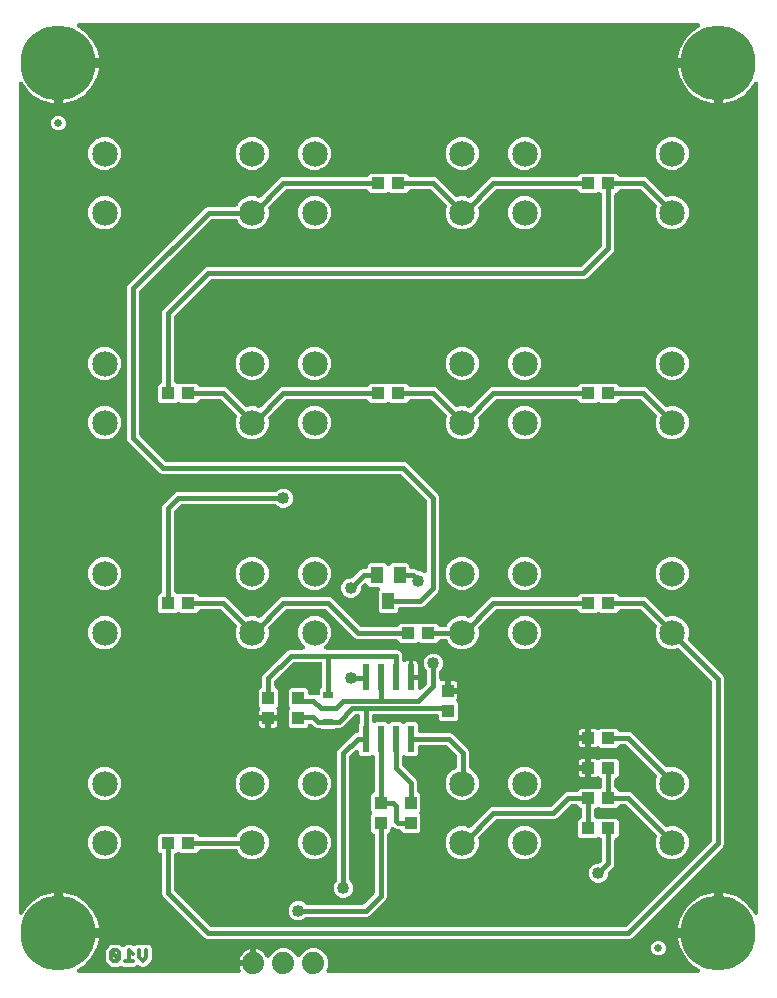
<source format=gbr>
G04 EAGLE Gerber RS-274X export*
G75*
%MOMM*%
%FSLAX34Y34*%
%LPD*%
%INBottom Copper*%
%IPPOS*%
%AMOC8*
5,1,8,0,0,1.08239X$1,22.5*%
G01*
%ADD10C,0.330200*%
%ADD11C,2.159000*%
%ADD12C,1.879600*%
%ADD13R,1.100000X1.000000*%
%ADD14C,6.350000*%
%ADD15R,1.000000X1.100000*%
%ADD16R,0.609600X2.209800*%
%ADD17R,1.000000X1.400000*%
%ADD18R,0.830000X0.630000*%
%ADD19C,0.635000*%
%ADD20C,0.406400*%
%ADD21C,1.016000*%

G36*
X190849Y4328D02*
X190849Y4328D01*
X190943Y4327D01*
X191049Y4348D01*
X191157Y4359D01*
X191246Y4386D01*
X191338Y4404D01*
X191438Y4445D01*
X191542Y4477D01*
X191624Y4521D01*
X191710Y4557D01*
X191801Y4617D01*
X191896Y4669D01*
X191968Y4728D01*
X192045Y4780D01*
X192122Y4857D01*
X192205Y4926D01*
X192264Y4999D01*
X192330Y5065D01*
X192390Y5155D01*
X192458Y5240D01*
X192501Y5323D01*
X192552Y5400D01*
X192593Y5501D01*
X192643Y5597D01*
X192669Y5687D01*
X192704Y5773D01*
X192725Y5880D01*
X192755Y5984D01*
X192762Y6077D01*
X192780Y6169D01*
X192779Y6277D01*
X192788Y6386D01*
X192777Y6478D01*
X192776Y6571D01*
X192753Y6678D01*
X192741Y6785D01*
X192712Y6874D01*
X192692Y6965D01*
X192642Y7089D01*
X192616Y7168D01*
X192591Y7211D01*
X192566Y7272D01*
X192136Y8117D01*
X191555Y9904D01*
X191515Y10161D01*
X202692Y10161D01*
X202710Y10162D01*
X202727Y10161D01*
X202910Y10182D01*
X203092Y10201D01*
X203109Y10206D01*
X203127Y10208D01*
X203302Y10265D01*
X203477Y10319D01*
X203493Y10327D01*
X203510Y10333D01*
X203670Y10423D01*
X203831Y10510D01*
X203845Y10522D01*
X203861Y10531D01*
X204000Y10651D01*
X204141Y10768D01*
X204152Y10782D01*
X204165Y10794D01*
X204278Y10939D01*
X204393Y11082D01*
X204401Y11098D01*
X204412Y11112D01*
X204494Y11277D01*
X204534Y11353D01*
X204686Y11439D01*
X204848Y11527D01*
X204861Y11538D01*
X204877Y11547D01*
X205016Y11667D01*
X205157Y11785D01*
X205168Y11798D01*
X205182Y11810D01*
X205294Y11955D01*
X205409Y12098D01*
X205417Y12114D01*
X205428Y12128D01*
X205510Y12293D01*
X205595Y12456D01*
X205600Y12473D01*
X205608Y12489D01*
X205655Y12667D01*
X205706Y12842D01*
X205708Y12860D01*
X205712Y12877D01*
X205739Y13208D01*
X205739Y24385D01*
X205996Y24345D01*
X207783Y23764D01*
X209457Y22911D01*
X210978Y21806D01*
X212306Y20478D01*
X213411Y18957D01*
X213787Y18219D01*
X213858Y18109D01*
X213921Y17994D01*
X213966Y17940D01*
X214005Y17880D01*
X214096Y17786D01*
X214180Y17686D01*
X214235Y17642D01*
X214285Y17591D01*
X214392Y17516D01*
X214495Y17435D01*
X214558Y17403D01*
X214616Y17362D01*
X214737Y17311D01*
X214853Y17251D01*
X214921Y17232D01*
X214986Y17204D01*
X215114Y17177D01*
X215240Y17141D01*
X215311Y17136D01*
X215380Y17121D01*
X215511Y17120D01*
X215641Y17110D01*
X215712Y17119D01*
X215783Y17118D01*
X215912Y17143D01*
X216041Y17159D01*
X216108Y17181D01*
X216178Y17195D01*
X216300Y17244D01*
X216423Y17285D01*
X216485Y17320D01*
X216551Y17347D01*
X216660Y17420D01*
X216773Y17485D01*
X216827Y17531D01*
X216886Y17571D01*
X216978Y17663D01*
X217077Y17749D01*
X217120Y17806D01*
X217170Y17856D01*
X217242Y17965D01*
X217322Y18068D01*
X217360Y18141D01*
X217393Y18191D01*
X217421Y18262D01*
X217474Y18364D01*
X218048Y19751D01*
X221549Y23252D01*
X225261Y24789D01*
X226124Y25147D01*
X231076Y25147D01*
X235651Y23252D01*
X239152Y19751D01*
X239423Y19095D01*
X239428Y19087D01*
X239430Y19079D01*
X239522Y18910D01*
X239614Y18740D01*
X239619Y18733D01*
X239624Y18725D01*
X239749Y18576D01*
X239870Y18430D01*
X239877Y18424D01*
X239883Y18417D01*
X240033Y18297D01*
X240183Y18176D01*
X240190Y18172D01*
X240197Y18166D01*
X240367Y18079D01*
X240539Y17989D01*
X240548Y17986D01*
X240556Y17982D01*
X240738Y17931D01*
X240925Y17876D01*
X240935Y17875D01*
X240943Y17873D01*
X241133Y17858D01*
X241327Y17841D01*
X241335Y17842D01*
X241344Y17842D01*
X241534Y17865D01*
X241727Y17886D01*
X241735Y17889D01*
X241744Y17890D01*
X241925Y17950D01*
X242110Y18010D01*
X242118Y18014D01*
X242126Y18017D01*
X242294Y18112D01*
X242461Y18206D01*
X242468Y18212D01*
X242476Y18216D01*
X242622Y18343D01*
X242767Y18468D01*
X242773Y18475D01*
X242780Y18481D01*
X242896Y18632D01*
X243016Y18785D01*
X243020Y18793D01*
X243025Y18800D01*
X243177Y19095D01*
X243448Y19751D01*
X246949Y23252D01*
X250661Y24789D01*
X251524Y25147D01*
X256476Y25147D01*
X261051Y23252D01*
X264552Y19751D01*
X266447Y15176D01*
X266447Y10224D01*
X265164Y7127D01*
X265160Y7114D01*
X265154Y7103D01*
X265102Y6922D01*
X265048Y6742D01*
X265046Y6729D01*
X265043Y6716D01*
X265027Y6527D01*
X265009Y6341D01*
X265011Y6328D01*
X265010Y6314D01*
X265032Y6127D01*
X265051Y5941D01*
X265055Y5928D01*
X265057Y5915D01*
X265115Y5734D01*
X265171Y5556D01*
X265177Y5545D01*
X265181Y5532D01*
X265274Y5367D01*
X265364Y5203D01*
X265373Y5193D01*
X265379Y5181D01*
X265502Y5039D01*
X265623Y4895D01*
X265634Y4887D01*
X265642Y4877D01*
X265791Y4761D01*
X265938Y4644D01*
X265950Y4638D01*
X265961Y4630D01*
X266129Y4546D01*
X266296Y4460D01*
X266309Y4456D01*
X266321Y4450D01*
X266504Y4401D01*
X266684Y4350D01*
X266697Y4349D01*
X266710Y4346D01*
X267041Y4319D01*
X579248Y4319D01*
X579354Y4329D01*
X579461Y4330D01*
X579554Y4349D01*
X579649Y4359D01*
X579751Y4390D01*
X579855Y4411D01*
X579943Y4449D01*
X580034Y4477D01*
X580127Y4528D01*
X580225Y4569D01*
X580304Y4623D01*
X580388Y4669D01*
X580469Y4737D01*
X580557Y4797D01*
X580624Y4865D01*
X580697Y4926D01*
X580764Y5009D01*
X580838Y5086D01*
X580890Y5166D01*
X580949Y5240D01*
X580998Y5334D01*
X581056Y5424D01*
X581091Y5513D01*
X581135Y5597D01*
X581164Y5700D01*
X581203Y5799D01*
X581220Y5893D01*
X581246Y5984D01*
X581255Y6090D01*
X581274Y6195D01*
X581271Y6291D01*
X581279Y6386D01*
X581267Y6491D01*
X581264Y6598D01*
X581243Y6691D01*
X581232Y6785D01*
X581199Y6887D01*
X581176Y6991D01*
X581137Y7078D01*
X581107Y7168D01*
X581055Y7261D01*
X581012Y7358D01*
X580956Y7436D01*
X580910Y7519D01*
X580840Y7599D01*
X580778Y7686D01*
X580709Y7751D01*
X580646Y7824D01*
X580562Y7889D01*
X580485Y7962D01*
X580388Y8024D01*
X580328Y8070D01*
X580275Y8097D01*
X580206Y8141D01*
X579249Y8653D01*
X576449Y10524D01*
X573844Y12662D01*
X571462Y15044D01*
X569324Y17649D01*
X567452Y20450D01*
X565864Y23421D01*
X564575Y26534D01*
X563597Y29758D01*
X562940Y33062D01*
X562844Y34037D01*
X594868Y34037D01*
X594886Y34039D01*
X594903Y34037D01*
X595086Y34058D01*
X595268Y34077D01*
X595286Y34082D01*
X595303Y34084D01*
X595478Y34141D01*
X595653Y34195D01*
X595669Y34203D01*
X595686Y34209D01*
X595846Y34299D01*
X596007Y34387D01*
X596021Y34398D01*
X596037Y34407D01*
X596176Y34527D01*
X596317Y34644D01*
X596328Y34658D01*
X596341Y34670D01*
X596454Y34815D01*
X596569Y34958D01*
X596577Y34974D01*
X596588Y34988D01*
X596670Y35153D01*
X596755Y35315D01*
X596759Y35332D01*
X596767Y35349D01*
X596815Y35527D01*
X596866Y35702D01*
X596867Y35720D01*
X596872Y35737D01*
X596899Y36068D01*
X596899Y38101D01*
X598932Y38101D01*
X598950Y38103D01*
X598967Y38101D01*
X599150Y38123D01*
X599333Y38141D01*
X599350Y38146D01*
X599367Y38148D01*
X599542Y38205D01*
X599717Y38259D01*
X599733Y38267D01*
X599750Y38273D01*
X599910Y38363D01*
X600072Y38451D01*
X600085Y38462D01*
X600101Y38471D01*
X600240Y38591D01*
X600381Y38708D01*
X600392Y38722D01*
X600405Y38734D01*
X600518Y38879D01*
X600633Y39022D01*
X600641Y39038D01*
X600652Y39052D01*
X600734Y39217D01*
X600819Y39380D01*
X600824Y39397D01*
X600832Y39413D01*
X600879Y39591D01*
X600930Y39766D01*
X600931Y39784D01*
X600936Y39801D01*
X600963Y40132D01*
X600963Y72156D01*
X601938Y72060D01*
X605242Y71403D01*
X608466Y70425D01*
X611579Y69136D01*
X614550Y67548D01*
X617351Y65676D01*
X619956Y63538D01*
X622338Y61156D01*
X624476Y58551D01*
X626348Y55750D01*
X626859Y54794D01*
X626918Y54706D01*
X626969Y54612D01*
X627030Y54539D01*
X627083Y54460D01*
X627158Y54385D01*
X627226Y54303D01*
X627301Y54243D01*
X627368Y54176D01*
X627457Y54117D01*
X627540Y54051D01*
X627625Y54007D01*
X627704Y53954D01*
X627803Y53914D01*
X627897Y53865D01*
X627989Y53839D01*
X628077Y53803D01*
X628182Y53783D01*
X628284Y53754D01*
X628379Y53746D01*
X628473Y53728D01*
X628580Y53730D01*
X628686Y53721D01*
X628780Y53732D01*
X628876Y53733D01*
X628980Y53755D01*
X629085Y53768D01*
X629176Y53797D01*
X629269Y53817D01*
X629367Y53860D01*
X629468Y53893D01*
X629551Y53939D01*
X629639Y53977D01*
X629726Y54038D01*
X629819Y54090D01*
X629891Y54153D01*
X629969Y54207D01*
X630043Y54284D01*
X630124Y54354D01*
X630182Y54429D01*
X630248Y54498D01*
X630305Y54588D01*
X630370Y54672D01*
X630413Y54757D01*
X630464Y54838D01*
X630502Y54937D01*
X630550Y55032D01*
X630574Y55124D01*
X630609Y55213D01*
X630626Y55318D01*
X630654Y55421D01*
X630664Y55535D01*
X630676Y55610D01*
X630675Y55670D01*
X630681Y55752D01*
X630681Y757048D01*
X630671Y757154D01*
X630670Y757261D01*
X630651Y757354D01*
X630641Y757449D01*
X630610Y757551D01*
X630589Y757655D01*
X630551Y757743D01*
X630523Y757834D01*
X630473Y757927D01*
X630431Y758025D01*
X630377Y758104D01*
X630331Y758188D01*
X630263Y758270D01*
X630203Y758357D01*
X630135Y758424D01*
X630074Y758497D01*
X629991Y758564D01*
X629914Y758638D01*
X629834Y758690D01*
X629760Y758749D01*
X629665Y758798D01*
X629576Y758856D01*
X629487Y758891D01*
X629403Y758935D01*
X629301Y758964D01*
X629201Y759003D01*
X629107Y759020D01*
X629016Y759046D01*
X628910Y759055D01*
X628805Y759074D01*
X628710Y759071D01*
X628614Y759079D01*
X628509Y759067D01*
X628402Y759064D01*
X628309Y759043D01*
X628215Y759032D01*
X628113Y758999D01*
X628010Y758976D01*
X627923Y758937D01*
X627832Y758907D01*
X627739Y758855D01*
X627642Y758812D01*
X627564Y758756D01*
X627481Y758710D01*
X627401Y758640D01*
X627314Y758578D01*
X627249Y758509D01*
X627177Y758446D01*
X627111Y758362D01*
X627038Y758285D01*
X626976Y758188D01*
X626930Y758128D01*
X626903Y758075D01*
X626859Y758006D01*
X626348Y757050D01*
X624476Y754249D01*
X622338Y751644D01*
X619956Y749262D01*
X617351Y747124D01*
X614550Y745252D01*
X611579Y743664D01*
X611269Y743536D01*
X608466Y742375D01*
X605242Y741397D01*
X601938Y740740D01*
X600963Y740644D01*
X600963Y772668D01*
X600961Y772686D01*
X600963Y772703D01*
X600941Y772886D01*
X600923Y773068D01*
X600918Y773086D01*
X600916Y773103D01*
X600859Y773278D01*
X600805Y773453D01*
X600797Y773469D01*
X600791Y773486D01*
X600701Y773646D01*
X600613Y773807D01*
X600602Y773821D01*
X600593Y773837D01*
X600473Y773976D01*
X600356Y774117D01*
X600342Y774128D01*
X600330Y774141D01*
X600185Y774254D01*
X600042Y774369D01*
X600026Y774377D01*
X600012Y774388D01*
X599847Y774470D01*
X599685Y774555D01*
X599668Y774559D01*
X599651Y774567D01*
X599473Y774615D01*
X599298Y774666D01*
X599280Y774667D01*
X599263Y774672D01*
X598932Y774699D01*
X596899Y774699D01*
X596899Y776732D01*
X596897Y776750D01*
X596899Y776767D01*
X596877Y776950D01*
X596859Y777133D01*
X596854Y777150D01*
X596852Y777167D01*
X596795Y777342D01*
X596741Y777517D01*
X596733Y777533D01*
X596727Y777550D01*
X596637Y777710D01*
X596549Y777872D01*
X596538Y777885D01*
X596529Y777901D01*
X596409Y778040D01*
X596292Y778181D01*
X596278Y778192D01*
X596266Y778205D01*
X596121Y778318D01*
X595978Y778433D01*
X595962Y778441D01*
X595948Y778452D01*
X595783Y778534D01*
X595620Y778619D01*
X595603Y778624D01*
X595587Y778632D01*
X595409Y778679D01*
X595234Y778730D01*
X595216Y778731D01*
X595199Y778736D01*
X594868Y778763D01*
X562844Y778763D01*
X562940Y779738D01*
X563597Y783042D01*
X564575Y786266D01*
X565864Y789379D01*
X567452Y792350D01*
X569324Y795151D01*
X571462Y797756D01*
X573844Y800138D01*
X576449Y802276D01*
X579250Y804148D01*
X580206Y804659D01*
X580294Y804718D01*
X580388Y804769D01*
X580461Y804830D01*
X580540Y804883D01*
X580615Y804958D01*
X580697Y805026D01*
X580757Y805101D01*
X580824Y805168D01*
X580883Y805257D01*
X580949Y805340D01*
X580993Y805425D01*
X581046Y805504D01*
X581086Y805603D01*
X581135Y805697D01*
X581161Y805789D01*
X581197Y805877D01*
X581217Y805982D01*
X581246Y806084D01*
X581254Y806179D01*
X581272Y806273D01*
X581270Y806380D01*
X581279Y806486D01*
X581268Y806580D01*
X581267Y806676D01*
X581245Y806780D01*
X581232Y806885D01*
X581203Y806976D01*
X581183Y807069D01*
X581140Y807167D01*
X581107Y807268D01*
X581061Y807351D01*
X581023Y807439D01*
X580962Y807526D01*
X580910Y807619D01*
X580847Y807691D01*
X580793Y807769D01*
X580716Y807843D01*
X580646Y807924D01*
X580571Y807982D01*
X580502Y808048D01*
X580412Y808105D01*
X580328Y808170D01*
X580243Y808213D01*
X580162Y808264D01*
X580063Y808302D01*
X579968Y808350D01*
X579876Y808374D01*
X579787Y808409D01*
X579682Y808426D01*
X579579Y808454D01*
X579465Y808464D01*
X579390Y808476D01*
X579330Y808475D01*
X579248Y808481D01*
X55752Y808481D01*
X55646Y808471D01*
X55539Y808470D01*
X55446Y808451D01*
X55351Y808441D01*
X55249Y808410D01*
X55145Y808389D01*
X55057Y808351D01*
X54966Y808323D01*
X54873Y808273D01*
X54775Y808231D01*
X54696Y808177D01*
X54612Y808131D01*
X54530Y808063D01*
X54443Y808003D01*
X54376Y807935D01*
X54303Y807874D01*
X54236Y807791D01*
X54162Y807714D01*
X54110Y807634D01*
X54051Y807560D01*
X54002Y807465D01*
X53944Y807376D01*
X53909Y807287D01*
X53865Y807203D01*
X53836Y807101D01*
X53797Y807001D01*
X53780Y806907D01*
X53754Y806816D01*
X53745Y806710D01*
X53726Y806605D01*
X53729Y806510D01*
X53721Y806414D01*
X53733Y806309D01*
X53736Y806202D01*
X53757Y806109D01*
X53768Y806015D01*
X53801Y805913D01*
X53824Y805810D01*
X53863Y805723D01*
X53893Y805632D01*
X53945Y805539D01*
X53988Y805442D01*
X54044Y805364D01*
X54090Y805281D01*
X54160Y805201D01*
X54222Y805114D01*
X54291Y805049D01*
X54354Y804977D01*
X54438Y804911D01*
X54515Y804838D01*
X54612Y804776D01*
X54672Y804730D01*
X54725Y804703D01*
X54794Y804659D01*
X55750Y804148D01*
X58551Y802276D01*
X61156Y800138D01*
X63538Y797756D01*
X65676Y795151D01*
X67548Y792350D01*
X69136Y789379D01*
X70425Y786266D01*
X71403Y783042D01*
X72060Y779738D01*
X72156Y778763D01*
X40132Y778763D01*
X40114Y778761D01*
X40097Y778763D01*
X39914Y778741D01*
X39732Y778723D01*
X39714Y778718D01*
X39697Y778716D01*
X39522Y778659D01*
X39347Y778605D01*
X39331Y778597D01*
X39314Y778591D01*
X39154Y778501D01*
X38993Y778413D01*
X38979Y778402D01*
X38963Y778393D01*
X38824Y778273D01*
X38683Y778156D01*
X38672Y778142D01*
X38659Y778130D01*
X38546Y777985D01*
X38431Y777842D01*
X38423Y777826D01*
X38412Y777812D01*
X38330Y777647D01*
X38245Y777485D01*
X38241Y777468D01*
X38233Y777451D01*
X38185Y777273D01*
X38134Y777098D01*
X38133Y777080D01*
X38128Y777063D01*
X38101Y776732D01*
X38101Y774699D01*
X36068Y774699D01*
X36050Y774697D01*
X36032Y774699D01*
X35850Y774677D01*
X35667Y774659D01*
X35650Y774654D01*
X35633Y774652D01*
X35458Y774595D01*
X35282Y774541D01*
X35267Y774533D01*
X35250Y774527D01*
X35090Y774437D01*
X34928Y774349D01*
X34915Y774338D01*
X34899Y774329D01*
X34760Y774209D01*
X34619Y774092D01*
X34608Y774078D01*
X34595Y774066D01*
X34482Y773921D01*
X34367Y773778D01*
X34359Y773762D01*
X34348Y773748D01*
X34266Y773583D01*
X34181Y773420D01*
X34176Y773403D01*
X34168Y773387D01*
X34121Y773209D01*
X34070Y773034D01*
X34068Y773016D01*
X34064Y772999D01*
X34037Y772668D01*
X34037Y740644D01*
X33062Y740740D01*
X29758Y741397D01*
X26534Y742375D01*
X23421Y743664D01*
X20450Y745252D01*
X17649Y747124D01*
X15044Y749262D01*
X12662Y751644D01*
X10524Y754249D01*
X8653Y757049D01*
X8141Y758006D01*
X8082Y758094D01*
X8031Y758188D01*
X7970Y758261D01*
X7917Y758340D01*
X7842Y758415D01*
X7774Y758497D01*
X7699Y758557D01*
X7632Y758624D01*
X7543Y758683D01*
X7460Y758749D01*
X7375Y758793D01*
X7296Y758846D01*
X7197Y758886D01*
X7103Y758935D01*
X7011Y758961D01*
X6923Y758997D01*
X6818Y759017D01*
X6716Y759046D01*
X6621Y759054D01*
X6527Y759072D01*
X6421Y759070D01*
X6314Y759079D01*
X6220Y759068D01*
X6124Y759067D01*
X6020Y759045D01*
X5915Y759032D01*
X5824Y759003D01*
X5731Y758983D01*
X5633Y758940D01*
X5532Y758907D01*
X5449Y758861D01*
X5361Y758823D01*
X5274Y758762D01*
X5181Y758710D01*
X5109Y758647D01*
X5031Y758593D01*
X4957Y758516D01*
X4877Y758446D01*
X4818Y758371D01*
X4752Y758302D01*
X4695Y758212D01*
X4630Y758128D01*
X4587Y758043D01*
X4536Y757962D01*
X4498Y757863D01*
X4450Y757768D01*
X4426Y757676D01*
X4391Y757587D01*
X4374Y757482D01*
X4346Y757379D01*
X4337Y757265D01*
X4324Y757190D01*
X4325Y757130D01*
X4319Y757048D01*
X4319Y55752D01*
X4329Y55646D01*
X4330Y55539D01*
X4349Y55446D01*
X4359Y55351D01*
X4390Y55249D01*
X4411Y55145D01*
X4449Y55057D01*
X4477Y54966D01*
X4527Y54873D01*
X4569Y54775D01*
X4623Y54696D01*
X4669Y54612D01*
X4737Y54530D01*
X4797Y54443D01*
X4865Y54376D01*
X4926Y54303D01*
X5009Y54236D01*
X5086Y54162D01*
X5166Y54110D01*
X5240Y54051D01*
X5335Y54002D01*
X5424Y53944D01*
X5513Y53909D01*
X5597Y53865D01*
X5699Y53836D01*
X5799Y53797D01*
X5893Y53780D01*
X5984Y53754D01*
X6090Y53745D01*
X6195Y53726D01*
X6290Y53729D01*
X6386Y53721D01*
X6491Y53733D01*
X6598Y53736D01*
X6691Y53757D01*
X6785Y53768D01*
X6887Y53801D01*
X6990Y53824D01*
X7077Y53863D01*
X7168Y53893D01*
X7261Y53945D01*
X7358Y53988D01*
X7436Y54044D01*
X7519Y54090D01*
X7599Y54160D01*
X7686Y54222D01*
X7751Y54291D01*
X7823Y54354D01*
X7889Y54438D01*
X7962Y54515D01*
X8024Y54612D01*
X8070Y54672D01*
X8097Y54725D01*
X8141Y54794D01*
X8652Y55750D01*
X10524Y58551D01*
X12662Y61156D01*
X15044Y63538D01*
X17649Y65676D01*
X20450Y67548D01*
X23421Y69136D01*
X26534Y70425D01*
X29758Y71403D01*
X33062Y72060D01*
X34037Y72156D01*
X34037Y40132D01*
X34039Y40114D01*
X34037Y40097D01*
X34058Y39914D01*
X34077Y39732D01*
X34082Y39714D01*
X34084Y39697D01*
X34141Y39522D01*
X34195Y39347D01*
X34203Y39331D01*
X34209Y39314D01*
X34299Y39154D01*
X34387Y38993D01*
X34398Y38979D01*
X34407Y38963D01*
X34527Y38824D01*
X34644Y38683D01*
X34658Y38672D01*
X34670Y38659D01*
X34815Y38546D01*
X34958Y38431D01*
X34974Y38423D01*
X34988Y38412D01*
X35153Y38330D01*
X35315Y38245D01*
X35332Y38241D01*
X35349Y38233D01*
X35527Y38185D01*
X35702Y38134D01*
X35720Y38133D01*
X35737Y38128D01*
X36068Y38101D01*
X38101Y38101D01*
X38101Y36068D01*
X38103Y36050D01*
X38101Y36032D01*
X38123Y35850D01*
X38141Y35667D01*
X38146Y35650D01*
X38148Y35633D01*
X38205Y35458D01*
X38259Y35282D01*
X38267Y35267D01*
X38273Y35250D01*
X38363Y35090D01*
X38451Y34928D01*
X38462Y34915D01*
X38471Y34899D01*
X38591Y34760D01*
X38708Y34619D01*
X38722Y34608D01*
X38734Y34595D01*
X38879Y34482D01*
X39022Y34367D01*
X39038Y34359D01*
X39052Y34348D01*
X39217Y34266D01*
X39380Y34181D01*
X39397Y34176D01*
X39413Y34168D01*
X39591Y34121D01*
X39766Y34070D01*
X39784Y34068D01*
X39801Y34064D01*
X40132Y34037D01*
X72156Y34037D01*
X72060Y33062D01*
X71403Y29758D01*
X70425Y26534D01*
X69136Y23421D01*
X67548Y20450D01*
X65676Y17649D01*
X63538Y15044D01*
X61156Y12662D01*
X58551Y10524D01*
X55751Y8653D01*
X54794Y8141D01*
X54706Y8082D01*
X54612Y8031D01*
X54539Y7970D01*
X54460Y7917D01*
X54385Y7842D01*
X54303Y7774D01*
X54243Y7699D01*
X54176Y7632D01*
X54117Y7543D01*
X54051Y7460D01*
X54007Y7375D01*
X53954Y7296D01*
X53914Y7197D01*
X53865Y7103D01*
X53839Y7011D01*
X53803Y6923D01*
X53783Y6818D01*
X53754Y6716D01*
X53746Y6621D01*
X53728Y6527D01*
X53730Y6421D01*
X53721Y6314D01*
X53732Y6220D01*
X53733Y6124D01*
X53755Y6020D01*
X53768Y5915D01*
X53797Y5824D01*
X53817Y5731D01*
X53860Y5633D01*
X53893Y5532D01*
X53939Y5449D01*
X53977Y5361D01*
X54038Y5274D01*
X54090Y5181D01*
X54153Y5109D01*
X54207Y5031D01*
X54284Y4957D01*
X54354Y4877D01*
X54429Y4818D01*
X54498Y4752D01*
X54588Y4695D01*
X54672Y4630D01*
X54757Y4587D01*
X54838Y4536D01*
X54937Y4498D01*
X55032Y4450D01*
X55124Y4426D01*
X55213Y4391D01*
X55318Y4374D01*
X55421Y4346D01*
X55535Y4337D01*
X55610Y4324D01*
X55670Y4325D01*
X55752Y4319D01*
X190757Y4319D01*
X190849Y4328D01*
G37*
%LPC*%
G36*
X311237Y309151D02*
X311237Y309151D01*
X309451Y310937D01*
X309451Y327463D01*
X309672Y327684D01*
X309678Y327691D01*
X309685Y327696D01*
X309804Y327845D01*
X309927Y327995D01*
X309931Y328003D01*
X309937Y328010D01*
X310025Y328179D01*
X310116Y328351D01*
X310118Y328360D01*
X310123Y328367D01*
X310175Y328551D01*
X310231Y328737D01*
X310231Y328746D01*
X310234Y328754D01*
X310250Y328945D01*
X310267Y329138D01*
X310266Y329147D01*
X310267Y329156D01*
X310245Y329345D01*
X310224Y329538D01*
X310221Y329547D01*
X310220Y329555D01*
X310160Y329738D01*
X310102Y329922D01*
X310098Y329930D01*
X310095Y329938D01*
X310000Y330107D01*
X309907Y330274D01*
X309902Y330281D01*
X309897Y330289D01*
X309771Y330435D01*
X309647Y330581D01*
X309640Y330587D01*
X309634Y330594D01*
X309481Y330712D01*
X309331Y330831D01*
X309323Y330835D01*
X309316Y330840D01*
X309142Y330927D01*
X308972Y331013D01*
X308963Y331016D01*
X308955Y331020D01*
X308767Y331070D01*
X308584Y331121D01*
X308575Y331122D01*
X308567Y331124D01*
X308236Y331151D01*
X301737Y331151D01*
X299794Y333094D01*
X299793Y333098D01*
X299789Y333106D01*
X299786Y333114D01*
X299693Y333282D01*
X299601Y333452D01*
X299596Y333459D01*
X299591Y333466D01*
X299466Y333614D01*
X299344Y333761D01*
X299337Y333767D01*
X299331Y333773D01*
X299179Y333893D01*
X299030Y334013D01*
X299022Y334017D01*
X299015Y334023D01*
X298843Y334110D01*
X298673Y334199D01*
X298664Y334201D01*
X298656Y334205D01*
X298470Y334257D01*
X298286Y334310D01*
X298277Y334311D01*
X298268Y334313D01*
X298076Y334327D01*
X297884Y334343D01*
X297876Y334342D01*
X297867Y334343D01*
X297674Y334318D01*
X297485Y334296D01*
X297476Y334293D01*
X297467Y334292D01*
X297284Y334231D01*
X297102Y334171D01*
X297094Y334167D01*
X297086Y334164D01*
X296920Y334069D01*
X296751Y333973D01*
X296744Y333968D01*
X296737Y333963D01*
X296484Y333748D01*
X294474Y331738D01*
X294457Y331718D01*
X294436Y331700D01*
X294330Y331562D01*
X294219Y331427D01*
X294206Y331403D01*
X294190Y331382D01*
X294112Y331226D01*
X294030Y331071D01*
X294022Y331046D01*
X294010Y331022D01*
X293965Y330853D01*
X293915Y330685D01*
X293913Y330659D01*
X293906Y330633D01*
X293879Y330302D01*
X293879Y328583D01*
X292641Y325595D01*
X290355Y323309D01*
X287367Y322071D01*
X284133Y322071D01*
X281145Y323309D01*
X278859Y325595D01*
X277621Y328583D01*
X277621Y331817D01*
X278859Y334805D01*
X281145Y337091D01*
X282378Y337602D01*
X284133Y338329D01*
X285852Y338329D01*
X285879Y338331D01*
X285905Y338329D01*
X286079Y338351D01*
X286253Y338369D01*
X286278Y338376D01*
X286305Y338380D01*
X286471Y338435D01*
X286638Y338487D01*
X286661Y338500D01*
X286687Y338508D01*
X286838Y338595D01*
X286992Y338679D01*
X287012Y338696D01*
X287035Y338709D01*
X287288Y338924D01*
X293872Y345507D01*
X295739Y346281D01*
X297920Y346281D01*
X297938Y346283D01*
X297956Y346281D01*
X298138Y346302D01*
X298321Y346321D01*
X298338Y346326D01*
X298355Y346328D01*
X298530Y346385D01*
X298706Y346439D01*
X298721Y346447D01*
X298738Y346453D01*
X298898Y346543D01*
X299060Y346631D01*
X299073Y346642D01*
X299089Y346651D01*
X299228Y346771D01*
X299369Y346888D01*
X299380Y346902D01*
X299394Y346914D01*
X299506Y347059D01*
X299621Y347202D01*
X299629Y347218D01*
X299640Y347232D01*
X299722Y347397D01*
X299807Y347559D01*
X299812Y347576D01*
X299820Y347592D01*
X299867Y347771D01*
X299918Y347946D01*
X299920Y347964D01*
X299924Y347981D01*
X299951Y348312D01*
X299951Y349463D01*
X301737Y351249D01*
X314263Y351249D01*
X316064Y349448D01*
X316078Y349437D01*
X316089Y349423D01*
X316233Y349309D01*
X316375Y349193D01*
X316391Y349184D01*
X316405Y349173D01*
X316569Y349090D01*
X316731Y349004D01*
X316748Y348999D01*
X316764Y348991D01*
X316941Y348942D01*
X317117Y348889D01*
X317135Y348888D01*
X317152Y348883D01*
X317335Y348870D01*
X317518Y348853D01*
X317536Y348855D01*
X317553Y348854D01*
X317735Y348877D01*
X317918Y348896D01*
X317935Y348902D01*
X317953Y348904D01*
X318127Y348962D01*
X318302Y349018D01*
X318318Y349027D01*
X318334Y349032D01*
X318493Y349124D01*
X318654Y349213D01*
X318668Y349224D01*
X318683Y349233D01*
X318936Y349448D01*
X320737Y351249D01*
X333263Y351249D01*
X335049Y349463D01*
X335049Y348312D01*
X335051Y348294D01*
X335049Y348276D01*
X335070Y348094D01*
X335089Y347911D01*
X335094Y347894D01*
X335096Y347877D01*
X335153Y347702D01*
X335207Y347526D01*
X335215Y347511D01*
X335221Y347494D01*
X335311Y347334D01*
X335399Y347172D01*
X335410Y347159D01*
X335419Y347143D01*
X335539Y347004D01*
X335656Y346863D01*
X335670Y346852D01*
X335682Y346838D01*
X335827Y346726D01*
X335970Y346611D01*
X335986Y346603D01*
X336000Y346592D01*
X336165Y346510D01*
X336327Y346425D01*
X336344Y346420D01*
X336360Y346412D01*
X336539Y346365D01*
X336714Y346314D01*
X336732Y346312D01*
X336749Y346308D01*
X337080Y346281D01*
X339261Y346281D01*
X341128Y345507D01*
X341362Y345274D01*
X341382Y345257D01*
X341400Y345236D01*
X341538Y345129D01*
X341673Y345019D01*
X341697Y345006D01*
X341718Y344990D01*
X341875Y344912D01*
X342029Y344830D01*
X342054Y344822D01*
X342078Y344810D01*
X342248Y344765D01*
X342415Y344715D01*
X342441Y344713D01*
X342467Y344706D01*
X342798Y344679D01*
X344517Y344679D01*
X347711Y343356D01*
X347724Y343352D01*
X347735Y343346D01*
X347915Y343294D01*
X348096Y343239D01*
X348109Y343238D01*
X348122Y343234D01*
X348310Y343219D01*
X348497Y343201D01*
X348510Y343203D01*
X348524Y343202D01*
X348711Y343224D01*
X348897Y343243D01*
X348910Y343247D01*
X348923Y343248D01*
X349103Y343307D01*
X349282Y343363D01*
X349293Y343369D01*
X349306Y343373D01*
X349471Y343466D01*
X349635Y343556D01*
X349645Y343565D01*
X349657Y343571D01*
X349799Y343694D01*
X349943Y343815D01*
X349951Y343826D01*
X349962Y343834D01*
X350077Y343983D01*
X350194Y344130D01*
X350200Y344142D01*
X350208Y344152D01*
X350292Y344321D01*
X350378Y344488D01*
X350382Y344501D01*
X350388Y344513D01*
X350437Y344696D01*
X350488Y344875D01*
X350489Y344889D01*
X350492Y344902D01*
X350519Y345232D01*
X350519Y403454D01*
X350517Y403481D01*
X350519Y403507D01*
X350497Y403681D01*
X350479Y403855D01*
X350472Y403880D01*
X350468Y403907D01*
X350413Y404073D01*
X350361Y404240D01*
X350348Y404263D01*
X350340Y404289D01*
X350253Y404440D01*
X350169Y404594D01*
X350152Y404614D01*
X350139Y404637D01*
X349924Y404890D01*
X328690Y426124D01*
X328670Y426141D01*
X328652Y426162D01*
X328514Y426269D01*
X328379Y426379D01*
X328355Y426392D01*
X328334Y426408D01*
X328177Y426486D01*
X328023Y426568D01*
X327998Y426576D01*
X327974Y426588D01*
X327804Y426633D01*
X327637Y426683D01*
X327611Y426685D01*
X327585Y426692D01*
X327254Y426719D01*
X125989Y426719D01*
X124122Y427493D01*
X97293Y454322D01*
X96519Y456189D01*
X96519Y585211D01*
X97293Y587078D01*
X162622Y652407D01*
X164489Y653181D01*
X187963Y653181D01*
X187985Y653183D01*
X188007Y653181D01*
X188185Y653203D01*
X188364Y653221D01*
X188385Y653227D01*
X188407Y653230D01*
X188576Y653286D01*
X188748Y653339D01*
X188768Y653349D01*
X188789Y653356D01*
X188945Y653445D01*
X189102Y653531D01*
X189120Y653545D01*
X189139Y653556D01*
X189274Y653674D01*
X189412Y653788D01*
X189426Y653806D01*
X189443Y653820D01*
X189552Y653962D01*
X189664Y654102D01*
X189674Y654122D01*
X189688Y654140D01*
X189840Y654435D01*
X190464Y655942D01*
X194358Y659836D01*
X199446Y661944D01*
X204954Y661944D01*
X207451Y660909D01*
X207472Y660903D01*
X207492Y660893D01*
X207664Y660845D01*
X207836Y660793D01*
X207858Y660791D01*
X207880Y660785D01*
X208059Y660772D01*
X208237Y660755D01*
X208259Y660757D01*
X208281Y660755D01*
X208460Y660778D01*
X208637Y660796D01*
X208659Y660803D01*
X208681Y660806D01*
X208851Y660863D01*
X209022Y660916D01*
X209041Y660927D01*
X209063Y660934D01*
X209218Y661024D01*
X209375Y661110D01*
X209392Y661124D01*
X209411Y661135D01*
X209664Y661350D01*
X225722Y677407D01*
X227589Y678181D01*
X298428Y678181D01*
X298454Y678183D01*
X298481Y678181D01*
X298655Y678203D01*
X298828Y678221D01*
X298854Y678228D01*
X298881Y678232D01*
X299046Y678287D01*
X299213Y678339D01*
X299237Y678352D01*
X299262Y678360D01*
X299414Y678447D01*
X299567Y678531D01*
X299588Y678548D01*
X299611Y678561D01*
X299864Y678776D01*
X302237Y681149D01*
X315763Y681149D01*
X316064Y680848D01*
X316078Y680837D01*
X316089Y680823D01*
X316233Y680709D01*
X316375Y680593D01*
X316391Y680584D01*
X316405Y680573D01*
X316569Y680490D01*
X316731Y680404D01*
X316748Y680399D01*
X316764Y680391D01*
X316941Y680342D01*
X317117Y680289D01*
X317135Y680288D01*
X317152Y680283D01*
X317335Y680270D01*
X317518Y680253D01*
X317536Y680255D01*
X317553Y680254D01*
X317735Y680277D01*
X317918Y680296D01*
X317935Y680302D01*
X317953Y680304D01*
X318126Y680362D01*
X318302Y680418D01*
X318318Y680427D01*
X318334Y680432D01*
X318494Y680524D01*
X318654Y680613D01*
X318668Y680624D01*
X318683Y680633D01*
X318936Y680848D01*
X319237Y681149D01*
X332763Y681149D01*
X335136Y678776D01*
X335157Y678759D01*
X335174Y678738D01*
X335312Y678631D01*
X335447Y678521D01*
X335471Y678508D01*
X335492Y678492D01*
X335649Y678414D01*
X335803Y678332D01*
X335829Y678324D01*
X335853Y678312D01*
X336022Y678267D01*
X336189Y678217D01*
X336216Y678215D01*
X336241Y678208D01*
X336572Y678181D01*
X356611Y678181D01*
X358478Y677407D01*
X373950Y661935D01*
X373967Y661921D01*
X373982Y661904D01*
X374123Y661794D01*
X374261Y661680D01*
X374281Y661670D01*
X374299Y661656D01*
X374459Y661575D01*
X374617Y661492D01*
X374638Y661485D01*
X374658Y661475D01*
X374832Y661428D01*
X375003Y661377D01*
X375025Y661375D01*
X375047Y661369D01*
X375225Y661357D01*
X375404Y661341D01*
X375426Y661343D01*
X375448Y661341D01*
X375626Y661365D01*
X375804Y661384D01*
X375825Y661391D01*
X375848Y661394D01*
X376163Y661495D01*
X377246Y661944D01*
X382754Y661944D01*
X385251Y660909D01*
X385272Y660903D01*
X385292Y660893D01*
X385465Y660845D01*
X385636Y660793D01*
X385658Y660791D01*
X385680Y660785D01*
X385859Y660772D01*
X386037Y660755D01*
X386059Y660757D01*
X386081Y660755D01*
X386260Y660778D01*
X386438Y660796D01*
X386459Y660803D01*
X386481Y660806D01*
X386651Y660863D01*
X386822Y660916D01*
X386841Y660927D01*
X386863Y660934D01*
X387018Y661024D01*
X387175Y661110D01*
X387192Y661124D01*
X387211Y661135D01*
X387464Y661350D01*
X401807Y675692D01*
X403522Y677407D01*
X405389Y678181D01*
X476228Y678181D01*
X476254Y678183D01*
X476281Y678181D01*
X476455Y678203D01*
X476628Y678221D01*
X476654Y678228D01*
X476681Y678232D01*
X476846Y678287D01*
X477013Y678339D01*
X477037Y678352D01*
X477062Y678360D01*
X477214Y678447D01*
X477367Y678531D01*
X477388Y678548D01*
X477411Y678561D01*
X477664Y678776D01*
X480037Y681149D01*
X493563Y681149D01*
X493864Y680848D01*
X493878Y680837D01*
X493889Y680823D01*
X494033Y680709D01*
X494175Y680593D01*
X494191Y680584D01*
X494205Y680573D01*
X494369Y680490D01*
X494531Y680404D01*
X494548Y680399D01*
X494564Y680391D01*
X494741Y680342D01*
X494917Y680289D01*
X494935Y680288D01*
X494952Y680283D01*
X495135Y680270D01*
X495318Y680253D01*
X495336Y680255D01*
X495353Y680254D01*
X495535Y680277D01*
X495718Y680296D01*
X495735Y680302D01*
X495753Y680304D01*
X495926Y680362D01*
X496102Y680418D01*
X496118Y680427D01*
X496134Y680432D01*
X496294Y680524D01*
X496454Y680613D01*
X496468Y680624D01*
X496483Y680633D01*
X496736Y680848D01*
X497037Y681149D01*
X510563Y681149D01*
X512936Y678776D01*
X512957Y678759D01*
X512974Y678738D01*
X513112Y678631D01*
X513247Y678521D01*
X513271Y678508D01*
X513292Y678492D01*
X513449Y678414D01*
X513603Y678332D01*
X513629Y678324D01*
X513653Y678312D01*
X513822Y678267D01*
X513989Y678217D01*
X514016Y678215D01*
X514041Y678208D01*
X514372Y678181D01*
X534411Y678181D01*
X536278Y677407D01*
X537993Y675692D01*
X551750Y661935D01*
X551767Y661921D01*
X551781Y661904D01*
X551923Y661794D01*
X552061Y661680D01*
X552081Y661670D01*
X552099Y661656D01*
X552259Y661575D01*
X552417Y661492D01*
X552438Y661485D01*
X552458Y661475D01*
X552631Y661428D01*
X552803Y661377D01*
X552825Y661375D01*
X552847Y661369D01*
X553025Y661357D01*
X553204Y661341D01*
X553226Y661343D01*
X553248Y661341D01*
X553426Y661365D01*
X553604Y661384D01*
X553625Y661391D01*
X553647Y661394D01*
X553963Y661495D01*
X555046Y661944D01*
X560554Y661944D01*
X565642Y659836D01*
X569536Y655942D01*
X571644Y650854D01*
X571644Y645346D01*
X569536Y640258D01*
X565642Y636364D01*
X560554Y634256D01*
X555046Y634256D01*
X549958Y636364D01*
X546064Y640258D01*
X543956Y645346D01*
X543956Y650854D01*
X544756Y652785D01*
X544763Y652806D01*
X544773Y652826D01*
X544821Y652999D01*
X544873Y653171D01*
X544875Y653193D01*
X544881Y653214D01*
X544894Y653394D01*
X544911Y653571D01*
X544909Y653593D01*
X544910Y653616D01*
X544888Y653795D01*
X544869Y653972D01*
X544863Y653993D01*
X544860Y654015D01*
X544803Y654186D01*
X544749Y654356D01*
X544739Y654376D01*
X544732Y654397D01*
X544642Y654553D01*
X544556Y654709D01*
X544542Y654726D01*
X544531Y654746D01*
X544316Y654999D01*
X531890Y667424D01*
X531870Y667441D01*
X531852Y667462D01*
X531714Y667569D01*
X531579Y667679D01*
X531555Y667692D01*
X531534Y667708D01*
X531377Y667786D01*
X531223Y667868D01*
X531198Y667876D01*
X531174Y667888D01*
X531004Y667933D01*
X530837Y667983D01*
X530811Y667985D01*
X530785Y667992D01*
X530454Y668019D01*
X514372Y668019D01*
X514346Y668017D01*
X514319Y668019D01*
X514145Y667997D01*
X513972Y667979D01*
X513946Y667972D01*
X513919Y667968D01*
X513754Y667913D01*
X513587Y667861D01*
X513563Y667848D01*
X513538Y667840D01*
X513386Y667753D01*
X513233Y667669D01*
X513212Y667652D01*
X513189Y667639D01*
X512936Y667424D01*
X510524Y665013D01*
X510511Y665011D01*
X510494Y665006D01*
X510477Y665004D01*
X510302Y664947D01*
X510126Y664893D01*
X510111Y664885D01*
X510094Y664879D01*
X509934Y664789D01*
X509772Y664701D01*
X509759Y664690D01*
X509743Y664681D01*
X509604Y664561D01*
X509463Y664444D01*
X509452Y664430D01*
X509438Y664418D01*
X509326Y664273D01*
X509211Y664130D01*
X509203Y664114D01*
X509192Y664100D01*
X509110Y663935D01*
X509025Y663773D01*
X509020Y663756D01*
X509012Y663740D01*
X508965Y663561D01*
X508914Y663386D01*
X508912Y663368D01*
X508908Y663351D01*
X508881Y663020D01*
X508881Y617089D01*
X508107Y615222D01*
X506392Y613507D01*
X487193Y594308D01*
X485478Y592593D01*
X483611Y591819D01*
X168046Y591819D01*
X168019Y591817D01*
X167993Y591819D01*
X167819Y591797D01*
X167645Y591779D01*
X167620Y591772D01*
X167593Y591768D01*
X167427Y591713D01*
X167260Y591661D01*
X167237Y591648D01*
X167211Y591640D01*
X167060Y591553D01*
X166906Y591469D01*
X166886Y591452D01*
X166863Y591439D01*
X166610Y591224D01*
X136876Y561490D01*
X136859Y561470D01*
X136838Y561452D01*
X136731Y561314D01*
X136621Y561179D01*
X136608Y561155D01*
X136592Y561134D01*
X136514Y560977D01*
X136432Y560823D01*
X136424Y560798D01*
X136412Y560774D01*
X136367Y560604D01*
X136317Y560437D01*
X136315Y560411D01*
X136308Y560385D01*
X136281Y560054D01*
X136281Y505380D01*
X136283Y505362D01*
X136281Y505344D01*
X136302Y505162D01*
X136321Y504979D01*
X136326Y504962D01*
X136328Y504945D01*
X136385Y504770D01*
X136439Y504594D01*
X136447Y504579D01*
X136453Y504562D01*
X136543Y504402D01*
X136631Y504240D01*
X136642Y504227D01*
X136651Y504211D01*
X136771Y504072D01*
X136888Y503931D01*
X136902Y503920D01*
X136914Y503906D01*
X137059Y503794D01*
X137202Y503679D01*
X137218Y503671D01*
X137232Y503660D01*
X137397Y503578D01*
X137559Y503493D01*
X137576Y503488D01*
X137592Y503480D01*
X137771Y503433D01*
X137923Y503389D01*
X138264Y503048D01*
X138278Y503037D01*
X138289Y503023D01*
X138433Y502909D01*
X138575Y502793D01*
X138591Y502784D01*
X138605Y502773D01*
X138769Y502690D01*
X138931Y502604D01*
X138948Y502599D01*
X138964Y502591D01*
X139141Y502542D01*
X139317Y502489D01*
X139335Y502488D01*
X139352Y502483D01*
X139535Y502470D01*
X139718Y502453D01*
X139736Y502455D01*
X139753Y502454D01*
X139935Y502477D01*
X140118Y502496D01*
X140135Y502502D01*
X140153Y502504D01*
X140326Y502562D01*
X140502Y502618D01*
X140518Y502627D01*
X140534Y502632D01*
X140694Y502724D01*
X140854Y502813D01*
X140868Y502824D01*
X140883Y502833D01*
X141136Y503048D01*
X141437Y503349D01*
X154963Y503349D01*
X157336Y500976D01*
X157357Y500959D01*
X157374Y500938D01*
X157512Y500831D01*
X157647Y500721D01*
X157671Y500708D01*
X157692Y500692D01*
X157849Y500614D01*
X158003Y500532D01*
X158029Y500524D01*
X158053Y500512D01*
X158222Y500467D01*
X158389Y500417D01*
X158416Y500415D01*
X158441Y500408D01*
X158772Y500381D01*
X178811Y500381D01*
X180678Y499607D01*
X182393Y497892D01*
X196150Y484135D01*
X196167Y484121D01*
X196181Y484104D01*
X196323Y483994D01*
X196461Y483880D01*
X196481Y483870D01*
X196499Y483856D01*
X196659Y483776D01*
X196817Y483692D01*
X196838Y483685D01*
X196858Y483675D01*
X197031Y483628D01*
X197203Y483577D01*
X197225Y483575D01*
X197247Y483569D01*
X197425Y483557D01*
X197604Y483541D01*
X197626Y483543D01*
X197648Y483541D01*
X197826Y483565D01*
X198004Y483584D01*
X198025Y483591D01*
X198047Y483594D01*
X198363Y483695D01*
X199446Y484144D01*
X204954Y484144D01*
X207451Y483109D01*
X207472Y483103D01*
X207492Y483093D01*
X207665Y483045D01*
X207836Y482993D01*
X207858Y482991D01*
X207880Y482985D01*
X208059Y482972D01*
X208237Y482955D01*
X208259Y482957D01*
X208281Y482955D01*
X208460Y482978D01*
X208638Y482996D01*
X208659Y483003D01*
X208681Y483006D01*
X208851Y483063D01*
X209022Y483116D01*
X209041Y483127D01*
X209063Y483134D01*
X209218Y483224D01*
X209375Y483310D01*
X209392Y483324D01*
X209411Y483335D01*
X209664Y483550D01*
X224007Y497892D01*
X225722Y499607D01*
X227589Y500381D01*
X298428Y500381D01*
X298454Y500383D01*
X298481Y500381D01*
X298655Y500403D01*
X298828Y500421D01*
X298854Y500428D01*
X298881Y500432D01*
X299046Y500487D01*
X299213Y500539D01*
X299237Y500552D01*
X299262Y500560D01*
X299414Y500647D01*
X299567Y500731D01*
X299588Y500748D01*
X299611Y500761D01*
X299864Y500976D01*
X302237Y503349D01*
X315763Y503349D01*
X316064Y503048D01*
X316078Y503037D01*
X316089Y503023D01*
X316233Y502909D01*
X316375Y502793D01*
X316391Y502784D01*
X316405Y502773D01*
X316569Y502690D01*
X316731Y502604D01*
X316748Y502599D01*
X316764Y502591D01*
X316941Y502542D01*
X317117Y502489D01*
X317135Y502488D01*
X317152Y502483D01*
X317335Y502470D01*
X317518Y502453D01*
X317536Y502455D01*
X317553Y502454D01*
X317735Y502477D01*
X317918Y502496D01*
X317935Y502502D01*
X317953Y502504D01*
X318126Y502562D01*
X318302Y502618D01*
X318318Y502627D01*
X318334Y502632D01*
X318494Y502724D01*
X318654Y502813D01*
X318668Y502824D01*
X318683Y502833D01*
X318936Y503048D01*
X319237Y503349D01*
X332763Y503349D01*
X335136Y500976D01*
X335157Y500959D01*
X335174Y500938D01*
X335312Y500831D01*
X335447Y500721D01*
X335471Y500708D01*
X335492Y500692D01*
X335649Y500614D01*
X335803Y500532D01*
X335829Y500524D01*
X335853Y500512D01*
X336022Y500467D01*
X336189Y500417D01*
X336216Y500415D01*
X336241Y500408D01*
X336572Y500381D01*
X356611Y500381D01*
X358478Y499607D01*
X360193Y497892D01*
X373950Y484135D01*
X373967Y484121D01*
X373981Y484104D01*
X374123Y483994D01*
X374261Y483880D01*
X374281Y483870D01*
X374299Y483856D01*
X374459Y483776D01*
X374617Y483692D01*
X374638Y483685D01*
X374658Y483675D01*
X374831Y483628D01*
X375003Y483577D01*
X375025Y483575D01*
X375047Y483569D01*
X375225Y483557D01*
X375404Y483541D01*
X375426Y483543D01*
X375448Y483541D01*
X375626Y483565D01*
X375804Y483584D01*
X375825Y483591D01*
X375847Y483594D01*
X376163Y483695D01*
X377246Y484144D01*
X382754Y484144D01*
X385251Y483109D01*
X385272Y483103D01*
X385292Y483093D01*
X385465Y483045D01*
X385636Y482993D01*
X385658Y482991D01*
X385680Y482985D01*
X385859Y482972D01*
X386037Y482955D01*
X386059Y482957D01*
X386081Y482955D01*
X386260Y482978D01*
X386438Y482996D01*
X386459Y483003D01*
X386481Y483006D01*
X386651Y483063D01*
X386822Y483116D01*
X386841Y483127D01*
X386863Y483134D01*
X387018Y483224D01*
X387175Y483310D01*
X387192Y483324D01*
X387211Y483335D01*
X387464Y483550D01*
X401807Y497892D01*
X403522Y499607D01*
X405389Y500381D01*
X476228Y500381D01*
X476254Y500383D01*
X476281Y500381D01*
X476455Y500403D01*
X476628Y500421D01*
X476654Y500428D01*
X476681Y500432D01*
X476846Y500487D01*
X477013Y500539D01*
X477037Y500552D01*
X477062Y500560D01*
X477214Y500647D01*
X477367Y500731D01*
X477388Y500748D01*
X477411Y500761D01*
X477664Y500976D01*
X480037Y503349D01*
X493563Y503349D01*
X493864Y503048D01*
X493878Y503037D01*
X493889Y503023D01*
X494033Y502909D01*
X494175Y502793D01*
X494191Y502784D01*
X494205Y502773D01*
X494369Y502690D01*
X494531Y502604D01*
X494548Y502599D01*
X494564Y502591D01*
X494741Y502542D01*
X494917Y502489D01*
X494935Y502488D01*
X494952Y502483D01*
X495135Y502470D01*
X495318Y502453D01*
X495336Y502455D01*
X495353Y502454D01*
X495535Y502477D01*
X495718Y502496D01*
X495735Y502502D01*
X495753Y502504D01*
X495926Y502562D01*
X496102Y502618D01*
X496118Y502627D01*
X496134Y502632D01*
X496294Y502724D01*
X496454Y502813D01*
X496468Y502824D01*
X496483Y502833D01*
X496736Y503048D01*
X497037Y503349D01*
X510563Y503349D01*
X512936Y500976D01*
X512957Y500959D01*
X512974Y500938D01*
X513112Y500831D01*
X513247Y500721D01*
X513271Y500708D01*
X513292Y500692D01*
X513449Y500614D01*
X513603Y500532D01*
X513629Y500524D01*
X513653Y500512D01*
X513822Y500467D01*
X513989Y500417D01*
X514016Y500415D01*
X514041Y500408D01*
X514372Y500381D01*
X534411Y500381D01*
X536278Y499607D01*
X551750Y484135D01*
X551767Y484121D01*
X551782Y484104D01*
X551923Y483994D01*
X552061Y483880D01*
X552081Y483870D01*
X552099Y483856D01*
X552259Y483775D01*
X552417Y483692D01*
X552438Y483685D01*
X552458Y483675D01*
X552632Y483628D01*
X552803Y483577D01*
X552825Y483575D01*
X552847Y483569D01*
X553025Y483557D01*
X553204Y483541D01*
X553226Y483543D01*
X553248Y483541D01*
X553426Y483565D01*
X553604Y483584D01*
X553625Y483591D01*
X553648Y483594D01*
X553963Y483695D01*
X555046Y484144D01*
X560554Y484144D01*
X565642Y482036D01*
X569536Y478142D01*
X571644Y473054D01*
X571644Y467546D01*
X569536Y462458D01*
X565642Y458564D01*
X560554Y456456D01*
X555046Y456456D01*
X549958Y458564D01*
X546064Y462458D01*
X543956Y467546D01*
X543956Y473054D01*
X544756Y474985D01*
X544763Y475006D01*
X544773Y475026D01*
X544821Y475199D01*
X544873Y475371D01*
X544875Y475393D01*
X544881Y475414D01*
X544894Y475593D01*
X544911Y475771D01*
X544909Y475793D01*
X544910Y475816D01*
X544888Y475994D01*
X544869Y476172D01*
X544863Y476193D01*
X544860Y476215D01*
X544803Y476385D01*
X544749Y476556D01*
X544739Y476576D01*
X544732Y476597D01*
X544642Y476753D01*
X544556Y476909D01*
X544542Y476926D01*
X544531Y476946D01*
X544316Y477199D01*
X531890Y489624D01*
X531870Y489641D01*
X531852Y489662D01*
X531714Y489769D01*
X531579Y489879D01*
X531555Y489892D01*
X531534Y489908D01*
X531377Y489986D01*
X531223Y490068D01*
X531198Y490076D01*
X531174Y490088D01*
X531004Y490133D01*
X530837Y490183D01*
X530811Y490185D01*
X530785Y490192D01*
X530454Y490219D01*
X514372Y490219D01*
X514346Y490217D01*
X514319Y490219D01*
X514145Y490197D01*
X513972Y490179D01*
X513946Y490172D01*
X513919Y490168D01*
X513754Y490113D01*
X513587Y490061D01*
X513563Y490048D01*
X513538Y490040D01*
X513386Y489953D01*
X513233Y489869D01*
X513212Y489852D01*
X513189Y489839D01*
X512936Y489624D01*
X510563Y487251D01*
X497037Y487251D01*
X496736Y487552D01*
X496723Y487563D01*
X496711Y487577D01*
X496567Y487691D01*
X496425Y487807D01*
X496409Y487816D01*
X496395Y487827D01*
X496232Y487910D01*
X496069Y487996D01*
X496052Y488001D01*
X496036Y488009D01*
X495859Y488058D01*
X495683Y488111D01*
X495665Y488112D01*
X495648Y488117D01*
X495465Y488130D01*
X495282Y488147D01*
X495264Y488145D01*
X495247Y488146D01*
X495065Y488123D01*
X494882Y488104D01*
X494865Y488098D01*
X494847Y488096D01*
X494673Y488038D01*
X494498Y487982D01*
X494483Y487973D01*
X494466Y487968D01*
X494306Y487876D01*
X494146Y487787D01*
X494132Y487776D01*
X494117Y487767D01*
X493864Y487552D01*
X493563Y487251D01*
X480037Y487251D01*
X477664Y489624D01*
X477643Y489641D01*
X477626Y489662D01*
X477488Y489769D01*
X477353Y489879D01*
X477329Y489892D01*
X477308Y489908D01*
X477151Y489986D01*
X476997Y490068D01*
X476971Y490076D01*
X476947Y490088D01*
X476778Y490133D01*
X476611Y490183D01*
X476584Y490185D01*
X476559Y490192D01*
X476228Y490219D01*
X409346Y490219D01*
X409319Y490217D01*
X409293Y490219D01*
X409119Y490197D01*
X408945Y490179D01*
X408920Y490172D01*
X408893Y490168D01*
X408727Y490113D01*
X408560Y490061D01*
X408537Y490048D01*
X408511Y490040D01*
X408360Y489953D01*
X408206Y489869D01*
X408186Y489852D01*
X408163Y489839D01*
X407910Y489624D01*
X394070Y475785D01*
X394056Y475767D01*
X394039Y475753D01*
X393928Y475612D01*
X393815Y475473D01*
X393804Y475453D01*
X393791Y475436D01*
X393710Y475276D01*
X393626Y475117D01*
X393620Y475096D01*
X393610Y475076D01*
X393562Y474903D01*
X393511Y474731D01*
X393509Y474709D01*
X393503Y474688D01*
X393491Y474509D01*
X393475Y474330D01*
X393477Y474308D01*
X393476Y474286D01*
X393499Y474108D01*
X393518Y473930D01*
X393525Y473909D01*
X393528Y473887D01*
X393629Y473571D01*
X393844Y473054D01*
X393844Y467546D01*
X391736Y462458D01*
X387842Y458564D01*
X382754Y456456D01*
X377246Y456456D01*
X372158Y458564D01*
X368264Y462458D01*
X366156Y467546D01*
X366156Y473054D01*
X366956Y474985D01*
X366963Y475006D01*
X366973Y475026D01*
X367021Y475199D01*
X367073Y475371D01*
X367075Y475393D01*
X367081Y475414D01*
X367094Y475594D01*
X367111Y475771D01*
X367109Y475793D01*
X367110Y475816D01*
X367088Y475995D01*
X367069Y476172D01*
X367063Y476193D01*
X367060Y476215D01*
X367003Y476386D01*
X366949Y476556D01*
X366939Y476576D01*
X366932Y476597D01*
X366842Y476753D01*
X366756Y476909D01*
X366742Y476926D01*
X366731Y476946D01*
X366516Y477199D01*
X354090Y489624D01*
X354070Y489641D01*
X354052Y489662D01*
X353914Y489769D01*
X353779Y489879D01*
X353755Y489892D01*
X353734Y489908D01*
X353577Y489986D01*
X353423Y490068D01*
X353398Y490076D01*
X353374Y490088D01*
X353204Y490133D01*
X353037Y490183D01*
X353011Y490185D01*
X352985Y490192D01*
X352654Y490219D01*
X336572Y490219D01*
X336546Y490217D01*
X336519Y490219D01*
X336345Y490197D01*
X336172Y490179D01*
X336146Y490172D01*
X336119Y490168D01*
X335954Y490113D01*
X335787Y490061D01*
X335763Y490048D01*
X335738Y490040D01*
X335586Y489953D01*
X335433Y489869D01*
X335412Y489852D01*
X335389Y489839D01*
X335136Y489624D01*
X332763Y487251D01*
X319237Y487251D01*
X318936Y487552D01*
X318923Y487563D01*
X318911Y487577D01*
X318767Y487691D01*
X318625Y487807D01*
X318609Y487816D01*
X318595Y487827D01*
X318432Y487910D01*
X318269Y487996D01*
X318252Y488001D01*
X318236Y488009D01*
X318059Y488058D01*
X317883Y488111D01*
X317865Y488112D01*
X317848Y488117D01*
X317665Y488130D01*
X317482Y488147D01*
X317464Y488145D01*
X317447Y488146D01*
X317265Y488123D01*
X317082Y488104D01*
X317065Y488098D01*
X317047Y488096D01*
X316873Y488038D01*
X316698Y487982D01*
X316683Y487973D01*
X316666Y487968D01*
X316506Y487876D01*
X316346Y487787D01*
X316332Y487776D01*
X316317Y487767D01*
X316064Y487552D01*
X315763Y487251D01*
X302237Y487251D01*
X299864Y489624D01*
X299843Y489641D01*
X299826Y489662D01*
X299688Y489769D01*
X299553Y489879D01*
X299529Y489892D01*
X299508Y489908D01*
X299351Y489986D01*
X299197Y490068D01*
X299171Y490076D01*
X299147Y490088D01*
X298978Y490133D01*
X298811Y490183D01*
X298784Y490185D01*
X298759Y490192D01*
X298428Y490219D01*
X231546Y490219D01*
X231519Y490217D01*
X231493Y490219D01*
X231319Y490197D01*
X231145Y490179D01*
X231120Y490172D01*
X231093Y490168D01*
X230927Y490113D01*
X230760Y490061D01*
X230737Y490048D01*
X230711Y490040D01*
X230560Y489953D01*
X230406Y489869D01*
X230386Y489852D01*
X230363Y489839D01*
X230110Y489624D01*
X216270Y475785D01*
X216256Y475767D01*
X216239Y475753D01*
X216128Y475612D01*
X216015Y475473D01*
X216004Y475453D01*
X215991Y475436D01*
X215910Y475276D01*
X215826Y475117D01*
X215820Y475096D01*
X215810Y475076D01*
X215762Y474903D01*
X215711Y474731D01*
X215709Y474709D01*
X215703Y474688D01*
X215691Y474509D01*
X215675Y474330D01*
X215677Y474308D01*
X215676Y474286D01*
X215699Y474108D01*
X215718Y473930D01*
X215725Y473909D01*
X215728Y473887D01*
X215829Y473571D01*
X216044Y473054D01*
X216044Y467546D01*
X213936Y462458D01*
X210042Y458564D01*
X204954Y456456D01*
X199446Y456456D01*
X194358Y458564D01*
X190464Y462458D01*
X188356Y467546D01*
X188356Y473054D01*
X189156Y474985D01*
X189163Y475006D01*
X189173Y475026D01*
X189221Y475199D01*
X189273Y475371D01*
X189275Y475393D01*
X189281Y475414D01*
X189294Y475594D01*
X189311Y475771D01*
X189309Y475793D01*
X189310Y475816D01*
X189288Y475995D01*
X189269Y476172D01*
X189263Y476193D01*
X189260Y476215D01*
X189203Y476386D01*
X189149Y476556D01*
X189139Y476576D01*
X189132Y476597D01*
X189042Y476753D01*
X188956Y476909D01*
X188942Y476926D01*
X188931Y476946D01*
X188716Y477199D01*
X176290Y489624D01*
X176270Y489641D01*
X176252Y489662D01*
X176114Y489769D01*
X175979Y489879D01*
X175955Y489892D01*
X175934Y489908D01*
X175777Y489986D01*
X175623Y490068D01*
X175598Y490076D01*
X175574Y490088D01*
X175404Y490133D01*
X175237Y490183D01*
X175211Y490185D01*
X175185Y490192D01*
X174854Y490219D01*
X158772Y490219D01*
X158746Y490217D01*
X158719Y490219D01*
X158545Y490197D01*
X158372Y490179D01*
X158346Y490172D01*
X158319Y490168D01*
X158154Y490113D01*
X157987Y490061D01*
X157963Y490048D01*
X157938Y490040D01*
X157786Y489953D01*
X157633Y489869D01*
X157612Y489852D01*
X157589Y489839D01*
X157336Y489624D01*
X154963Y487251D01*
X141437Y487251D01*
X141136Y487552D01*
X141123Y487563D01*
X141111Y487577D01*
X140967Y487691D01*
X140825Y487807D01*
X140809Y487816D01*
X140795Y487827D01*
X140632Y487910D01*
X140469Y487996D01*
X140452Y488001D01*
X140436Y488009D01*
X140259Y488058D01*
X140083Y488111D01*
X140065Y488112D01*
X140048Y488117D01*
X139865Y488130D01*
X139682Y488147D01*
X139664Y488145D01*
X139647Y488146D01*
X139465Y488123D01*
X139282Y488104D01*
X139265Y488098D01*
X139247Y488096D01*
X139073Y488038D01*
X138898Y487982D01*
X138883Y487973D01*
X138866Y487968D01*
X138706Y487876D01*
X138546Y487787D01*
X138532Y487776D01*
X138517Y487767D01*
X138264Y487552D01*
X137963Y487251D01*
X124437Y487251D01*
X122651Y489037D01*
X122651Y501563D01*
X124476Y503387D01*
X124489Y503389D01*
X124506Y503394D01*
X124523Y503396D01*
X124698Y503453D01*
X124874Y503507D01*
X124889Y503515D01*
X124906Y503521D01*
X125066Y503611D01*
X125228Y503699D01*
X125241Y503710D01*
X125257Y503719D01*
X125396Y503839D01*
X125537Y503956D01*
X125548Y503970D01*
X125562Y503982D01*
X125674Y504127D01*
X125789Y504270D01*
X125797Y504286D01*
X125808Y504300D01*
X125890Y504465D01*
X125975Y504627D01*
X125980Y504644D01*
X125988Y504660D01*
X126035Y504839D01*
X126086Y505014D01*
X126088Y505032D01*
X126092Y505049D01*
X126119Y505380D01*
X126119Y564011D01*
X126893Y565878D01*
X128608Y567593D01*
X162222Y601207D01*
X164089Y601981D01*
X479654Y601981D01*
X479681Y601983D01*
X479707Y601981D01*
X479881Y602003D01*
X480055Y602021D01*
X480080Y602028D01*
X480107Y602032D01*
X480273Y602087D01*
X480440Y602139D01*
X480463Y602152D01*
X480489Y602160D01*
X480640Y602247D01*
X480794Y602331D01*
X480814Y602348D01*
X480837Y602361D01*
X481090Y602576D01*
X498124Y619610D01*
X498141Y619630D01*
X498162Y619648D01*
X498269Y619786D01*
X498379Y619921D01*
X498392Y619945D01*
X498408Y619966D01*
X498486Y620122D01*
X498568Y620277D01*
X498576Y620302D01*
X498588Y620326D01*
X498633Y620496D01*
X498683Y620663D01*
X498685Y620689D01*
X498692Y620715D01*
X498719Y621046D01*
X498719Y663020D01*
X498717Y663038D01*
X498719Y663056D01*
X498698Y663238D01*
X498679Y663421D01*
X498674Y663438D01*
X498672Y663455D01*
X498615Y663630D01*
X498561Y663806D01*
X498553Y663821D01*
X498547Y663838D01*
X498457Y663998D01*
X498369Y664160D01*
X498358Y664173D01*
X498349Y664189D01*
X498229Y664328D01*
X498112Y664469D01*
X498098Y664480D01*
X498086Y664494D01*
X497941Y664606D01*
X497798Y664721D01*
X497782Y664729D01*
X497768Y664740D01*
X497603Y664822D01*
X497441Y664907D01*
X497424Y664912D01*
X497408Y664920D01*
X497229Y664967D01*
X497077Y665011D01*
X496736Y665352D01*
X496723Y665363D01*
X496711Y665377D01*
X496567Y665491D01*
X496425Y665607D01*
X496409Y665616D01*
X496395Y665627D01*
X496232Y665710D01*
X496069Y665796D01*
X496052Y665801D01*
X496036Y665809D01*
X495859Y665858D01*
X495683Y665911D01*
X495665Y665912D01*
X495648Y665917D01*
X495465Y665930D01*
X495282Y665947D01*
X495264Y665945D01*
X495247Y665946D01*
X495065Y665923D01*
X494882Y665904D01*
X494865Y665898D01*
X494847Y665896D01*
X494673Y665838D01*
X494498Y665782D01*
X494483Y665773D01*
X494466Y665768D01*
X494306Y665676D01*
X494146Y665587D01*
X494132Y665576D01*
X494117Y665567D01*
X493864Y665352D01*
X493563Y665051D01*
X480037Y665051D01*
X477664Y667424D01*
X477643Y667441D01*
X477626Y667462D01*
X477488Y667569D01*
X477353Y667679D01*
X477329Y667692D01*
X477308Y667708D01*
X477151Y667786D01*
X476997Y667868D01*
X476971Y667876D01*
X476947Y667888D01*
X476778Y667933D01*
X476611Y667983D01*
X476584Y667985D01*
X476559Y667992D01*
X476228Y668019D01*
X409346Y668019D01*
X409319Y668017D01*
X409293Y668019D01*
X409119Y667997D01*
X408945Y667979D01*
X408920Y667972D01*
X408893Y667968D01*
X408727Y667913D01*
X408560Y667861D01*
X408537Y667848D01*
X408511Y667840D01*
X408360Y667753D01*
X408206Y667669D01*
X408186Y667652D01*
X408163Y667639D01*
X407910Y667424D01*
X394070Y653585D01*
X394056Y653567D01*
X394039Y653553D01*
X393928Y653412D01*
X393815Y653273D01*
X393804Y653253D01*
X393791Y653236D01*
X393710Y653075D01*
X393626Y652917D01*
X393620Y652896D01*
X393610Y652876D01*
X393562Y652703D01*
X393511Y652531D01*
X393509Y652509D01*
X393503Y652488D01*
X393491Y652309D01*
X393475Y652130D01*
X393477Y652108D01*
X393476Y652086D01*
X393499Y651908D01*
X393518Y651730D01*
X393525Y651709D01*
X393528Y651687D01*
X393629Y651371D01*
X393844Y650854D01*
X393844Y645346D01*
X391736Y640258D01*
X387842Y636364D01*
X382754Y634256D01*
X377246Y634256D01*
X372158Y636364D01*
X368264Y640258D01*
X366156Y645346D01*
X366156Y650854D01*
X366956Y652785D01*
X366963Y652806D01*
X366973Y652826D01*
X367021Y652999D01*
X367073Y653171D01*
X367075Y653193D01*
X367081Y653214D01*
X367094Y653393D01*
X367111Y653571D01*
X367109Y653593D01*
X367110Y653616D01*
X367088Y653794D01*
X367069Y653972D01*
X367063Y653993D01*
X367060Y654015D01*
X367003Y654185D01*
X366949Y654356D01*
X366939Y654376D01*
X366932Y654397D01*
X366842Y654553D01*
X366756Y654709D01*
X366742Y654726D01*
X366731Y654746D01*
X366516Y654999D01*
X354090Y667424D01*
X354070Y667441D01*
X354052Y667462D01*
X353914Y667569D01*
X353779Y667679D01*
X353755Y667692D01*
X353734Y667708D01*
X353577Y667786D01*
X353423Y667868D01*
X353398Y667876D01*
X353374Y667888D01*
X353204Y667933D01*
X353037Y667983D01*
X353011Y667985D01*
X352985Y667992D01*
X352654Y668019D01*
X336572Y668019D01*
X336546Y668017D01*
X336519Y668019D01*
X336345Y667997D01*
X336172Y667979D01*
X336146Y667972D01*
X336119Y667968D01*
X335954Y667913D01*
X335787Y667861D01*
X335763Y667848D01*
X335738Y667840D01*
X335586Y667753D01*
X335433Y667669D01*
X335412Y667652D01*
X335389Y667639D01*
X335136Y667424D01*
X332763Y665051D01*
X319237Y665051D01*
X318936Y665352D01*
X318923Y665363D01*
X318911Y665377D01*
X318767Y665491D01*
X318625Y665607D01*
X318609Y665616D01*
X318595Y665627D01*
X318432Y665710D01*
X318269Y665796D01*
X318252Y665801D01*
X318236Y665809D01*
X318059Y665858D01*
X317883Y665911D01*
X317865Y665912D01*
X317848Y665917D01*
X317665Y665930D01*
X317482Y665947D01*
X317464Y665945D01*
X317447Y665946D01*
X317265Y665923D01*
X317082Y665904D01*
X317065Y665898D01*
X317047Y665896D01*
X316873Y665838D01*
X316698Y665782D01*
X316683Y665773D01*
X316666Y665768D01*
X316506Y665676D01*
X316346Y665587D01*
X316332Y665576D01*
X316317Y665567D01*
X316064Y665352D01*
X315763Y665051D01*
X302237Y665051D01*
X299864Y667424D01*
X299843Y667441D01*
X299826Y667462D01*
X299688Y667569D01*
X299553Y667679D01*
X299529Y667692D01*
X299508Y667708D01*
X299351Y667786D01*
X299197Y667868D01*
X299171Y667876D01*
X299147Y667888D01*
X298978Y667933D01*
X298811Y667983D01*
X298784Y667985D01*
X298759Y667992D01*
X298428Y668019D01*
X231546Y668019D01*
X231519Y668017D01*
X231493Y668019D01*
X231319Y667997D01*
X231145Y667979D01*
X231120Y667972D01*
X231093Y667968D01*
X230927Y667913D01*
X230760Y667861D01*
X230737Y667848D01*
X230711Y667840D01*
X230560Y667753D01*
X230406Y667669D01*
X230386Y667652D01*
X230363Y667639D01*
X230110Y667424D01*
X216270Y653585D01*
X216256Y653567D01*
X216239Y653553D01*
X216128Y653412D01*
X216015Y653273D01*
X216004Y653253D01*
X215991Y653236D01*
X215910Y653076D01*
X215826Y652917D01*
X215820Y652896D01*
X215810Y652876D01*
X215762Y652703D01*
X215711Y652531D01*
X215709Y652509D01*
X215703Y652488D01*
X215691Y652309D01*
X215675Y652130D01*
X215677Y652108D01*
X215676Y652086D01*
X215699Y651908D01*
X215718Y651730D01*
X215725Y651709D01*
X215728Y651687D01*
X215829Y651371D01*
X216044Y650854D01*
X216044Y645346D01*
X213936Y640258D01*
X210042Y636364D01*
X204954Y634256D01*
X199446Y634256D01*
X194358Y636364D01*
X190464Y640258D01*
X189840Y641765D01*
X189829Y641785D01*
X189822Y641806D01*
X189734Y641962D01*
X189649Y642120D01*
X189635Y642137D01*
X189624Y642157D01*
X189507Y642292D01*
X189393Y642431D01*
X189376Y642445D01*
X189361Y642462D01*
X189220Y642571D01*
X189080Y642684D01*
X189061Y642695D01*
X189043Y642708D01*
X188882Y642788D01*
X188724Y642871D01*
X188703Y642878D01*
X188682Y642888D01*
X188509Y642934D01*
X188337Y642984D01*
X188315Y642986D01*
X188294Y642992D01*
X187963Y643019D01*
X168446Y643019D01*
X168419Y643017D01*
X168393Y643019D01*
X168219Y642997D01*
X168045Y642979D01*
X168020Y642972D01*
X167993Y642968D01*
X167827Y642913D01*
X167660Y642861D01*
X167637Y642848D01*
X167611Y642840D01*
X167460Y642753D01*
X167306Y642669D01*
X167286Y642652D01*
X167263Y642639D01*
X167010Y642424D01*
X107276Y582690D01*
X107259Y582670D01*
X107238Y582652D01*
X107131Y582514D01*
X107021Y582379D01*
X107008Y582355D01*
X106992Y582334D01*
X106914Y582177D01*
X106832Y582023D01*
X106824Y581998D01*
X106812Y581974D01*
X106767Y581804D01*
X106717Y581637D01*
X106715Y581611D01*
X106708Y581585D01*
X106681Y581254D01*
X106681Y460146D01*
X106683Y460119D01*
X106681Y460093D01*
X106703Y459919D01*
X106721Y459745D01*
X106728Y459720D01*
X106732Y459693D01*
X106787Y459527D01*
X106839Y459360D01*
X106852Y459337D01*
X106860Y459311D01*
X106947Y459160D01*
X107031Y459006D01*
X107048Y458986D01*
X107061Y458963D01*
X107276Y458710D01*
X128510Y437476D01*
X128530Y437459D01*
X128548Y437438D01*
X128686Y437331D01*
X128821Y437221D01*
X128845Y437208D01*
X128866Y437192D01*
X129023Y437114D01*
X129177Y437032D01*
X129202Y437024D01*
X129226Y437012D01*
X129396Y436967D01*
X129563Y436917D01*
X129589Y436915D01*
X129615Y436908D01*
X129946Y436881D01*
X331211Y436881D01*
X333078Y436107D01*
X359907Y409278D01*
X360681Y407411D01*
X360681Y329189D01*
X359907Y327322D01*
X358192Y325607D01*
X349193Y316608D01*
X347478Y314893D01*
X345611Y314119D01*
X327580Y314119D01*
X327562Y314117D01*
X327544Y314119D01*
X327362Y314098D01*
X327179Y314079D01*
X327162Y314074D01*
X327145Y314072D01*
X326970Y314015D01*
X326794Y313961D01*
X326779Y313953D01*
X326762Y313947D01*
X326602Y313857D01*
X326440Y313769D01*
X326427Y313758D01*
X326411Y313749D01*
X326272Y313629D01*
X326131Y313512D01*
X326120Y313498D01*
X326106Y313486D01*
X325994Y313341D01*
X325879Y313198D01*
X325871Y313182D01*
X325860Y313168D01*
X325778Y313003D01*
X325693Y312841D01*
X325688Y312824D01*
X325680Y312808D01*
X325633Y312629D01*
X325582Y312454D01*
X325580Y312436D01*
X325576Y312419D01*
X325549Y312088D01*
X325549Y310937D01*
X323763Y309151D01*
X311237Y309151D01*
G37*
%LPD*%
%LPC*%
G36*
X164089Y33019D02*
X164089Y33019D01*
X162222Y33793D01*
X160507Y35508D01*
X128608Y67407D01*
X126893Y69122D01*
X126119Y70989D01*
X126119Y104220D01*
X126117Y104238D01*
X126119Y104256D01*
X126098Y104438D01*
X126079Y104621D01*
X126074Y104638D01*
X126072Y104655D01*
X126015Y104830D01*
X125961Y105006D01*
X125953Y105021D01*
X125947Y105038D01*
X125857Y105198D01*
X125769Y105360D01*
X125758Y105373D01*
X125749Y105389D01*
X125629Y105528D01*
X125512Y105669D01*
X125498Y105680D01*
X125486Y105694D01*
X125341Y105806D01*
X125198Y105921D01*
X125182Y105929D01*
X125168Y105940D01*
X125003Y106022D01*
X124841Y106107D01*
X124824Y106112D01*
X124808Y106120D01*
X124629Y106167D01*
X124477Y106211D01*
X122651Y108037D01*
X122651Y120563D01*
X124437Y122349D01*
X137963Y122349D01*
X138264Y122048D01*
X138278Y122037D01*
X138289Y122023D01*
X138433Y121909D01*
X138575Y121793D01*
X138591Y121784D01*
X138605Y121773D01*
X138769Y121690D01*
X138931Y121604D01*
X138948Y121599D01*
X138964Y121591D01*
X139141Y121542D01*
X139317Y121489D01*
X139335Y121488D01*
X139352Y121483D01*
X139535Y121470D01*
X139718Y121453D01*
X139736Y121455D01*
X139753Y121454D01*
X139935Y121477D01*
X140118Y121496D01*
X140135Y121502D01*
X140153Y121504D01*
X140326Y121562D01*
X140502Y121618D01*
X140518Y121627D01*
X140534Y121632D01*
X140694Y121724D01*
X140854Y121813D01*
X140868Y121824D01*
X140883Y121833D01*
X141136Y122048D01*
X141437Y122349D01*
X154963Y122349D01*
X157336Y119976D01*
X157357Y119959D01*
X157374Y119938D01*
X157512Y119831D01*
X157647Y119721D01*
X157671Y119708D01*
X157692Y119692D01*
X157849Y119614D01*
X158003Y119532D01*
X158029Y119524D01*
X158053Y119512D01*
X158222Y119467D01*
X158389Y119417D01*
X158416Y119415D01*
X158441Y119408D01*
X158772Y119381D01*
X187797Y119381D01*
X187820Y119383D01*
X187842Y119381D01*
X188019Y119403D01*
X188198Y119421D01*
X188219Y119427D01*
X188241Y119430D01*
X188411Y119486D01*
X188583Y119539D01*
X188602Y119549D01*
X188624Y119556D01*
X188780Y119645D01*
X188937Y119731D01*
X188954Y119745D01*
X188973Y119756D01*
X189109Y119874D01*
X189246Y119988D01*
X189260Y120006D01*
X189277Y120020D01*
X189386Y120162D01*
X189498Y120302D01*
X189509Y120322D01*
X189522Y120340D01*
X189674Y120635D01*
X190464Y122542D01*
X194358Y126436D01*
X199446Y128544D01*
X204954Y128544D01*
X210042Y126436D01*
X213936Y122542D01*
X216044Y117454D01*
X216044Y111946D01*
X213936Y106858D01*
X210042Y102964D01*
X206896Y101661D01*
X204954Y100856D01*
X199446Y100856D01*
X194358Y102964D01*
X190464Y106858D01*
X190005Y107965D01*
X189995Y107985D01*
X189988Y108006D01*
X189900Y108162D01*
X189815Y108320D01*
X189801Y108337D01*
X189790Y108357D01*
X189673Y108492D01*
X189559Y108631D01*
X189541Y108645D01*
X189527Y108662D01*
X189385Y108771D01*
X189246Y108884D01*
X189226Y108895D01*
X189209Y108908D01*
X189048Y108988D01*
X188889Y109071D01*
X188868Y109078D01*
X188848Y109088D01*
X188674Y109134D01*
X188503Y109184D01*
X188481Y109186D01*
X188459Y109192D01*
X188129Y109219D01*
X158772Y109219D01*
X158746Y109217D01*
X158719Y109219D01*
X158545Y109197D01*
X158372Y109179D01*
X158346Y109172D01*
X158319Y109168D01*
X158154Y109112D01*
X157987Y109061D01*
X157963Y109048D01*
X157938Y109040D01*
X157786Y108953D01*
X157633Y108869D01*
X157612Y108852D01*
X157589Y108839D01*
X157336Y108624D01*
X154963Y106251D01*
X141437Y106251D01*
X141136Y106552D01*
X141123Y106563D01*
X141111Y106577D01*
X140967Y106691D01*
X140825Y106807D01*
X140809Y106816D01*
X140795Y106827D01*
X140632Y106910D01*
X140469Y106996D01*
X140452Y107001D01*
X140436Y107009D01*
X140259Y107058D01*
X140083Y107111D01*
X140065Y107112D01*
X140048Y107117D01*
X139865Y107130D01*
X139682Y107147D01*
X139664Y107145D01*
X139647Y107146D01*
X139465Y107123D01*
X139282Y107104D01*
X139265Y107098D01*
X139247Y107096D01*
X139073Y107038D01*
X138898Y106982D01*
X138883Y106973D01*
X138866Y106968D01*
X138706Y106876D01*
X138546Y106787D01*
X138532Y106776D01*
X138517Y106767D01*
X138264Y106552D01*
X137924Y106213D01*
X137911Y106211D01*
X137894Y106206D01*
X137877Y106204D01*
X137702Y106147D01*
X137526Y106093D01*
X137511Y106085D01*
X137494Y106079D01*
X137334Y105989D01*
X137172Y105901D01*
X137159Y105890D01*
X137143Y105881D01*
X137004Y105761D01*
X136863Y105644D01*
X136852Y105630D01*
X136838Y105618D01*
X136726Y105473D01*
X136611Y105330D01*
X136603Y105314D01*
X136592Y105300D01*
X136510Y105135D01*
X136425Y104973D01*
X136420Y104956D01*
X136412Y104940D01*
X136365Y104761D01*
X136314Y104586D01*
X136312Y104568D01*
X136308Y104551D01*
X136281Y104220D01*
X136281Y74946D01*
X136283Y74919D01*
X136281Y74893D01*
X136303Y74719D01*
X136321Y74545D01*
X136328Y74520D01*
X136332Y74493D01*
X136387Y74327D01*
X136439Y74160D01*
X136452Y74137D01*
X136460Y74111D01*
X136547Y73960D01*
X136631Y73806D01*
X136648Y73786D01*
X136661Y73763D01*
X136876Y73510D01*
X166610Y43776D01*
X166630Y43759D01*
X166648Y43738D01*
X166786Y43631D01*
X166921Y43521D01*
X166945Y43508D01*
X166966Y43492D01*
X167123Y43414D01*
X167277Y43332D01*
X167302Y43324D01*
X167326Y43312D01*
X167496Y43267D01*
X167663Y43217D01*
X167689Y43215D01*
X167715Y43208D01*
X168046Y43181D01*
X517754Y43181D01*
X517781Y43183D01*
X517807Y43181D01*
X517981Y43203D01*
X518155Y43221D01*
X518180Y43228D01*
X518207Y43232D01*
X518373Y43287D01*
X518540Y43339D01*
X518563Y43352D01*
X518589Y43360D01*
X518740Y43447D01*
X518894Y43531D01*
X518914Y43548D01*
X518937Y43561D01*
X519190Y43776D01*
X591224Y115810D01*
X591241Y115830D01*
X591262Y115848D01*
X591369Y115986D01*
X591479Y116121D01*
X591492Y116145D01*
X591508Y116166D01*
X591586Y116323D01*
X591668Y116477D01*
X591676Y116502D01*
X591688Y116526D01*
X591733Y116696D01*
X591783Y116863D01*
X591785Y116889D01*
X591792Y116915D01*
X591819Y117246D01*
X591819Y250454D01*
X591817Y250481D01*
X591819Y250507D01*
X591797Y250681D01*
X591779Y250855D01*
X591772Y250880D01*
X591768Y250907D01*
X591713Y251073D01*
X591661Y251240D01*
X591648Y251263D01*
X591640Y251289D01*
X591553Y251440D01*
X591469Y251594D01*
X591452Y251614D01*
X591439Y251637D01*
X591224Y251890D01*
X564275Y278840D01*
X564257Y278854D01*
X564243Y278871D01*
X564101Y278982D01*
X563963Y279095D01*
X563943Y279106D01*
X563926Y279120D01*
X563765Y279200D01*
X563607Y279284D01*
X563586Y279290D01*
X563566Y279300D01*
X563393Y279348D01*
X563221Y279399D01*
X563199Y279401D01*
X563178Y279407D01*
X562999Y279419D01*
X562820Y279435D01*
X562798Y279433D01*
X562776Y279434D01*
X562598Y279411D01*
X562420Y279392D01*
X562399Y279385D01*
X562377Y279382D01*
X562061Y279281D01*
X560554Y278656D01*
X555046Y278656D01*
X549958Y280764D01*
X546064Y284658D01*
X543956Y289746D01*
X543956Y295254D01*
X544756Y297185D01*
X544763Y297206D01*
X544773Y297226D01*
X544821Y297399D01*
X544873Y297571D01*
X544875Y297593D01*
X544881Y297614D01*
X544894Y297794D01*
X544911Y297971D01*
X544909Y297993D01*
X544910Y298016D01*
X544888Y298195D01*
X544869Y298372D01*
X544863Y298393D01*
X544860Y298415D01*
X544803Y298586D01*
X544749Y298756D01*
X544739Y298776D01*
X544732Y298797D01*
X544642Y298953D01*
X544556Y299109D01*
X544542Y299126D01*
X544531Y299146D01*
X544316Y299399D01*
X531890Y311824D01*
X531870Y311841D01*
X531852Y311862D01*
X531714Y311969D01*
X531579Y312079D01*
X531555Y312092D01*
X531534Y312108D01*
X531377Y312186D01*
X531223Y312268D01*
X531198Y312276D01*
X531174Y312288D01*
X531004Y312333D01*
X530837Y312383D01*
X530811Y312385D01*
X530785Y312392D01*
X530454Y312419D01*
X514372Y312419D01*
X514346Y312417D01*
X514319Y312419D01*
X514145Y312397D01*
X513972Y312379D01*
X513946Y312372D01*
X513919Y312368D01*
X513754Y312312D01*
X513587Y312261D01*
X513563Y312248D01*
X513538Y312240D01*
X513386Y312153D01*
X513233Y312069D01*
X513212Y312052D01*
X513189Y312039D01*
X512936Y311824D01*
X510563Y309451D01*
X497037Y309451D01*
X496736Y309752D01*
X496723Y309763D01*
X496711Y309777D01*
X496567Y309891D01*
X496425Y310007D01*
X496409Y310016D01*
X496395Y310027D01*
X496232Y310110D01*
X496069Y310196D01*
X496052Y310201D01*
X496036Y310209D01*
X495859Y310258D01*
X495683Y310311D01*
X495665Y310312D01*
X495648Y310317D01*
X495465Y310330D01*
X495282Y310347D01*
X495264Y310345D01*
X495247Y310346D01*
X495065Y310323D01*
X494882Y310304D01*
X494865Y310298D01*
X494847Y310296D01*
X494673Y310238D01*
X494498Y310182D01*
X494483Y310173D01*
X494466Y310168D01*
X494306Y310076D01*
X494146Y309987D01*
X494132Y309976D01*
X494117Y309967D01*
X493864Y309752D01*
X493563Y309451D01*
X480037Y309451D01*
X477664Y311824D01*
X477643Y311841D01*
X477626Y311862D01*
X477488Y311969D01*
X477353Y312079D01*
X477329Y312092D01*
X477308Y312108D01*
X477151Y312186D01*
X476997Y312268D01*
X476971Y312276D01*
X476947Y312288D01*
X476778Y312333D01*
X476611Y312383D01*
X476584Y312385D01*
X476559Y312392D01*
X476228Y312419D01*
X409346Y312419D01*
X409319Y312417D01*
X409293Y312419D01*
X409119Y312397D01*
X408945Y312379D01*
X408920Y312372D01*
X408893Y312368D01*
X408727Y312313D01*
X408560Y312261D01*
X408537Y312248D01*
X408511Y312240D01*
X408360Y312153D01*
X408206Y312069D01*
X408186Y312052D01*
X408163Y312039D01*
X407910Y311824D01*
X394070Y297985D01*
X394056Y297967D01*
X394039Y297953D01*
X393928Y297812D01*
X393815Y297673D01*
X393804Y297653D01*
X393791Y297636D01*
X393710Y297475D01*
X393626Y297317D01*
X393620Y297296D01*
X393610Y297276D01*
X393562Y297103D01*
X393511Y296931D01*
X393509Y296909D01*
X393503Y296888D01*
X393491Y296710D01*
X393475Y296530D01*
X393477Y296508D01*
X393476Y296486D01*
X393499Y296310D01*
X393518Y296130D01*
X393525Y296109D01*
X393528Y296087D01*
X393629Y295771D01*
X393844Y295254D01*
X393844Y289746D01*
X391736Y284658D01*
X387842Y280764D01*
X382754Y278656D01*
X377246Y278656D01*
X372158Y280764D01*
X368264Y284658D01*
X367805Y285765D01*
X367795Y285785D01*
X367788Y285806D01*
X367700Y285962D01*
X367615Y286120D01*
X367601Y286137D01*
X367590Y286157D01*
X367473Y286292D01*
X367359Y286431D01*
X367341Y286445D01*
X367327Y286462D01*
X367185Y286571D01*
X367046Y286684D01*
X367026Y286695D01*
X367009Y286708D01*
X366848Y286788D01*
X366689Y286871D01*
X366668Y286878D01*
X366648Y286888D01*
X366474Y286934D01*
X366303Y286984D01*
X366281Y286986D01*
X366259Y286992D01*
X365929Y287019D01*
X361972Y287019D01*
X361946Y287017D01*
X361919Y287019D01*
X361745Y286997D01*
X361572Y286979D01*
X361546Y286972D01*
X361519Y286968D01*
X361354Y286912D01*
X361187Y286861D01*
X361163Y286848D01*
X361138Y286840D01*
X360986Y286753D01*
X360833Y286669D01*
X360812Y286652D01*
X360789Y286639D01*
X360536Y286424D01*
X358163Y284051D01*
X344637Y284051D01*
X344336Y284352D01*
X344323Y284363D01*
X344311Y284377D01*
X344167Y284491D01*
X344025Y284607D01*
X344009Y284616D01*
X343995Y284627D01*
X343832Y284710D01*
X343669Y284796D01*
X343652Y284801D01*
X343636Y284809D01*
X343459Y284858D01*
X343283Y284911D01*
X343265Y284912D01*
X343248Y284917D01*
X343065Y284930D01*
X342882Y284947D01*
X342864Y284945D01*
X342847Y284946D01*
X342665Y284923D01*
X342482Y284904D01*
X342465Y284898D01*
X342447Y284896D01*
X342273Y284838D01*
X342098Y284782D01*
X342083Y284773D01*
X342066Y284768D01*
X341906Y284676D01*
X341746Y284587D01*
X341732Y284576D01*
X341717Y284567D01*
X341464Y284352D01*
X341163Y284051D01*
X327637Y284051D01*
X325264Y286424D01*
X325243Y286441D01*
X325226Y286462D01*
X325088Y286569D01*
X324953Y286679D01*
X324929Y286692D01*
X324908Y286708D01*
X324751Y286786D01*
X324597Y286868D01*
X324571Y286876D01*
X324547Y286888D01*
X324378Y286933D01*
X324211Y286983D01*
X324184Y286985D01*
X324159Y286992D01*
X323828Y287019D01*
X291089Y287019D01*
X289222Y287793D01*
X265190Y311824D01*
X265170Y311841D01*
X265152Y311862D01*
X265014Y311969D01*
X264879Y312079D01*
X264855Y312092D01*
X264834Y312108D01*
X264677Y312186D01*
X264523Y312268D01*
X264498Y312276D01*
X264474Y312288D01*
X264304Y312333D01*
X264137Y312383D01*
X264111Y312385D01*
X264085Y312392D01*
X263754Y312419D01*
X231546Y312419D01*
X231519Y312417D01*
X231493Y312419D01*
X231319Y312397D01*
X231145Y312379D01*
X231120Y312372D01*
X231093Y312368D01*
X230927Y312313D01*
X230760Y312261D01*
X230737Y312248D01*
X230711Y312240D01*
X230560Y312153D01*
X230406Y312069D01*
X230386Y312052D01*
X230363Y312039D01*
X230110Y311824D01*
X216270Y297985D01*
X216256Y297967D01*
X216239Y297953D01*
X216128Y297812D01*
X216015Y297673D01*
X216004Y297653D01*
X215991Y297636D01*
X215910Y297476D01*
X215826Y297317D01*
X215820Y297296D01*
X215810Y297276D01*
X215762Y297103D01*
X215711Y296931D01*
X215709Y296909D01*
X215703Y296888D01*
X215691Y296709D01*
X215675Y296530D01*
X215677Y296508D01*
X215676Y296486D01*
X215699Y296308D01*
X215718Y296130D01*
X215725Y296109D01*
X215728Y296087D01*
X215829Y295771D01*
X216044Y295254D01*
X216044Y289746D01*
X213936Y284658D01*
X210042Y280764D01*
X204954Y278656D01*
X199446Y278656D01*
X194358Y280764D01*
X190464Y284658D01*
X188356Y289746D01*
X188356Y295254D01*
X189156Y297185D01*
X189163Y297206D01*
X189173Y297226D01*
X189221Y297399D01*
X189273Y297571D01*
X189275Y297593D01*
X189281Y297614D01*
X189294Y297794D01*
X189311Y297971D01*
X189309Y297993D01*
X189310Y298016D01*
X189288Y298195D01*
X189269Y298372D01*
X189263Y298393D01*
X189260Y298415D01*
X189203Y298586D01*
X189149Y298756D01*
X189139Y298776D01*
X189132Y298797D01*
X189042Y298953D01*
X188956Y299109D01*
X188942Y299126D01*
X188931Y299146D01*
X188716Y299399D01*
X176290Y311824D01*
X176270Y311841D01*
X176252Y311862D01*
X176114Y311969D01*
X175979Y312079D01*
X175955Y312092D01*
X175934Y312108D01*
X175777Y312186D01*
X175623Y312268D01*
X175598Y312276D01*
X175574Y312288D01*
X175404Y312333D01*
X175237Y312383D01*
X175211Y312385D01*
X175185Y312392D01*
X174854Y312419D01*
X158772Y312419D01*
X158746Y312417D01*
X158719Y312419D01*
X158545Y312397D01*
X158372Y312379D01*
X158346Y312372D01*
X158319Y312368D01*
X158154Y312313D01*
X157987Y312261D01*
X157963Y312248D01*
X157938Y312240D01*
X157786Y312153D01*
X157633Y312069D01*
X157612Y312052D01*
X157589Y312039D01*
X157336Y311824D01*
X154963Y309451D01*
X141437Y309451D01*
X141136Y309752D01*
X141123Y309763D01*
X141111Y309777D01*
X140967Y309891D01*
X140825Y310007D01*
X140809Y310016D01*
X140795Y310027D01*
X140632Y310110D01*
X140469Y310196D01*
X140452Y310201D01*
X140436Y310209D01*
X140259Y310258D01*
X140083Y310311D01*
X140065Y310312D01*
X140048Y310317D01*
X139865Y310330D01*
X139682Y310347D01*
X139664Y310345D01*
X139647Y310346D01*
X139465Y310323D01*
X139282Y310304D01*
X139265Y310298D01*
X139247Y310296D01*
X139073Y310238D01*
X138898Y310182D01*
X138883Y310173D01*
X138866Y310168D01*
X138706Y310076D01*
X138546Y309987D01*
X138532Y309976D01*
X138517Y309967D01*
X138264Y309752D01*
X137963Y309451D01*
X124437Y309451D01*
X122651Y311237D01*
X122651Y323763D01*
X124476Y325587D01*
X124489Y325589D01*
X124506Y325594D01*
X124523Y325596D01*
X124698Y325653D01*
X124874Y325707D01*
X124889Y325715D01*
X124906Y325721D01*
X125066Y325811D01*
X125228Y325899D01*
X125241Y325910D01*
X125257Y325919D01*
X125396Y326039D01*
X125537Y326156D01*
X125548Y326170D01*
X125562Y326182D01*
X125674Y326327D01*
X125789Y326470D01*
X125797Y326486D01*
X125808Y326500D01*
X125890Y326665D01*
X125975Y326827D01*
X125980Y326844D01*
X125988Y326860D01*
X126035Y327039D01*
X126086Y327214D01*
X126088Y327232D01*
X126092Y327249D01*
X126119Y327580D01*
X126119Y398911D01*
X126893Y400778D01*
X136822Y410707D01*
X138689Y411481D01*
X221344Y411481D01*
X221370Y411483D01*
X221397Y411481D01*
X221571Y411503D01*
X221744Y411521D01*
X221770Y411528D01*
X221796Y411532D01*
X221962Y411587D01*
X222129Y411639D01*
X222153Y411652D01*
X222178Y411660D01*
X222330Y411747D01*
X222483Y411831D01*
X222504Y411848D01*
X222527Y411861D01*
X222780Y412076D01*
X223995Y413291D01*
X226983Y414529D01*
X230217Y414529D01*
X233205Y413291D01*
X235491Y411005D01*
X236729Y408017D01*
X236729Y404783D01*
X235491Y401795D01*
X233205Y399509D01*
X230217Y398271D01*
X226983Y398271D01*
X223995Y399509D01*
X222780Y400724D01*
X222759Y400741D01*
X222742Y400762D01*
X222604Y400869D01*
X222468Y400979D01*
X222445Y400992D01*
X222424Y401008D01*
X222267Y401086D01*
X222113Y401168D01*
X222087Y401176D01*
X222063Y401188D01*
X221894Y401233D01*
X221727Y401283D01*
X221700Y401285D01*
X221674Y401292D01*
X221344Y401319D01*
X142646Y401319D01*
X142619Y401317D01*
X142593Y401319D01*
X142419Y401297D01*
X142245Y401279D01*
X142220Y401272D01*
X142193Y401268D01*
X142027Y401213D01*
X141860Y401161D01*
X141837Y401148D01*
X141811Y401140D01*
X141660Y401053D01*
X141506Y400969D01*
X141486Y400952D01*
X141463Y400939D01*
X141210Y400724D01*
X136876Y396390D01*
X136859Y396370D01*
X136838Y396352D01*
X136731Y396214D01*
X136621Y396079D01*
X136608Y396055D01*
X136592Y396034D01*
X136514Y395877D01*
X136432Y395723D01*
X136424Y395698D01*
X136412Y395674D01*
X136367Y395504D01*
X136317Y395337D01*
X136315Y395311D01*
X136308Y395285D01*
X136281Y394954D01*
X136281Y327580D01*
X136283Y327562D01*
X136281Y327544D01*
X136302Y327362D01*
X136321Y327179D01*
X136326Y327162D01*
X136328Y327145D01*
X136385Y326970D01*
X136439Y326794D01*
X136447Y326779D01*
X136453Y326762D01*
X136543Y326602D01*
X136631Y326440D01*
X136642Y326427D01*
X136651Y326411D01*
X136771Y326272D01*
X136888Y326131D01*
X136902Y326120D01*
X136914Y326106D01*
X137059Y325994D01*
X137202Y325879D01*
X137218Y325871D01*
X137232Y325860D01*
X137397Y325778D01*
X137559Y325693D01*
X137576Y325688D01*
X137592Y325680D01*
X137771Y325633D01*
X137923Y325589D01*
X138264Y325248D01*
X138278Y325237D01*
X138289Y325223D01*
X138433Y325109D01*
X138575Y324993D01*
X138591Y324984D01*
X138605Y324973D01*
X138769Y324890D01*
X138931Y324804D01*
X138948Y324799D01*
X138964Y324791D01*
X139141Y324742D01*
X139317Y324689D01*
X139335Y324688D01*
X139352Y324683D01*
X139535Y324670D01*
X139718Y324653D01*
X139736Y324655D01*
X139753Y324654D01*
X139935Y324677D01*
X140118Y324696D01*
X140135Y324702D01*
X140153Y324704D01*
X140326Y324762D01*
X140502Y324818D01*
X140518Y324827D01*
X140534Y324832D01*
X140694Y324924D01*
X140854Y325013D01*
X140868Y325024D01*
X140883Y325033D01*
X141136Y325248D01*
X141437Y325549D01*
X154963Y325549D01*
X157336Y323176D01*
X157357Y323159D01*
X157374Y323138D01*
X157512Y323031D01*
X157647Y322921D01*
X157671Y322908D01*
X157692Y322892D01*
X157849Y322814D01*
X158003Y322732D01*
X158029Y322724D01*
X158053Y322712D01*
X158222Y322667D01*
X158389Y322617D01*
X158416Y322615D01*
X158441Y322608D01*
X158772Y322581D01*
X178811Y322581D01*
X180678Y321807D01*
X182393Y320092D01*
X196150Y306335D01*
X196167Y306321D01*
X196181Y306304D01*
X196323Y306194D01*
X196461Y306080D01*
X196481Y306070D01*
X196499Y306056D01*
X196659Y305975D01*
X196817Y305892D01*
X196838Y305885D01*
X196858Y305875D01*
X197031Y305828D01*
X197203Y305777D01*
X197225Y305775D01*
X197247Y305769D01*
X197425Y305757D01*
X197604Y305741D01*
X197626Y305743D01*
X197648Y305741D01*
X197826Y305765D01*
X198004Y305784D01*
X198025Y305791D01*
X198047Y305794D01*
X198363Y305895D01*
X199446Y306344D01*
X204954Y306344D01*
X207451Y305309D01*
X207472Y305303D01*
X207492Y305293D01*
X207664Y305245D01*
X207836Y305193D01*
X207858Y305191D01*
X207880Y305185D01*
X208059Y305172D01*
X208237Y305155D01*
X208259Y305157D01*
X208281Y305155D01*
X208460Y305178D01*
X208637Y305196D01*
X208659Y305203D01*
X208681Y305206D01*
X208851Y305263D01*
X209022Y305316D01*
X209041Y305327D01*
X209063Y305334D01*
X209218Y305424D01*
X209375Y305510D01*
X209392Y305524D01*
X209411Y305535D01*
X209664Y305750D01*
X225722Y321807D01*
X227589Y322581D01*
X267711Y322581D01*
X269578Y321807D01*
X293610Y297776D01*
X293630Y297759D01*
X293648Y297738D01*
X293786Y297631D01*
X293921Y297521D01*
X293945Y297508D01*
X293966Y297492D01*
X294123Y297414D01*
X294277Y297332D01*
X294302Y297324D01*
X294326Y297312D01*
X294496Y297267D01*
X294663Y297217D01*
X294689Y297215D01*
X294715Y297208D01*
X295046Y297181D01*
X323828Y297181D01*
X323854Y297183D01*
X323881Y297181D01*
X324055Y297203D01*
X324228Y297221D01*
X324254Y297228D01*
X324281Y297232D01*
X324446Y297288D01*
X324613Y297339D01*
X324637Y297352D01*
X324662Y297360D01*
X324814Y297447D01*
X324967Y297531D01*
X324988Y297548D01*
X325011Y297561D01*
X325264Y297776D01*
X327637Y300149D01*
X341163Y300149D01*
X341464Y299848D01*
X341478Y299837D01*
X341489Y299823D01*
X341633Y299709D01*
X341775Y299593D01*
X341791Y299584D01*
X341805Y299573D01*
X341969Y299490D01*
X342131Y299404D01*
X342148Y299399D01*
X342164Y299391D01*
X342341Y299342D01*
X342517Y299289D01*
X342535Y299288D01*
X342552Y299283D01*
X342735Y299270D01*
X342918Y299253D01*
X342936Y299255D01*
X342953Y299254D01*
X343135Y299277D01*
X343318Y299296D01*
X343335Y299302D01*
X343353Y299304D01*
X343526Y299362D01*
X343702Y299418D01*
X343718Y299427D01*
X343734Y299432D01*
X343894Y299524D01*
X344054Y299613D01*
X344068Y299624D01*
X344083Y299633D01*
X344336Y299848D01*
X344637Y300149D01*
X358163Y300149D01*
X360536Y297776D01*
X360557Y297759D01*
X360574Y297738D01*
X360712Y297631D01*
X360847Y297521D01*
X360871Y297508D01*
X360892Y297492D01*
X361049Y297414D01*
X361203Y297332D01*
X361229Y297324D01*
X361253Y297312D01*
X361422Y297267D01*
X361589Y297217D01*
X361616Y297215D01*
X361641Y297208D01*
X361972Y297181D01*
X365597Y297181D01*
X365620Y297183D01*
X365642Y297181D01*
X365819Y297203D01*
X365998Y297221D01*
X366019Y297227D01*
X366041Y297230D01*
X366211Y297286D01*
X366383Y297339D01*
X366402Y297349D01*
X366424Y297356D01*
X366580Y297445D01*
X366737Y297531D01*
X366754Y297545D01*
X366773Y297556D01*
X366909Y297674D01*
X367046Y297788D01*
X367060Y297806D01*
X367077Y297820D01*
X367186Y297962D01*
X367298Y298102D01*
X367309Y298122D01*
X367322Y298140D01*
X367474Y298435D01*
X368264Y300342D01*
X372158Y304236D01*
X374248Y305102D01*
X377246Y306344D01*
X382754Y306344D01*
X385251Y305309D01*
X385272Y305303D01*
X385292Y305293D01*
X385464Y305245D01*
X385636Y305193D01*
X385658Y305191D01*
X385680Y305185D01*
X385859Y305172D01*
X386037Y305155D01*
X386059Y305157D01*
X386081Y305155D01*
X386260Y305178D01*
X386437Y305196D01*
X386459Y305203D01*
X386481Y305206D01*
X386651Y305263D01*
X386822Y305316D01*
X386841Y305327D01*
X386863Y305334D01*
X387018Y305424D01*
X387175Y305510D01*
X387192Y305524D01*
X387211Y305535D01*
X387464Y305750D01*
X403522Y321807D01*
X405389Y322581D01*
X476228Y322581D01*
X476254Y322583D01*
X476281Y322581D01*
X476455Y322603D01*
X476628Y322621D01*
X476654Y322628D01*
X476681Y322632D01*
X476846Y322688D01*
X477013Y322739D01*
X477037Y322752D01*
X477062Y322760D01*
X477214Y322847D01*
X477367Y322931D01*
X477388Y322948D01*
X477411Y322961D01*
X477664Y323176D01*
X480037Y325549D01*
X493563Y325549D01*
X493864Y325248D01*
X493878Y325237D01*
X493889Y325223D01*
X494033Y325109D01*
X494175Y324993D01*
X494191Y324984D01*
X494205Y324973D01*
X494369Y324890D01*
X494531Y324804D01*
X494548Y324799D01*
X494564Y324791D01*
X494741Y324742D01*
X494917Y324689D01*
X494935Y324688D01*
X494952Y324683D01*
X495135Y324670D01*
X495318Y324653D01*
X495336Y324655D01*
X495353Y324654D01*
X495535Y324677D01*
X495718Y324696D01*
X495735Y324702D01*
X495753Y324704D01*
X495926Y324762D01*
X496102Y324818D01*
X496118Y324827D01*
X496134Y324832D01*
X496294Y324924D01*
X496454Y325013D01*
X496468Y325024D01*
X496483Y325033D01*
X496736Y325248D01*
X497037Y325549D01*
X510563Y325549D01*
X512936Y323176D01*
X512957Y323159D01*
X512974Y323138D01*
X513112Y323031D01*
X513247Y322921D01*
X513271Y322908D01*
X513292Y322892D01*
X513449Y322814D01*
X513603Y322732D01*
X513629Y322724D01*
X513653Y322712D01*
X513822Y322667D01*
X513989Y322617D01*
X514016Y322615D01*
X514041Y322608D01*
X514372Y322581D01*
X534411Y322581D01*
X536278Y321807D01*
X537993Y320092D01*
X551750Y306335D01*
X551767Y306321D01*
X551781Y306304D01*
X551923Y306194D01*
X552061Y306080D01*
X552081Y306070D01*
X552099Y306056D01*
X552259Y305975D01*
X552417Y305892D01*
X552438Y305885D01*
X552458Y305875D01*
X552631Y305828D01*
X552803Y305777D01*
X552825Y305775D01*
X552847Y305769D01*
X553025Y305757D01*
X553204Y305741D01*
X553226Y305743D01*
X553248Y305741D01*
X553426Y305765D01*
X553604Y305784D01*
X553625Y305791D01*
X553647Y305794D01*
X553963Y305895D01*
X555046Y306344D01*
X560554Y306344D01*
X565642Y304236D01*
X569536Y300342D01*
X571644Y295254D01*
X571644Y289746D01*
X571019Y288239D01*
X571013Y288218D01*
X571003Y288198D01*
X570955Y288025D01*
X570903Y287854D01*
X570901Y287831D01*
X570895Y287810D01*
X570882Y287631D01*
X570865Y287453D01*
X570867Y287431D01*
X570865Y287408D01*
X570888Y287230D01*
X570906Y287052D01*
X570913Y287031D01*
X570916Y287009D01*
X570973Y286839D01*
X571026Y286668D01*
X571037Y286649D01*
X571044Y286627D01*
X571134Y286472D01*
X571220Y286315D01*
X571234Y286298D01*
X571245Y286278D01*
X571460Y286025D01*
X601207Y256278D01*
X601981Y254411D01*
X601981Y113289D01*
X601207Y111422D01*
X523578Y33793D01*
X521711Y33019D01*
X164089Y33019D01*
G37*
%LPD*%
%LPC*%
G36*
X239683Y49021D02*
X239683Y49021D01*
X236695Y50259D01*
X234409Y52545D01*
X233171Y55533D01*
X233171Y58767D01*
X234409Y61755D01*
X236695Y64041D01*
X239683Y65279D01*
X242917Y65279D01*
X245905Y64041D01*
X247120Y62826D01*
X247141Y62809D01*
X247158Y62788D01*
X247296Y62681D01*
X247432Y62571D01*
X247455Y62558D01*
X247476Y62542D01*
X247633Y62464D01*
X247787Y62382D01*
X247813Y62374D01*
X247837Y62362D01*
X248006Y62317D01*
X248173Y62267D01*
X248200Y62265D01*
X248226Y62258D01*
X248556Y62231D01*
X295504Y62231D01*
X295531Y62233D01*
X295557Y62231D01*
X295731Y62253D01*
X295905Y62271D01*
X295930Y62278D01*
X295957Y62282D01*
X296123Y62337D01*
X296290Y62389D01*
X296313Y62402D01*
X296339Y62410D01*
X296490Y62497D01*
X296644Y62581D01*
X296664Y62598D01*
X296687Y62611D01*
X296940Y62826D01*
X305474Y71360D01*
X305491Y71380D01*
X305512Y71398D01*
X305619Y71536D01*
X305729Y71671D01*
X305742Y71695D01*
X305758Y71716D01*
X305836Y71873D01*
X305918Y72027D01*
X305926Y72052D01*
X305938Y72076D01*
X305983Y72246D01*
X306033Y72413D01*
X306035Y72439D01*
X306042Y72465D01*
X306069Y72796D01*
X306069Y120628D01*
X306067Y120654D01*
X306069Y120681D01*
X306047Y120855D01*
X306029Y121028D01*
X306022Y121054D01*
X306018Y121081D01*
X305963Y121246D01*
X305911Y121413D01*
X305898Y121437D01*
X305890Y121462D01*
X305803Y121614D01*
X305719Y121767D01*
X305702Y121788D01*
X305689Y121811D01*
X305474Y122064D01*
X303101Y124437D01*
X303101Y137963D01*
X303402Y138264D01*
X303413Y138278D01*
X303427Y138289D01*
X303541Y138433D01*
X303657Y138575D01*
X303666Y138591D01*
X303677Y138605D01*
X303760Y138769D01*
X303846Y138931D01*
X303851Y138948D01*
X303859Y138964D01*
X303908Y139141D01*
X303961Y139317D01*
X303962Y139335D01*
X303967Y139352D01*
X303980Y139535D01*
X303997Y139718D01*
X303995Y139736D01*
X303996Y139753D01*
X303973Y139935D01*
X303954Y140118D01*
X303948Y140135D01*
X303946Y140153D01*
X303888Y140326D01*
X303832Y140502D01*
X303823Y140518D01*
X303818Y140534D01*
X303726Y140694D01*
X303637Y140854D01*
X303626Y140868D01*
X303617Y140883D01*
X303402Y141136D01*
X303101Y141437D01*
X303101Y154963D01*
X305474Y157336D01*
X305491Y157357D01*
X305512Y157374D01*
X305619Y157512D01*
X305729Y157647D01*
X305742Y157671D01*
X305758Y157692D01*
X305836Y157849D01*
X305918Y158003D01*
X305926Y158029D01*
X305938Y158053D01*
X305983Y158222D01*
X306033Y158389D01*
X306035Y158416D01*
X306042Y158441D01*
X306069Y158772D01*
X306069Y186745D01*
X306068Y186754D01*
X306069Y186763D01*
X306048Y186953D01*
X306029Y187145D01*
X306027Y187154D01*
X306026Y187163D01*
X305967Y187347D01*
X305911Y187530D01*
X305907Y187538D01*
X305904Y187547D01*
X305811Y187716D01*
X305719Y187884D01*
X305714Y187891D01*
X305709Y187899D01*
X305584Y188047D01*
X305462Y188194D01*
X305455Y188199D01*
X305449Y188206D01*
X305298Y188326D01*
X305148Y188446D01*
X305140Y188450D01*
X305133Y188456D01*
X304960Y188543D01*
X304791Y188632D01*
X304782Y188634D01*
X304774Y188638D01*
X304588Y188690D01*
X304404Y188743D01*
X304395Y188744D01*
X304386Y188746D01*
X304194Y188760D01*
X304002Y188776D01*
X303994Y188775D01*
X303985Y188775D01*
X303793Y188751D01*
X303603Y188729D01*
X303594Y188726D01*
X303585Y188725D01*
X303404Y188664D01*
X303220Y188604D01*
X303212Y188600D01*
X303204Y188597D01*
X303038Y188501D01*
X302869Y188406D01*
X302862Y188400D01*
X302855Y188396D01*
X302789Y188340D01*
X294139Y188340D01*
X292353Y190126D01*
X292353Y191364D01*
X292352Y191373D01*
X292353Y191382D01*
X292332Y191574D01*
X292313Y191765D01*
X292311Y191773D01*
X292310Y191782D01*
X292252Y191964D01*
X292195Y192150D01*
X292191Y192158D01*
X292188Y192166D01*
X292096Y192333D01*
X292003Y192504D01*
X291998Y192511D01*
X291993Y192518D01*
X291869Y192665D01*
X291746Y192813D01*
X291739Y192819D01*
X291733Y192825D01*
X291582Y192944D01*
X291432Y193065D01*
X291424Y193069D01*
X291417Y193075D01*
X291244Y193163D01*
X291075Y193251D01*
X291066Y193253D01*
X291058Y193257D01*
X290872Y193309D01*
X290688Y193362D01*
X290679Y193363D01*
X290670Y193365D01*
X290477Y193379D01*
X290286Y193395D01*
X290278Y193394D01*
X290269Y193395D01*
X290076Y193370D01*
X289887Y193348D01*
X289878Y193345D01*
X289869Y193344D01*
X289686Y193283D01*
X289504Y193223D01*
X289496Y193219D01*
X289488Y193216D01*
X289321Y193120D01*
X289153Y193025D01*
X289146Y193020D01*
X289139Y193015D01*
X288886Y192800D01*
X285076Y188990D01*
X285059Y188970D01*
X285038Y188952D01*
X284932Y188815D01*
X284821Y188679D01*
X284808Y188655D01*
X284792Y188634D01*
X284714Y188478D01*
X284632Y188323D01*
X284624Y188298D01*
X284612Y188274D01*
X284567Y188105D01*
X284517Y187937D01*
X284515Y187911D01*
X284508Y187885D01*
X284481Y187554D01*
X284481Y83456D01*
X284483Y83430D01*
X284481Y83403D01*
X284503Y83229D01*
X284521Y83056D01*
X284528Y83030D01*
X284532Y83004D01*
X284587Y82838D01*
X284639Y82671D01*
X284652Y82647D01*
X284660Y82622D01*
X284747Y82470D01*
X284831Y82317D01*
X284848Y82296D01*
X284861Y82273D01*
X285076Y82020D01*
X286291Y80805D01*
X287529Y77817D01*
X287529Y74583D01*
X286291Y71595D01*
X284005Y69309D01*
X281017Y68071D01*
X277783Y68071D01*
X274795Y69309D01*
X272509Y71595D01*
X271271Y74583D01*
X271271Y77817D01*
X272509Y80805D01*
X273724Y82020D01*
X273741Y82041D01*
X273762Y82058D01*
X273869Y82196D01*
X273979Y82332D01*
X273992Y82355D01*
X274008Y82376D01*
X274086Y82533D01*
X274168Y82687D01*
X274176Y82713D01*
X274188Y82737D01*
X274233Y82906D01*
X274283Y83073D01*
X274285Y83100D01*
X274292Y83126D01*
X274319Y83456D01*
X274319Y191511D01*
X275093Y193378D01*
X288460Y206745D01*
X290329Y207519D01*
X290340Y207521D01*
X290358Y207519D01*
X290540Y207540D01*
X290723Y207559D01*
X290740Y207564D01*
X290757Y207566D01*
X290932Y207623D01*
X291108Y207677D01*
X291123Y207685D01*
X291140Y207691D01*
X291300Y207781D01*
X291462Y207869D01*
X291475Y207880D01*
X291491Y207889D01*
X291630Y208009D01*
X291771Y208126D01*
X291782Y208140D01*
X291796Y208152D01*
X291908Y208297D01*
X292023Y208440D01*
X292031Y208456D01*
X292042Y208470D01*
X292124Y208635D01*
X292209Y208797D01*
X292214Y208814D01*
X292222Y208830D01*
X292269Y209009D01*
X292320Y209184D01*
X292322Y209202D01*
X292326Y209219D01*
X292353Y209550D01*
X292353Y214750D01*
X292774Y215171D01*
X292791Y215192D01*
X292812Y215209D01*
X292918Y215347D01*
X293029Y215482D01*
X293042Y215506D01*
X293058Y215527D01*
X293136Y215684D01*
X293218Y215838D01*
X293226Y215864D01*
X293238Y215888D01*
X293283Y216057D01*
X293333Y216224D01*
X293335Y216251D01*
X293342Y216276D01*
X293369Y216607D01*
X293369Y221488D01*
X293367Y221506D01*
X293369Y221524D01*
X293348Y221706D01*
X293329Y221889D01*
X293324Y221906D01*
X293322Y221923D01*
X293265Y222098D01*
X293211Y222274D01*
X293203Y222289D01*
X293197Y222306D01*
X293107Y222466D01*
X293019Y222628D01*
X293008Y222641D01*
X292999Y222657D01*
X292879Y222796D01*
X292762Y222937D01*
X292748Y222948D01*
X292736Y222962D01*
X292591Y223074D01*
X292448Y223189D01*
X292432Y223197D01*
X292418Y223208D01*
X292253Y223290D01*
X292091Y223375D01*
X292074Y223380D01*
X292058Y223388D01*
X291879Y223435D01*
X291704Y223486D01*
X291686Y223488D01*
X291669Y223492D01*
X291338Y223519D01*
X289966Y223519D01*
X289939Y223517D01*
X289913Y223519D01*
X289739Y223497D01*
X289565Y223479D01*
X289540Y223472D01*
X289513Y223468D01*
X289347Y223413D01*
X289180Y223361D01*
X289157Y223348D01*
X289131Y223340D01*
X288980Y223253D01*
X288826Y223169D01*
X288806Y223152D01*
X288783Y223139D01*
X288530Y222924D01*
X278398Y212793D01*
X276531Y212019D01*
X274072Y212019D01*
X274046Y212017D01*
X274019Y212019D01*
X273845Y211997D01*
X273672Y211979D01*
X273646Y211971D01*
X273619Y211968D01*
X273454Y211913D01*
X273287Y211861D01*
X273263Y211848D01*
X273238Y211840D01*
X273086Y211753D01*
X272933Y211669D01*
X272912Y211652D01*
X272889Y211639D01*
X272636Y211424D01*
X272113Y210901D01*
X261287Y210901D01*
X260764Y211424D01*
X260743Y211441D01*
X260726Y211462D01*
X260588Y211568D01*
X260453Y211679D01*
X260429Y211692D01*
X260408Y211708D01*
X260251Y211786D01*
X260097Y211868D01*
X260071Y211876D01*
X260047Y211888D01*
X259878Y211933D01*
X259711Y211983D01*
X259684Y211985D01*
X259659Y211992D01*
X259328Y212019D01*
X256869Y212019D01*
X255002Y212793D01*
X252816Y214978D01*
X252809Y214984D01*
X252804Y214991D01*
X252792Y215001D01*
X252783Y215011D01*
X252671Y215098D01*
X252654Y215111D01*
X252505Y215234D01*
X252497Y215238D01*
X252490Y215243D01*
X252470Y215254D01*
X252465Y215258D01*
X252403Y215289D01*
X252320Y215332D01*
X252149Y215422D01*
X252140Y215425D01*
X252133Y215429D01*
X252104Y215437D01*
X252102Y215438D01*
X251948Y215482D01*
X251763Y215537D01*
X251754Y215538D01*
X251746Y215540D01*
X251555Y215556D01*
X251362Y215573D01*
X251353Y215572D01*
X251344Y215573D01*
X251155Y215551D01*
X250962Y215530D01*
X250953Y215527D01*
X250945Y215526D01*
X250763Y215467D01*
X250578Y215408D01*
X250570Y215404D01*
X250562Y215401D01*
X250393Y215306D01*
X250226Y215214D01*
X250219Y215208D01*
X250211Y215203D01*
X250065Y215077D01*
X249919Y214953D01*
X249913Y214946D01*
X249906Y214940D01*
X249789Y214789D01*
X249669Y214637D01*
X249665Y214629D01*
X249660Y214622D01*
X249573Y214449D01*
X249487Y214278D01*
X249484Y214270D01*
X249480Y214262D01*
X249430Y214076D01*
X249395Y213950D01*
X249382Y213903D01*
X249382Y213901D01*
X249379Y213890D01*
X249378Y213881D01*
X249376Y213873D01*
X249349Y213542D01*
X249349Y213337D01*
X247563Y211551D01*
X235037Y211551D01*
X233251Y213337D01*
X233251Y226863D01*
X233552Y227164D01*
X233563Y227178D01*
X233577Y227189D01*
X233691Y227333D01*
X233807Y227475D01*
X233816Y227491D01*
X233827Y227505D01*
X233910Y227669D01*
X233996Y227831D01*
X234001Y227848D01*
X234009Y227864D01*
X234058Y228041D01*
X234111Y228217D01*
X234112Y228235D01*
X234117Y228252D01*
X234130Y228435D01*
X234147Y228618D01*
X234145Y228636D01*
X234146Y228653D01*
X234123Y228835D01*
X234104Y229018D01*
X234098Y229035D01*
X234096Y229053D01*
X234038Y229226D01*
X233982Y229402D01*
X233973Y229418D01*
X233968Y229434D01*
X233876Y229594D01*
X233787Y229754D01*
X233776Y229768D01*
X233767Y229783D01*
X233552Y230036D01*
X233251Y230337D01*
X233251Y243863D01*
X235037Y245649D01*
X247563Y245649D01*
X249349Y243863D01*
X249349Y242062D01*
X249351Y242044D01*
X249349Y242026D01*
X249371Y241843D01*
X249389Y241661D01*
X249394Y241644D01*
X249396Y241627D01*
X249453Y241452D01*
X249507Y241276D01*
X249515Y241261D01*
X249521Y241244D01*
X249611Y241084D01*
X249699Y240922D01*
X249710Y240909D01*
X249719Y240893D01*
X249839Y240754D01*
X249956Y240613D01*
X249970Y240602D01*
X249982Y240588D01*
X250127Y240476D01*
X250270Y240361D01*
X250286Y240353D01*
X250300Y240342D01*
X250465Y240260D01*
X250627Y240175D01*
X250644Y240170D01*
X250660Y240162D01*
X250839Y240115D01*
X251014Y240064D01*
X251032Y240062D01*
X251049Y240058D01*
X251380Y240031D01*
X255011Y240031D01*
X256693Y239334D01*
X256706Y239330D01*
X256717Y239324D01*
X256897Y239272D01*
X257078Y239218D01*
X257091Y239216D01*
X257104Y239213D01*
X257292Y239197D01*
X257479Y239179D01*
X257492Y239181D01*
X257506Y239180D01*
X257692Y239202D01*
X257879Y239221D01*
X257892Y239225D01*
X257905Y239227D01*
X258085Y239285D01*
X258264Y239341D01*
X258275Y239347D01*
X258288Y239351D01*
X258453Y239444D01*
X258617Y239534D01*
X258627Y239543D01*
X258639Y239549D01*
X258781Y239672D01*
X258925Y239793D01*
X258933Y239804D01*
X258944Y239812D01*
X259058Y239960D01*
X259176Y240108D01*
X259182Y240120D01*
X259190Y240131D01*
X259274Y240299D01*
X259360Y240466D01*
X259364Y240479D01*
X259370Y240491D01*
X259419Y240674D01*
X259470Y240854D01*
X259471Y240867D01*
X259474Y240880D01*
X259501Y241211D01*
X259501Y244513D01*
X261024Y246036D01*
X261041Y246057D01*
X261062Y246074D01*
X261169Y246212D01*
X261279Y246347D01*
X261292Y246371D01*
X261308Y246392D01*
X261386Y246549D01*
X261468Y246703D01*
X261476Y246729D01*
X261488Y246753D01*
X261533Y246922D01*
X261583Y247089D01*
X261585Y247116D01*
X261592Y247141D01*
X261619Y247472D01*
X261619Y265938D01*
X261617Y265956D01*
X261619Y265974D01*
X261598Y266156D01*
X261579Y266339D01*
X261574Y266356D01*
X261572Y266373D01*
X261515Y266548D01*
X261461Y266724D01*
X261453Y266739D01*
X261447Y266756D01*
X261357Y266916D01*
X261269Y267078D01*
X261258Y267091D01*
X261249Y267107D01*
X261129Y267246D01*
X261012Y267387D01*
X260998Y267398D01*
X260986Y267412D01*
X260841Y267524D01*
X260698Y267639D01*
X260682Y267647D01*
X260668Y267658D01*
X260503Y267740D01*
X260341Y267825D01*
X260324Y267830D01*
X260308Y267838D01*
X260129Y267885D01*
X259954Y267936D01*
X259936Y267938D01*
X259919Y267942D01*
X259588Y267969D01*
X237896Y267969D01*
X237869Y267967D01*
X237843Y267969D01*
X237669Y267947D01*
X237495Y267929D01*
X237470Y267922D01*
X237443Y267918D01*
X237277Y267863D01*
X237110Y267811D01*
X237087Y267798D01*
X237061Y267790D01*
X236910Y267703D01*
X236756Y267619D01*
X236736Y267602D01*
X236713Y267589D01*
X236460Y267374D01*
X221576Y252490D01*
X221559Y252470D01*
X221538Y252452D01*
X221431Y252314D01*
X221321Y252179D01*
X221308Y252155D01*
X221292Y252134D01*
X221214Y251977D01*
X221132Y251823D01*
X221124Y251798D01*
X221112Y251774D01*
X221067Y251604D01*
X221017Y251437D01*
X221015Y251411D01*
X221008Y251385D01*
X220981Y251054D01*
X220981Y247672D01*
X220983Y247646D01*
X220981Y247619D01*
X221003Y247445D01*
X221021Y247272D01*
X221028Y247246D01*
X221032Y247219D01*
X221087Y247054D01*
X221139Y246887D01*
X221152Y246863D01*
X221160Y246838D01*
X221247Y246686D01*
X221331Y246533D01*
X221348Y246512D01*
X221361Y246489D01*
X221576Y246236D01*
X223949Y243863D01*
X223949Y230337D01*
X223244Y229633D01*
X223146Y229513D01*
X223042Y229397D01*
X223018Y229357D01*
X222989Y229321D01*
X222916Y229184D01*
X222837Y229050D01*
X222822Y229006D01*
X222800Y228965D01*
X222756Y228817D01*
X222705Y228670D01*
X222699Y228624D01*
X222686Y228579D01*
X222672Y228425D01*
X222650Y228271D01*
X222653Y228225D01*
X222649Y228178D01*
X222666Y228024D01*
X222676Y227870D01*
X222688Y227825D01*
X222693Y227778D01*
X222739Y227630D01*
X222779Y227481D01*
X222802Y227433D01*
X222814Y227394D01*
X222856Y227318D01*
X222921Y227181D01*
X223268Y226581D01*
X223441Y225935D01*
X223441Y222599D01*
X216368Y222599D01*
X216350Y222597D01*
X216333Y222599D01*
X216150Y222578D01*
X215968Y222559D01*
X215951Y222554D01*
X215933Y222552D01*
X215892Y222539D01*
X215798Y222566D01*
X215780Y222568D01*
X215763Y222572D01*
X215432Y222599D01*
X208359Y222599D01*
X208359Y225935D01*
X208532Y226581D01*
X208879Y227181D01*
X208943Y227322D01*
X209013Y227460D01*
X209025Y227505D01*
X209045Y227547D01*
X209079Y227699D01*
X209121Y227848D01*
X209124Y227895D01*
X209135Y227940D01*
X209139Y228095D01*
X209150Y228250D01*
X209144Y228296D01*
X209146Y228342D01*
X209119Y228495D01*
X209100Y228649D01*
X209085Y228693D01*
X209077Y228739D01*
X209021Y228884D01*
X208972Y229031D01*
X208948Y229071D01*
X208931Y229114D01*
X208848Y229245D01*
X208771Y229380D01*
X208737Y229420D01*
X208715Y229454D01*
X208655Y229516D01*
X208556Y229633D01*
X207851Y230337D01*
X207851Y243863D01*
X210224Y246236D01*
X210241Y246257D01*
X210262Y246274D01*
X210369Y246412D01*
X210479Y246547D01*
X210492Y246571D01*
X210508Y246592D01*
X210586Y246749D01*
X210668Y246903D01*
X210676Y246929D01*
X210688Y246953D01*
X210733Y247122D01*
X210783Y247289D01*
X210785Y247316D01*
X210792Y247341D01*
X210819Y247672D01*
X210819Y255011D01*
X211593Y256878D01*
X213308Y258593D01*
X230357Y275642D01*
X232072Y277357D01*
X233939Y278131D01*
X244887Y278131D01*
X244896Y278132D01*
X244905Y278131D01*
X245097Y278152D01*
X245288Y278171D01*
X245297Y278173D01*
X245305Y278174D01*
X245488Y278232D01*
X245673Y278289D01*
X245681Y278293D01*
X245689Y278296D01*
X245858Y278389D01*
X246027Y278481D01*
X246034Y278486D01*
X246042Y278491D01*
X246189Y278615D01*
X246336Y278738D01*
X246342Y278745D01*
X246349Y278751D01*
X246468Y278902D01*
X246589Y279052D01*
X246593Y279060D01*
X246598Y279067D01*
X246686Y279240D01*
X246774Y279409D01*
X246777Y279418D01*
X246781Y279426D01*
X246833Y279612D01*
X246885Y279796D01*
X246886Y279805D01*
X246889Y279814D01*
X246903Y280007D01*
X246918Y280198D01*
X246917Y280206D01*
X246918Y280215D01*
X246894Y280408D01*
X246871Y280597D01*
X246869Y280606D01*
X246868Y280615D01*
X246806Y280798D01*
X246747Y280980D01*
X246742Y280988D01*
X246739Y280996D01*
X246643Y281163D01*
X246549Y281331D01*
X246543Y281338D01*
X246538Y281345D01*
X246324Y281598D01*
X243264Y284658D01*
X241156Y289746D01*
X241156Y295254D01*
X243264Y300342D01*
X247158Y304236D01*
X249248Y305102D01*
X252246Y306344D01*
X257754Y306344D01*
X262842Y304236D01*
X266736Y300342D01*
X268844Y295254D01*
X268844Y289746D01*
X266736Y284658D01*
X263676Y281598D01*
X263671Y281591D01*
X263664Y281586D01*
X263543Y281436D01*
X263421Y281287D01*
X263417Y281279D01*
X263411Y281272D01*
X263323Y281102D01*
X263233Y280931D01*
X263230Y280922D01*
X263226Y280915D01*
X263173Y280730D01*
X263118Y280545D01*
X263117Y280536D01*
X263115Y280528D01*
X263099Y280337D01*
X263081Y280144D01*
X263082Y280135D01*
X263082Y280126D01*
X263104Y279937D01*
X263125Y279744D01*
X263128Y279735D01*
X263129Y279727D01*
X263188Y279545D01*
X263246Y279360D01*
X263251Y279352D01*
X263253Y279344D01*
X263348Y279175D01*
X263441Y279008D01*
X263447Y279001D01*
X263451Y278993D01*
X263577Y278847D01*
X263702Y278701D01*
X263709Y278695D01*
X263714Y278688D01*
X263866Y278571D01*
X264018Y278451D01*
X264026Y278447D01*
X264033Y278442D01*
X264205Y278356D01*
X264376Y278269D01*
X264385Y278266D01*
X264393Y278262D01*
X264579Y278212D01*
X264764Y278161D01*
X264773Y278160D01*
X264782Y278158D01*
X265113Y278131D01*
X324861Y278131D01*
X326728Y277357D01*
X328157Y275928D01*
X328931Y274061D01*
X328931Y269624D01*
X328945Y269478D01*
X328952Y269332D01*
X328965Y269278D01*
X328971Y269223D01*
X329014Y269083D01*
X329049Y268941D01*
X329072Y268891D01*
X329089Y268838D01*
X329158Y268710D01*
X329221Y268577D01*
X329254Y268533D01*
X329281Y268484D01*
X329374Y268372D01*
X329462Y268255D01*
X329503Y268218D01*
X329538Y268175D01*
X329652Y268083D01*
X329761Y267986D01*
X329809Y267957D01*
X329852Y267923D01*
X329982Y267855D01*
X330108Y267781D01*
X330160Y267763D01*
X330209Y267737D01*
X330350Y267697D01*
X330488Y267649D01*
X330543Y267641D01*
X330596Y267626D01*
X330742Y267614D01*
X330887Y267594D01*
X330942Y267597D01*
X330998Y267593D01*
X331143Y267610D01*
X331289Y267619D01*
X331342Y267633D01*
X331397Y267640D01*
X331537Y267685D01*
X331678Y267723D01*
X331735Y267750D01*
X331780Y267765D01*
X331853Y267806D01*
X331978Y267865D01*
X332521Y268179D01*
X333167Y268352D01*
X334519Y268352D01*
X334519Y254762D01*
X334520Y254745D01*
X334519Y254727D01*
X334540Y254544D01*
X334558Y254362D01*
X334564Y254345D01*
X334566Y254327D01*
X334623Y254152D01*
X334677Y253977D01*
X334685Y253961D01*
X334691Y253944D01*
X334781Y253784D01*
X334868Y253623D01*
X334880Y253609D01*
X334889Y253594D01*
X335009Y253454D01*
X335126Y253314D01*
X335126Y253313D01*
X335127Y253313D01*
X335140Y253302D01*
X335152Y253289D01*
X335152Y253288D01*
X335297Y253176D01*
X335440Y253061D01*
X335456Y253052D01*
X335470Y253042D01*
X335635Y252960D01*
X335798Y252875D01*
X335815Y252870D01*
X335831Y252862D01*
X336009Y252814D01*
X336185Y252764D01*
X336202Y252762D01*
X336220Y252758D01*
X336550Y252731D01*
X342139Y252731D01*
X342139Y246278D01*
X342140Y246269D01*
X342139Y246260D01*
X342160Y246068D01*
X342179Y245877D01*
X342181Y245869D01*
X342182Y245860D01*
X342240Y245676D01*
X342297Y245492D01*
X342301Y245484D01*
X342304Y245476D01*
X342397Y245308D01*
X342489Y245138D01*
X342494Y245131D01*
X342499Y245124D01*
X342623Y244977D01*
X342746Y244829D01*
X342753Y244823D01*
X342759Y244817D01*
X342910Y244698D01*
X343060Y244577D01*
X343068Y244573D01*
X343075Y244567D01*
X343248Y244479D01*
X343417Y244391D01*
X343426Y244389D01*
X343434Y244385D01*
X343620Y244333D01*
X343804Y244280D01*
X343813Y244279D01*
X343822Y244277D01*
X344015Y244263D01*
X344206Y244247D01*
X344214Y244248D01*
X344223Y244247D01*
X344416Y244272D01*
X344605Y244294D01*
X344614Y244297D01*
X344623Y244298D01*
X344806Y244359D01*
X344988Y244419D01*
X344996Y244423D01*
X345004Y244426D01*
X345171Y244522D01*
X345339Y244617D01*
X345346Y244622D01*
X345353Y244627D01*
X345606Y244842D01*
X349924Y249160D01*
X349941Y249180D01*
X349962Y249198D01*
X350068Y249335D01*
X350179Y249471D01*
X350192Y249495D01*
X350208Y249516D01*
X350286Y249671D01*
X350368Y249827D01*
X350376Y249852D01*
X350388Y249876D01*
X350433Y250045D01*
X350483Y250213D01*
X350485Y250239D01*
X350492Y250265D01*
X350519Y250596D01*
X350519Y259444D01*
X350517Y259470D01*
X350519Y259497D01*
X350497Y259671D01*
X350479Y259844D01*
X350472Y259870D01*
X350468Y259896D01*
X350413Y260062D01*
X350361Y260229D01*
X350348Y260253D01*
X350340Y260278D01*
X350253Y260430D01*
X350169Y260583D01*
X350152Y260604D01*
X350139Y260627D01*
X349924Y260880D01*
X348709Y262095D01*
X347471Y265083D01*
X347471Y268317D01*
X348709Y271305D01*
X350995Y273591D01*
X353511Y274633D01*
X353983Y274829D01*
X357217Y274829D01*
X360205Y273591D01*
X362491Y271305D01*
X363729Y268317D01*
X363729Y265083D01*
X362491Y262095D01*
X361276Y260880D01*
X361259Y260859D01*
X361238Y260842D01*
X361131Y260704D01*
X361021Y260568D01*
X361008Y260545D01*
X360992Y260524D01*
X360914Y260367D01*
X360832Y260213D01*
X360824Y260187D01*
X360812Y260163D01*
X360767Y259994D01*
X360717Y259827D01*
X360715Y259800D01*
X360708Y259774D01*
X360681Y259444D01*
X360681Y253522D01*
X360683Y253504D01*
X360681Y253486D01*
X360702Y253304D01*
X360721Y253121D01*
X360726Y253104D01*
X360728Y253087D01*
X360785Y252912D01*
X360839Y252736D01*
X360847Y252721D01*
X360853Y252704D01*
X360943Y252544D01*
X361031Y252382D01*
X361042Y252369D01*
X361051Y252353D01*
X361171Y252214D01*
X361288Y252073D01*
X361302Y252062D01*
X361314Y252048D01*
X361459Y251936D01*
X361602Y251821D01*
X361618Y251813D01*
X361632Y251802D01*
X361797Y251720D01*
X361959Y251635D01*
X361976Y251630D01*
X361992Y251622D01*
X362171Y251575D01*
X362346Y251524D01*
X362364Y251522D01*
X362381Y251518D01*
X362712Y251491D01*
X365801Y251491D01*
X365801Y243918D01*
X365802Y243900D01*
X365801Y243883D01*
X365822Y243700D01*
X365841Y243518D01*
X365846Y243501D01*
X365848Y243483D01*
X365905Y243308D01*
X365959Y243133D01*
X365967Y243117D01*
X365973Y243100D01*
X366063Y242940D01*
X366150Y242779D01*
X366162Y242765D01*
X366171Y242749D01*
X366291Y242610D01*
X366408Y242469D01*
X366422Y242458D01*
X366434Y242445D01*
X366579Y242332D01*
X366722Y242217D01*
X366738Y242209D01*
X366752Y242198D01*
X366917Y242116D01*
X366944Y242102D01*
X366999Y242004D01*
X367087Y241842D01*
X367098Y241829D01*
X367107Y241813D01*
X367227Y241674D01*
X367345Y241533D01*
X367358Y241522D01*
X367370Y241508D01*
X367515Y241396D01*
X367658Y241281D01*
X367674Y241273D01*
X367688Y241262D01*
X367853Y241180D01*
X368016Y241095D01*
X368033Y241090D01*
X368049Y241082D01*
X368227Y241034D01*
X368402Y240984D01*
X368420Y240982D01*
X368437Y240978D01*
X368768Y240951D01*
X375841Y240951D01*
X375841Y237615D01*
X375668Y236969D01*
X375321Y236369D01*
X375257Y236228D01*
X375187Y236090D01*
X375175Y236045D01*
X375155Y236003D01*
X375121Y235851D01*
X375079Y235702D01*
X375076Y235655D01*
X375065Y235610D01*
X375061Y235455D01*
X375050Y235300D01*
X375056Y235254D01*
X375054Y235208D01*
X375081Y235055D01*
X375100Y234901D01*
X375115Y234857D01*
X375123Y234811D01*
X375179Y234666D01*
X375228Y234519D01*
X375252Y234479D01*
X375269Y234436D01*
X375352Y234305D01*
X375429Y234170D01*
X375463Y234130D01*
X375485Y234096D01*
X375545Y234034D01*
X375644Y233917D01*
X376349Y233213D01*
X376349Y219687D01*
X374563Y217901D01*
X362037Y217901D01*
X360251Y219687D01*
X360251Y221488D01*
X360249Y221506D01*
X360251Y221524D01*
X360230Y221706D01*
X360211Y221889D01*
X360206Y221906D01*
X360204Y221923D01*
X360147Y222098D01*
X360093Y222274D01*
X360085Y222289D01*
X360079Y222306D01*
X359989Y222466D01*
X359901Y222628D01*
X359890Y222641D01*
X359881Y222657D01*
X359761Y222796D01*
X359644Y222937D01*
X359630Y222948D01*
X359618Y222962D01*
X359473Y223074D01*
X359330Y223189D01*
X359314Y223197D01*
X359300Y223208D01*
X359135Y223290D01*
X358973Y223375D01*
X358956Y223380D01*
X358940Y223388D01*
X358761Y223435D01*
X358586Y223486D01*
X358568Y223488D01*
X358551Y223492D01*
X358220Y223519D01*
X305562Y223519D01*
X305544Y223517D01*
X305526Y223519D01*
X305344Y223498D01*
X305161Y223479D01*
X305144Y223474D01*
X305127Y223472D01*
X304952Y223415D01*
X304776Y223361D01*
X304761Y223353D01*
X304744Y223347D01*
X304584Y223257D01*
X304422Y223169D01*
X304409Y223158D01*
X304393Y223149D01*
X304254Y223029D01*
X304113Y222912D01*
X304102Y222898D01*
X304088Y222886D01*
X303976Y222741D01*
X303861Y222598D01*
X303853Y222582D01*
X303842Y222568D01*
X303760Y222403D01*
X303675Y222241D01*
X303670Y222224D01*
X303662Y222208D01*
X303615Y222029D01*
X303564Y221854D01*
X303562Y221836D01*
X303558Y221819D01*
X303531Y221488D01*
X303531Y218131D01*
X303532Y218122D01*
X303531Y218113D01*
X303552Y217923D01*
X303571Y217731D01*
X303573Y217722D01*
X303574Y217713D01*
X303633Y217529D01*
X303689Y217346D01*
X303693Y217338D01*
X303696Y217329D01*
X303789Y217160D01*
X303881Y216992D01*
X303886Y216985D01*
X303891Y216977D01*
X304016Y216829D01*
X304138Y216682D01*
X304145Y216677D01*
X304151Y216670D01*
X304302Y216550D01*
X304452Y216430D01*
X304460Y216426D01*
X304467Y216420D01*
X304640Y216333D01*
X304809Y216244D01*
X304818Y216242D01*
X304826Y216238D01*
X305012Y216186D01*
X305196Y216133D01*
X305205Y216132D01*
X305214Y216130D01*
X305406Y216116D01*
X305598Y216100D01*
X305606Y216101D01*
X305615Y216101D01*
X305807Y216125D01*
X305997Y216147D01*
X306006Y216150D01*
X306015Y216151D01*
X306196Y216212D01*
X306380Y216272D01*
X306388Y216276D01*
X306396Y216279D01*
X306562Y216375D01*
X306731Y216470D01*
X306738Y216476D01*
X306745Y216480D01*
X306811Y216536D01*
X315461Y216536D01*
X316064Y215933D01*
X316078Y215922D01*
X316089Y215908D01*
X316233Y215794D01*
X316375Y215678D01*
X316391Y215669D01*
X316405Y215658D01*
X316569Y215575D01*
X316731Y215489D01*
X316748Y215484D01*
X316764Y215476D01*
X316941Y215427D01*
X317117Y215374D01*
X317135Y215373D01*
X317152Y215368D01*
X317335Y215355D01*
X317518Y215338D01*
X317536Y215340D01*
X317553Y215339D01*
X317735Y215362D01*
X317918Y215381D01*
X317935Y215387D01*
X317953Y215389D01*
X318127Y215447D01*
X318302Y215503D01*
X318318Y215512D01*
X318334Y215517D01*
X318493Y215609D01*
X318654Y215698D01*
X318668Y215709D01*
X318683Y215718D01*
X318936Y215933D01*
X319539Y216536D01*
X328161Y216536D01*
X328764Y215933D01*
X328778Y215922D01*
X328789Y215908D01*
X328933Y215794D01*
X329075Y215678D01*
X329091Y215669D01*
X329105Y215658D01*
X329269Y215575D01*
X329431Y215489D01*
X329448Y215484D01*
X329464Y215476D01*
X329641Y215427D01*
X329817Y215374D01*
X329835Y215373D01*
X329852Y215368D01*
X330035Y215355D01*
X330218Y215338D01*
X330236Y215340D01*
X330253Y215339D01*
X330435Y215362D01*
X330618Y215381D01*
X330635Y215387D01*
X330653Y215389D01*
X330827Y215447D01*
X331002Y215503D01*
X331018Y215512D01*
X331034Y215517D01*
X331193Y215609D01*
X331354Y215698D01*
X331368Y215709D01*
X331383Y215718D01*
X331636Y215933D01*
X332239Y216536D01*
X340861Y216536D01*
X342647Y214750D01*
X342647Y209550D01*
X342649Y209532D01*
X342647Y209514D01*
X342668Y209332D01*
X342687Y209149D01*
X342692Y209132D01*
X342694Y209115D01*
X342751Y208940D01*
X342805Y208764D01*
X342813Y208749D01*
X342819Y208732D01*
X342910Y208571D01*
X342997Y208410D01*
X343008Y208397D01*
X343017Y208381D01*
X343137Y208242D01*
X343254Y208101D01*
X343268Y208090D01*
X343280Y208076D01*
X343425Y207964D01*
X343568Y207849D01*
X343584Y207841D01*
X343598Y207830D01*
X343763Y207748D01*
X343925Y207663D01*
X343942Y207658D01*
X343958Y207650D01*
X344137Y207603D01*
X344312Y207552D01*
X344330Y207550D01*
X344347Y207546D01*
X344678Y207519D01*
X370073Y207519D01*
X371940Y206745D01*
X385307Y193378D01*
X386081Y191511D01*
X386081Y178523D01*
X386083Y178501D01*
X386081Y178478D01*
X386103Y178301D01*
X386121Y178122D01*
X386127Y178101D01*
X386130Y178079D01*
X386186Y177909D01*
X386239Y177737D01*
X386249Y177718D01*
X386256Y177697D01*
X386345Y177541D01*
X386431Y177383D01*
X386445Y177366D01*
X386456Y177347D01*
X386573Y177212D01*
X386688Y177074D01*
X386706Y177060D01*
X386720Y177043D01*
X386862Y176934D01*
X387002Y176822D01*
X387022Y176811D01*
X387040Y176798D01*
X387335Y176646D01*
X387842Y176436D01*
X391736Y172542D01*
X393844Y167454D01*
X393844Y161946D01*
X391736Y156858D01*
X387842Y152964D01*
X382754Y150856D01*
X377246Y150856D01*
X372158Y152964D01*
X368264Y156858D01*
X366156Y161946D01*
X366156Y167454D01*
X368264Y172542D01*
X372158Y176436D01*
X374665Y177475D01*
X374685Y177485D01*
X374706Y177492D01*
X374863Y177581D01*
X375020Y177665D01*
X375037Y177679D01*
X375057Y177690D01*
X375193Y177807D01*
X375331Y177921D01*
X375345Y177939D01*
X375362Y177953D01*
X375471Y178095D01*
X375584Y178234D01*
X375595Y178254D01*
X375608Y178271D01*
X375688Y178432D01*
X375771Y178590D01*
X375778Y178612D01*
X375788Y178632D01*
X375834Y178805D01*
X375884Y178977D01*
X375886Y178999D01*
X375892Y179021D01*
X375919Y179351D01*
X375919Y187554D01*
X375917Y187581D01*
X375919Y187607D01*
X375897Y187781D01*
X375879Y187955D01*
X375872Y187980D01*
X375868Y188007D01*
X375813Y188173D01*
X375761Y188340D01*
X375748Y188363D01*
X375740Y188389D01*
X375653Y188540D01*
X375569Y188694D01*
X375552Y188714D01*
X375539Y188737D01*
X375324Y188990D01*
X367552Y196762D01*
X367532Y196779D01*
X367514Y196800D01*
X367376Y196907D01*
X367241Y197017D01*
X367217Y197030D01*
X367196Y197046D01*
X367039Y197124D01*
X366885Y197206D01*
X366860Y197214D01*
X366836Y197226D01*
X366666Y197271D01*
X366499Y197321D01*
X366473Y197323D01*
X366447Y197330D01*
X366116Y197357D01*
X344678Y197357D01*
X344660Y197355D01*
X344642Y197357D01*
X344460Y197336D01*
X344277Y197317D01*
X344260Y197312D01*
X344243Y197310D01*
X344068Y197253D01*
X343892Y197199D01*
X343877Y197191D01*
X343860Y197185D01*
X343700Y197095D01*
X343538Y197007D01*
X343525Y196996D01*
X343509Y196987D01*
X343370Y196867D01*
X343229Y196750D01*
X343218Y196736D01*
X343204Y196724D01*
X343092Y196579D01*
X342977Y196436D01*
X342969Y196420D01*
X342958Y196406D01*
X342876Y196241D01*
X342791Y196079D01*
X342786Y196062D01*
X342778Y196046D01*
X342731Y195867D01*
X342680Y195692D01*
X342678Y195674D01*
X342674Y195657D01*
X342647Y195326D01*
X342647Y190126D01*
X340861Y188340D01*
X332204Y188340D01*
X332087Y188436D01*
X332079Y188440D01*
X332072Y188446D01*
X331903Y188534D01*
X331731Y188625D01*
X331722Y188627D01*
X331715Y188632D01*
X331531Y188684D01*
X331345Y188740D01*
X331336Y188740D01*
X331328Y188743D01*
X331136Y188759D01*
X330944Y188776D01*
X330935Y188775D01*
X330926Y188776D01*
X330736Y188753D01*
X330544Y188733D01*
X330535Y188730D01*
X330527Y188729D01*
X330343Y188669D01*
X330160Y188611D01*
X330152Y188607D01*
X330144Y188604D01*
X329975Y188509D01*
X329808Y188416D01*
X329801Y188411D01*
X329793Y188406D01*
X329648Y188281D01*
X329501Y188156D01*
X329495Y188149D01*
X329488Y188143D01*
X329371Y187992D01*
X329251Y187840D01*
X329247Y187832D01*
X329242Y187825D01*
X329156Y187653D01*
X329069Y187481D01*
X329066Y187472D01*
X329062Y187464D01*
X329012Y187277D01*
X328961Y187093D01*
X328960Y187084D01*
X328958Y187076D01*
X328931Y186745D01*
X328931Y180746D01*
X328933Y180719D01*
X328931Y180693D01*
X328953Y180519D01*
X328971Y180345D01*
X328978Y180320D01*
X328982Y180293D01*
X329037Y180127D01*
X329089Y179960D01*
X329102Y179937D01*
X329110Y179911D01*
X329197Y179760D01*
X329281Y179606D01*
X329298Y179586D01*
X329311Y179563D01*
X329526Y179310D01*
X340857Y167978D01*
X341631Y166111D01*
X341631Y158772D01*
X341633Y158746D01*
X341631Y158719D01*
X341653Y158545D01*
X341671Y158372D01*
X341678Y158346D01*
X341682Y158319D01*
X341737Y158154D01*
X341789Y157987D01*
X341802Y157963D01*
X341810Y157938D01*
X341897Y157786D01*
X341981Y157633D01*
X341998Y157612D01*
X342011Y157589D01*
X342226Y157336D01*
X344599Y154963D01*
X344599Y141437D01*
X344298Y141136D01*
X344287Y141122D01*
X344273Y141111D01*
X344159Y140967D01*
X344043Y140825D01*
X344034Y140809D01*
X344023Y140795D01*
X343940Y140631D01*
X343854Y140469D01*
X343849Y140452D01*
X343841Y140436D01*
X343792Y140259D01*
X343739Y140083D01*
X343738Y140065D01*
X343733Y140048D01*
X343720Y139865D01*
X343703Y139682D01*
X343705Y139664D01*
X343704Y139647D01*
X343727Y139465D01*
X343746Y139282D01*
X343752Y139265D01*
X343754Y139247D01*
X343812Y139074D01*
X343868Y138898D01*
X343877Y138882D01*
X343882Y138866D01*
X343974Y138706D01*
X344063Y138546D01*
X344074Y138532D01*
X344083Y138517D01*
X344298Y138264D01*
X344599Y137963D01*
X344599Y124437D01*
X342813Y122651D01*
X330287Y122651D01*
X328463Y124476D01*
X328461Y124489D01*
X328456Y124506D01*
X328454Y124523D01*
X328397Y124698D01*
X328343Y124874D01*
X328335Y124889D01*
X328329Y124906D01*
X328239Y125066D01*
X328151Y125228D01*
X328140Y125241D01*
X328131Y125257D01*
X328011Y125396D01*
X327894Y125537D01*
X327880Y125548D01*
X327868Y125562D01*
X327723Y125674D01*
X327580Y125789D01*
X327564Y125797D01*
X327550Y125808D01*
X327385Y125890D01*
X327223Y125975D01*
X327206Y125980D01*
X327190Y125988D01*
X327011Y126035D01*
X326836Y126086D01*
X326818Y126088D01*
X326801Y126092D01*
X326470Y126119D01*
X324989Y126119D01*
X323122Y126893D01*
X322666Y127348D01*
X322659Y127354D01*
X322654Y127361D01*
X322505Y127481D01*
X322355Y127604D01*
X322347Y127608D01*
X322340Y127613D01*
X322171Y127701D01*
X321999Y127792D01*
X321990Y127795D01*
X321983Y127799D01*
X321799Y127852D01*
X321613Y127907D01*
X321604Y127908D01*
X321596Y127910D01*
X321405Y127926D01*
X321212Y127943D01*
X321203Y127942D01*
X321194Y127943D01*
X321005Y127921D01*
X320812Y127900D01*
X320803Y127897D01*
X320795Y127896D01*
X320612Y127837D01*
X320428Y127778D01*
X320420Y127774D01*
X320412Y127771D01*
X320243Y127676D01*
X320076Y127584D01*
X320069Y127578D01*
X320061Y127573D01*
X319916Y127448D01*
X319769Y127323D01*
X319763Y127316D01*
X319756Y127310D01*
X319639Y127158D01*
X319519Y127007D01*
X319515Y126999D01*
X319510Y126992D01*
X319423Y126819D01*
X319337Y126648D01*
X319334Y126640D01*
X319330Y126632D01*
X319280Y126443D01*
X319229Y126260D01*
X319228Y126252D01*
X319226Y126243D01*
X319199Y125912D01*
X319199Y124437D01*
X316826Y122064D01*
X316809Y122043D01*
X316788Y122026D01*
X316681Y121888D01*
X316571Y121753D01*
X316558Y121729D01*
X316542Y121708D01*
X316464Y121551D01*
X316382Y121397D01*
X316374Y121371D01*
X316362Y121347D01*
X316317Y121178D01*
X316267Y121011D01*
X316265Y120984D01*
X316258Y120959D01*
X316231Y120628D01*
X316231Y68839D01*
X315457Y66972D01*
X301328Y52843D01*
X299461Y52069D01*
X248556Y52069D01*
X248530Y52067D01*
X248503Y52069D01*
X248329Y52047D01*
X248156Y52029D01*
X248130Y52022D01*
X248104Y52018D01*
X247938Y51963D01*
X247771Y51911D01*
X247747Y51898D01*
X247722Y51890D01*
X247570Y51803D01*
X247417Y51719D01*
X247396Y51702D01*
X247373Y51689D01*
X247120Y51474D01*
X245905Y50259D01*
X242917Y49021D01*
X239683Y49021D01*
G37*
%LPD*%
%LPC*%
G36*
X493683Y80771D02*
X493683Y80771D01*
X490695Y82009D01*
X488409Y84295D01*
X487171Y87283D01*
X487171Y90517D01*
X488409Y93505D01*
X490695Y95791D01*
X493683Y97029D01*
X495402Y97029D01*
X495429Y97031D01*
X495455Y97029D01*
X495629Y97051D01*
X495803Y97069D01*
X495828Y97076D01*
X495855Y97080D01*
X496021Y97136D01*
X496188Y97187D01*
X496211Y97199D01*
X496237Y97208D01*
X496388Y97295D01*
X496542Y97379D01*
X496562Y97396D01*
X496585Y97409D01*
X496838Y97624D01*
X498124Y98910D01*
X498141Y98930D01*
X498162Y98948D01*
X498269Y99086D01*
X498379Y99221D01*
X498392Y99245D01*
X498408Y99266D01*
X498486Y99422D01*
X498568Y99577D01*
X498576Y99602D01*
X498588Y99626D01*
X498633Y99795D01*
X498683Y99963D01*
X498685Y99989D01*
X498692Y100015D01*
X498719Y100346D01*
X498719Y116920D01*
X498717Y116938D01*
X498719Y116956D01*
X498698Y117138D01*
X498679Y117321D01*
X498674Y117338D01*
X498672Y117355D01*
X498615Y117530D01*
X498561Y117706D01*
X498553Y117721D01*
X498547Y117738D01*
X498457Y117898D01*
X498369Y118060D01*
X498358Y118073D01*
X498349Y118089D01*
X498229Y118228D01*
X498112Y118369D01*
X498098Y118380D01*
X498086Y118394D01*
X497941Y118506D01*
X497798Y118621D01*
X497782Y118629D01*
X497768Y118640D01*
X497603Y118722D01*
X497441Y118807D01*
X497424Y118812D01*
X497408Y118820D01*
X497229Y118867D01*
X497077Y118911D01*
X496736Y119252D01*
X496722Y119263D01*
X496711Y119277D01*
X496567Y119391D01*
X496425Y119507D01*
X496409Y119516D01*
X496395Y119527D01*
X496231Y119610D01*
X496069Y119696D01*
X496052Y119701D01*
X496036Y119709D01*
X495859Y119758D01*
X495683Y119811D01*
X495665Y119812D01*
X495648Y119817D01*
X495465Y119830D01*
X495282Y119847D01*
X495264Y119845D01*
X495247Y119846D01*
X495065Y119823D01*
X494882Y119804D01*
X494865Y119798D01*
X494847Y119796D01*
X494674Y119738D01*
X494498Y119682D01*
X494482Y119673D01*
X494466Y119668D01*
X494306Y119576D01*
X494146Y119487D01*
X494132Y119476D01*
X494117Y119467D01*
X493864Y119252D01*
X493563Y118951D01*
X480037Y118951D01*
X478251Y120737D01*
X478251Y133263D01*
X480076Y135087D01*
X480089Y135089D01*
X480106Y135094D01*
X480123Y135096D01*
X480298Y135153D01*
X480474Y135207D01*
X480489Y135215D01*
X480506Y135221D01*
X480666Y135311D01*
X480828Y135399D01*
X480841Y135410D01*
X480857Y135419D01*
X480996Y135539D01*
X481137Y135656D01*
X481148Y135670D01*
X481162Y135682D01*
X481274Y135827D01*
X481389Y135970D01*
X481397Y135986D01*
X481408Y136000D01*
X481490Y136165D01*
X481575Y136327D01*
X481580Y136344D01*
X481588Y136360D01*
X481635Y136539D01*
X481686Y136714D01*
X481688Y136732D01*
X481692Y136749D01*
X481719Y137080D01*
X481719Y142320D01*
X481717Y142338D01*
X481719Y142356D01*
X481698Y142538D01*
X481679Y142721D01*
X481674Y142738D01*
X481672Y142755D01*
X481615Y142930D01*
X481561Y143106D01*
X481553Y143121D01*
X481547Y143138D01*
X481457Y143298D01*
X481369Y143460D01*
X481358Y143473D01*
X481349Y143489D01*
X481229Y143628D01*
X481112Y143769D01*
X481098Y143780D01*
X481086Y143794D01*
X480941Y143906D01*
X480798Y144021D01*
X480782Y144029D01*
X480768Y144040D01*
X480603Y144122D01*
X480441Y144207D01*
X480424Y144212D01*
X480408Y144220D01*
X480229Y144267D01*
X480077Y144311D01*
X477664Y146724D01*
X477643Y146741D01*
X477626Y146762D01*
X477488Y146869D01*
X477353Y146979D01*
X477329Y146992D01*
X477308Y147008D01*
X477151Y147086D01*
X476997Y147168D01*
X476971Y147176D01*
X476947Y147188D01*
X476778Y147233D01*
X476611Y147283D01*
X476584Y147285D01*
X476559Y147292D01*
X476228Y147319D01*
X472846Y147319D01*
X472819Y147317D01*
X472793Y147319D01*
X472619Y147297D01*
X472445Y147279D01*
X472420Y147272D01*
X472393Y147268D01*
X472227Y147213D01*
X472060Y147161D01*
X472037Y147148D01*
X472011Y147140D01*
X471860Y147053D01*
X471706Y146969D01*
X471686Y146952D01*
X471663Y146939D01*
X471410Y146724D01*
X460078Y135393D01*
X458211Y134619D01*
X409346Y134619D01*
X409319Y134617D01*
X409293Y134619D01*
X409119Y134597D01*
X408945Y134579D01*
X408920Y134572D01*
X408893Y134568D01*
X408727Y134513D01*
X408560Y134461D01*
X408537Y134448D01*
X408511Y134440D01*
X408360Y134353D01*
X408206Y134269D01*
X408186Y134252D01*
X408163Y134239D01*
X407910Y134024D01*
X394070Y120185D01*
X394056Y120167D01*
X394039Y120153D01*
X393928Y120012D01*
X393815Y119873D01*
X393804Y119853D01*
X393791Y119836D01*
X393710Y119676D01*
X393626Y119517D01*
X393620Y119496D01*
X393610Y119476D01*
X393562Y119303D01*
X393511Y119131D01*
X393509Y119109D01*
X393503Y119088D01*
X393491Y118909D01*
X393475Y118730D01*
X393477Y118708D01*
X393476Y118686D01*
X393499Y118508D01*
X393518Y118330D01*
X393525Y118309D01*
X393528Y118287D01*
X393629Y117971D01*
X393844Y117454D01*
X393844Y111946D01*
X391736Y106858D01*
X387842Y102964D01*
X384696Y101661D01*
X382754Y100856D01*
X377246Y100856D01*
X372158Y102964D01*
X368264Y106858D01*
X366156Y111946D01*
X366156Y117454D01*
X368264Y122542D01*
X372158Y126436D01*
X377246Y128544D01*
X382754Y128544D01*
X385251Y127509D01*
X385272Y127503D01*
X385292Y127493D01*
X385464Y127445D01*
X385636Y127393D01*
X385658Y127391D01*
X385680Y127385D01*
X385859Y127372D01*
X386037Y127355D01*
X386059Y127357D01*
X386081Y127355D01*
X386260Y127378D01*
X386437Y127396D01*
X386459Y127403D01*
X386481Y127406D01*
X386651Y127463D01*
X386822Y127516D01*
X386841Y127527D01*
X386863Y127534D01*
X387018Y127624D01*
X387175Y127710D01*
X387192Y127724D01*
X387211Y127735D01*
X387464Y127950D01*
X403522Y144007D01*
X405389Y144781D01*
X454254Y144781D01*
X454281Y144783D01*
X454307Y144781D01*
X454481Y144803D01*
X454655Y144821D01*
X454680Y144828D01*
X454707Y144832D01*
X454873Y144887D01*
X455040Y144939D01*
X455063Y144952D01*
X455089Y144960D01*
X455240Y145047D01*
X455394Y145131D01*
X455414Y145148D01*
X455437Y145161D01*
X455690Y145376D01*
X467022Y156707D01*
X467295Y156821D01*
X467296Y156821D01*
X468889Y157481D01*
X476228Y157481D01*
X476254Y157483D01*
X476281Y157481D01*
X476455Y157503D01*
X476628Y157521D01*
X476654Y157528D01*
X476681Y157532D01*
X476846Y157588D01*
X477013Y157639D01*
X477037Y157652D01*
X477062Y157660D01*
X477214Y157747D01*
X477367Y157831D01*
X477388Y157848D01*
X477411Y157861D01*
X477664Y158076D01*
X480037Y160449D01*
X493563Y160449D01*
X493864Y160148D01*
X493878Y160137D01*
X493889Y160123D01*
X494033Y160009D01*
X494175Y159893D01*
X494191Y159884D01*
X494205Y159873D01*
X494369Y159790D01*
X494531Y159704D01*
X494548Y159699D01*
X494564Y159691D01*
X494741Y159642D01*
X494917Y159589D01*
X494935Y159588D01*
X494952Y159583D01*
X495135Y159570D01*
X495318Y159553D01*
X495336Y159555D01*
X495353Y159554D01*
X495535Y159577D01*
X495718Y159596D01*
X495735Y159602D01*
X495753Y159604D01*
X495926Y159662D01*
X496102Y159718D01*
X496118Y159727D01*
X496134Y159732D01*
X496294Y159824D01*
X496454Y159913D01*
X496468Y159924D01*
X496483Y159933D01*
X496736Y160148D01*
X497076Y160487D01*
X497089Y160489D01*
X497106Y160494D01*
X497123Y160496D01*
X497298Y160553D01*
X497474Y160607D01*
X497489Y160615D01*
X497506Y160621D01*
X497666Y160711D01*
X497828Y160799D01*
X497841Y160810D01*
X497857Y160819D01*
X497996Y160939D01*
X498137Y161056D01*
X498148Y161070D01*
X498162Y161082D01*
X498274Y161227D01*
X498389Y161370D01*
X498397Y161386D01*
X498408Y161400D01*
X498490Y161565D01*
X498575Y161727D01*
X498580Y161744D01*
X498588Y161760D01*
X498635Y161938D01*
X498686Y162114D01*
X498688Y162132D01*
X498692Y162149D01*
X498719Y162480D01*
X498719Y167720D01*
X498717Y167738D01*
X498719Y167756D01*
X498698Y167938D01*
X498679Y168121D01*
X498674Y168138D01*
X498672Y168155D01*
X498615Y168330D01*
X498561Y168506D01*
X498553Y168521D01*
X498547Y168538D01*
X498457Y168698D01*
X498369Y168860D01*
X498358Y168873D01*
X498349Y168889D01*
X498229Y169028D01*
X498112Y169169D01*
X498098Y169180D01*
X498086Y169194D01*
X497941Y169306D01*
X497798Y169421D01*
X497782Y169429D01*
X497768Y169440D01*
X497603Y169522D01*
X497441Y169607D01*
X497424Y169612D01*
X497408Y169620D01*
X497229Y169667D01*
X497077Y169711D01*
X496333Y170456D01*
X496213Y170554D01*
X496097Y170658D01*
X496057Y170682D01*
X496021Y170711D01*
X495884Y170784D01*
X495750Y170863D01*
X495706Y170878D01*
X495665Y170900D01*
X495517Y170944D01*
X495370Y170995D01*
X495324Y171001D01*
X495279Y171014D01*
X495125Y171028D01*
X494971Y171050D01*
X494925Y171047D01*
X494878Y171051D01*
X494724Y171034D01*
X494570Y171024D01*
X494525Y171012D01*
X494478Y171007D01*
X494330Y170961D01*
X494181Y170921D01*
X494133Y170898D01*
X494094Y170886D01*
X494018Y170844D01*
X493881Y170779D01*
X493281Y170432D01*
X492635Y170259D01*
X489299Y170259D01*
X489299Y177332D01*
X489297Y177350D01*
X489299Y177367D01*
X489278Y177549D01*
X489259Y177732D01*
X489254Y177749D01*
X489252Y177767D01*
X489239Y177808D01*
X489266Y177902D01*
X489268Y177920D01*
X489272Y177937D01*
X489299Y178268D01*
X489299Y185341D01*
X492635Y185341D01*
X493281Y185168D01*
X493881Y184821D01*
X494022Y184757D01*
X494160Y184687D01*
X494205Y184675D01*
X494247Y184655D01*
X494399Y184621D01*
X494548Y184579D01*
X494595Y184576D01*
X494640Y184565D01*
X494795Y184561D01*
X494950Y184550D01*
X494996Y184556D01*
X495042Y184554D01*
X495195Y184581D01*
X495349Y184600D01*
X495393Y184615D01*
X495439Y184623D01*
X495584Y184679D01*
X495731Y184728D01*
X495771Y184752D01*
X495814Y184769D01*
X495945Y184852D01*
X496080Y184929D01*
X496120Y184963D01*
X496154Y184985D01*
X496216Y185045D01*
X496333Y185144D01*
X497037Y185849D01*
X510563Y185849D01*
X512349Y184063D01*
X512349Y171537D01*
X510524Y169713D01*
X510511Y169711D01*
X510494Y169706D01*
X510477Y169704D01*
X510302Y169647D01*
X510126Y169593D01*
X510111Y169585D01*
X510094Y169579D01*
X509934Y169489D01*
X509772Y169401D01*
X509759Y169390D01*
X509743Y169381D01*
X509604Y169261D01*
X509463Y169144D01*
X509452Y169130D01*
X509438Y169118D01*
X509326Y168973D01*
X509211Y168830D01*
X509203Y168814D01*
X509192Y168800D01*
X509110Y168635D01*
X509025Y168473D01*
X509020Y168456D01*
X509012Y168440D01*
X508965Y168261D01*
X508914Y168086D01*
X508912Y168068D01*
X508908Y168051D01*
X508881Y167720D01*
X508881Y162480D01*
X508883Y162462D01*
X508881Y162444D01*
X508902Y162262D01*
X508921Y162079D01*
X508926Y162062D01*
X508928Y162045D01*
X508985Y161870D01*
X509039Y161694D01*
X509047Y161679D01*
X509053Y161662D01*
X509143Y161502D01*
X509231Y161340D01*
X509242Y161327D01*
X509251Y161311D01*
X509371Y161172D01*
X509488Y161031D01*
X509502Y161020D01*
X509514Y161006D01*
X509659Y160894D01*
X509802Y160779D01*
X509818Y160771D01*
X509832Y160760D01*
X509997Y160678D01*
X510159Y160593D01*
X510176Y160588D01*
X510192Y160580D01*
X510371Y160533D01*
X510523Y160489D01*
X512936Y158076D01*
X512957Y158059D01*
X512974Y158038D01*
X513112Y157931D01*
X513247Y157821D01*
X513271Y157808D01*
X513292Y157792D01*
X513449Y157714D01*
X513603Y157632D01*
X513629Y157624D01*
X513653Y157612D01*
X513822Y157567D01*
X513989Y157517D01*
X514016Y157515D01*
X514041Y157508D01*
X514372Y157481D01*
X521711Y157481D01*
X523578Y156707D01*
X525293Y154992D01*
X551750Y128535D01*
X551767Y128521D01*
X551781Y128504D01*
X551923Y128394D01*
X552061Y128280D01*
X552081Y128270D01*
X552099Y128256D01*
X552259Y128175D01*
X552417Y128092D01*
X552438Y128085D01*
X552458Y128075D01*
X552631Y128028D01*
X552803Y127977D01*
X552825Y127975D01*
X552847Y127969D01*
X553025Y127957D01*
X553204Y127941D01*
X553226Y127943D01*
X553248Y127941D01*
X553426Y127965D01*
X553604Y127984D01*
X553625Y127991D01*
X553647Y127994D01*
X553963Y128095D01*
X555046Y128544D01*
X560554Y128544D01*
X565642Y126436D01*
X569536Y122542D01*
X571644Y117454D01*
X571644Y111946D01*
X569536Y106858D01*
X565642Y102964D01*
X562496Y101661D01*
X560554Y100856D01*
X555046Y100856D01*
X549958Y102964D01*
X546064Y106858D01*
X543956Y111946D01*
X543956Y117454D01*
X544756Y119385D01*
X544763Y119406D01*
X544773Y119426D01*
X544821Y119599D01*
X544873Y119771D01*
X544875Y119793D01*
X544881Y119814D01*
X544894Y119994D01*
X544911Y120171D01*
X544909Y120193D01*
X544910Y120216D01*
X544888Y120395D01*
X544869Y120572D01*
X544863Y120593D01*
X544860Y120615D01*
X544803Y120786D01*
X544749Y120956D01*
X544739Y120976D01*
X544732Y120997D01*
X544642Y121153D01*
X544556Y121309D01*
X544542Y121326D01*
X544531Y121346D01*
X544316Y121599D01*
X519190Y146724D01*
X519170Y146741D01*
X519152Y146762D01*
X519014Y146869D01*
X518879Y146979D01*
X518855Y146992D01*
X518834Y147008D01*
X518677Y147086D01*
X518523Y147168D01*
X518498Y147176D01*
X518474Y147188D01*
X518304Y147233D01*
X518137Y147283D01*
X518111Y147285D01*
X518085Y147292D01*
X517754Y147319D01*
X514372Y147319D01*
X514346Y147317D01*
X514319Y147319D01*
X514145Y147297D01*
X513972Y147279D01*
X513946Y147272D01*
X513919Y147268D01*
X513754Y147212D01*
X513587Y147161D01*
X513563Y147148D01*
X513538Y147140D01*
X513386Y147053D01*
X513233Y146969D01*
X513212Y146952D01*
X513189Y146939D01*
X512936Y146724D01*
X510563Y144351D01*
X497037Y144351D01*
X496736Y144652D01*
X496723Y144663D01*
X496711Y144677D01*
X496567Y144791D01*
X496425Y144907D01*
X496409Y144916D01*
X496395Y144927D01*
X496232Y145010D01*
X496069Y145096D01*
X496052Y145101D01*
X496036Y145109D01*
X495859Y145158D01*
X495683Y145211D01*
X495665Y145212D01*
X495648Y145217D01*
X495465Y145230D01*
X495282Y145247D01*
X495264Y145245D01*
X495247Y145246D01*
X495065Y145223D01*
X494882Y145204D01*
X494865Y145198D01*
X494847Y145196D01*
X494673Y145138D01*
X494498Y145082D01*
X494483Y145073D01*
X494466Y145068D01*
X494306Y144976D01*
X494146Y144887D01*
X494132Y144876D01*
X494117Y144867D01*
X493864Y144652D01*
X493524Y144313D01*
X493511Y144311D01*
X493494Y144306D01*
X493477Y144304D01*
X493302Y144247D01*
X493126Y144193D01*
X493111Y144185D01*
X493094Y144179D01*
X492934Y144089D01*
X492772Y144001D01*
X492759Y143990D01*
X492743Y143981D01*
X492604Y143861D01*
X492463Y143744D01*
X492452Y143730D01*
X492438Y143718D01*
X492326Y143573D01*
X492211Y143430D01*
X492203Y143414D01*
X492192Y143400D01*
X492110Y143235D01*
X492025Y143073D01*
X492020Y143056D01*
X492012Y143040D01*
X491965Y142861D01*
X491914Y142686D01*
X491912Y142668D01*
X491908Y142651D01*
X491881Y142320D01*
X491881Y137080D01*
X491883Y137062D01*
X491881Y137044D01*
X491902Y136862D01*
X491921Y136679D01*
X491926Y136662D01*
X491928Y136645D01*
X491985Y136470D01*
X492039Y136294D01*
X492047Y136279D01*
X492053Y136262D01*
X492143Y136102D01*
X492231Y135940D01*
X492242Y135927D01*
X492251Y135911D01*
X492371Y135772D01*
X492488Y135631D01*
X492502Y135620D01*
X492514Y135606D01*
X492659Y135494D01*
X492802Y135379D01*
X492818Y135371D01*
X492832Y135360D01*
X492997Y135278D01*
X493159Y135193D01*
X493176Y135188D01*
X493192Y135180D01*
X493371Y135133D01*
X493523Y135089D01*
X493864Y134748D01*
X493877Y134737D01*
X493889Y134723D01*
X494033Y134609D01*
X494175Y134493D01*
X494191Y134484D01*
X494205Y134473D01*
X494368Y134390D01*
X494531Y134304D01*
X494548Y134299D01*
X494564Y134291D01*
X494741Y134242D01*
X494917Y134189D01*
X494935Y134188D01*
X494952Y134183D01*
X495135Y134170D01*
X495318Y134153D01*
X495336Y134155D01*
X495353Y134154D01*
X495535Y134177D01*
X495718Y134196D01*
X495735Y134202D01*
X495753Y134204D01*
X495927Y134262D01*
X496102Y134318D01*
X496117Y134327D01*
X496134Y134332D01*
X496294Y134424D01*
X496454Y134513D01*
X496468Y134524D01*
X496483Y134533D01*
X496736Y134748D01*
X497037Y135049D01*
X510563Y135049D01*
X512349Y133263D01*
X512349Y120737D01*
X510524Y118913D01*
X510511Y118911D01*
X510494Y118906D01*
X510477Y118904D01*
X510302Y118847D01*
X510126Y118793D01*
X510111Y118785D01*
X510094Y118779D01*
X509934Y118689D01*
X509772Y118601D01*
X509759Y118590D01*
X509743Y118581D01*
X509604Y118461D01*
X509463Y118344D01*
X509452Y118330D01*
X509438Y118318D01*
X509326Y118173D01*
X509211Y118030D01*
X509203Y118014D01*
X509192Y118000D01*
X509110Y117835D01*
X509025Y117673D01*
X509020Y117656D01*
X509012Y117640D01*
X508964Y117461D01*
X508914Y117286D01*
X508912Y117268D01*
X508908Y117251D01*
X508881Y116920D01*
X508881Y96389D01*
X508107Y94522D01*
X506392Y92807D01*
X504024Y90438D01*
X504007Y90418D01*
X503986Y90400D01*
X503880Y90262D01*
X503769Y90127D01*
X503756Y90103D01*
X503740Y90082D01*
X503662Y89926D01*
X503580Y89771D01*
X503572Y89746D01*
X503560Y89722D01*
X503515Y89553D01*
X503465Y89385D01*
X503463Y89359D01*
X503456Y89333D01*
X503429Y89002D01*
X503429Y87283D01*
X502191Y84295D01*
X499905Y82009D01*
X498310Y81348D01*
X496917Y80771D01*
X493683Y80771D01*
G37*
%LPD*%
%LPC*%
G36*
X555046Y150856D02*
X555046Y150856D01*
X549958Y152964D01*
X546064Y156858D01*
X543956Y161946D01*
X543956Y167454D01*
X544991Y169951D01*
X544997Y169972D01*
X545007Y169992D01*
X545055Y170164D01*
X545107Y170336D01*
X545109Y170358D01*
X545115Y170380D01*
X545128Y170559D01*
X545145Y170737D01*
X545143Y170759D01*
X545145Y170781D01*
X545122Y170960D01*
X545104Y171137D01*
X545097Y171159D01*
X545094Y171181D01*
X545037Y171351D01*
X544984Y171522D01*
X544973Y171541D01*
X544966Y171563D01*
X544876Y171718D01*
X544790Y171875D01*
X544776Y171892D01*
X544765Y171911D01*
X544550Y172164D01*
X519190Y197524D01*
X519170Y197541D01*
X519152Y197562D01*
X519014Y197669D01*
X518879Y197779D01*
X518855Y197792D01*
X518834Y197808D01*
X518677Y197886D01*
X518523Y197968D01*
X518498Y197976D01*
X518474Y197988D01*
X518304Y198033D01*
X518137Y198083D01*
X518111Y198085D01*
X518085Y198092D01*
X517754Y198119D01*
X514372Y198119D01*
X514346Y198117D01*
X514319Y198119D01*
X514145Y198097D01*
X513972Y198079D01*
X513946Y198072D01*
X513919Y198068D01*
X513754Y198013D01*
X513587Y197961D01*
X513563Y197948D01*
X513538Y197940D01*
X513386Y197853D01*
X513233Y197769D01*
X513212Y197752D01*
X513189Y197739D01*
X512936Y197524D01*
X510563Y195151D01*
X497037Y195151D01*
X496333Y195856D01*
X496213Y195954D01*
X496097Y196058D01*
X496057Y196082D01*
X496021Y196111D01*
X495884Y196184D01*
X495750Y196263D01*
X495706Y196278D01*
X495665Y196300D01*
X495517Y196344D01*
X495370Y196395D01*
X495324Y196401D01*
X495279Y196414D01*
X495125Y196428D01*
X494971Y196450D01*
X494925Y196447D01*
X494878Y196451D01*
X494724Y196434D01*
X494570Y196424D01*
X494525Y196412D01*
X494478Y196407D01*
X494330Y196361D01*
X494181Y196321D01*
X494133Y196298D01*
X494094Y196286D01*
X494018Y196244D01*
X493881Y196179D01*
X493281Y195832D01*
X492635Y195659D01*
X489299Y195659D01*
X489299Y202732D01*
X489297Y202750D01*
X489299Y202767D01*
X489278Y202949D01*
X489259Y203132D01*
X489254Y203149D01*
X489252Y203167D01*
X489239Y203208D01*
X489266Y203302D01*
X489268Y203320D01*
X489272Y203337D01*
X489299Y203668D01*
X489299Y210741D01*
X492635Y210741D01*
X493281Y210568D01*
X493881Y210221D01*
X494022Y210157D01*
X494160Y210087D01*
X494205Y210075D01*
X494247Y210055D01*
X494399Y210021D01*
X494548Y209979D01*
X494595Y209976D01*
X494640Y209965D01*
X494795Y209961D01*
X494950Y209950D01*
X494996Y209956D01*
X495042Y209954D01*
X495195Y209981D01*
X495349Y210000D01*
X495393Y210015D01*
X495439Y210023D01*
X495584Y210079D01*
X495731Y210128D01*
X495771Y210152D01*
X495814Y210169D01*
X495945Y210252D01*
X496080Y210329D01*
X496120Y210363D01*
X496154Y210385D01*
X496216Y210445D01*
X496333Y210544D01*
X497037Y211249D01*
X510563Y211249D01*
X512936Y208876D01*
X512957Y208859D01*
X512974Y208838D01*
X513112Y208731D01*
X513247Y208621D01*
X513271Y208608D01*
X513292Y208592D01*
X513449Y208514D01*
X513603Y208432D01*
X513629Y208424D01*
X513653Y208412D01*
X513822Y208367D01*
X513989Y208317D01*
X514016Y208315D01*
X514041Y208308D01*
X514372Y208281D01*
X521711Y208281D01*
X523578Y207507D01*
X552315Y178770D01*
X552333Y178756D01*
X552347Y178739D01*
X552488Y178628D01*
X552627Y178515D01*
X552647Y178504D01*
X552664Y178491D01*
X552825Y178410D01*
X552983Y178326D01*
X553004Y178320D01*
X553024Y178310D01*
X553197Y178262D01*
X553369Y178211D01*
X553391Y178209D01*
X553412Y178203D01*
X553590Y178191D01*
X553770Y178175D01*
X553792Y178177D01*
X553814Y178176D01*
X553990Y178199D01*
X554170Y178218D01*
X554191Y178225D01*
X554213Y178228D01*
X554529Y178329D01*
X555046Y178544D01*
X560554Y178544D01*
X565642Y176436D01*
X569536Y172542D01*
X571644Y167454D01*
X571644Y161946D01*
X569536Y156858D01*
X565642Y152964D01*
X560554Y150856D01*
X555046Y150856D01*
G37*
%LPD*%
%LPC*%
G36*
X83623Y9651D02*
X83623Y9651D01*
X81918Y10358D01*
X81896Y10367D01*
X80614Y11649D01*
X79006Y13256D01*
X78567Y14318D01*
X78291Y14984D01*
X78291Y23124D01*
X79006Y24852D01*
X80614Y26459D01*
X81896Y27741D01*
X83623Y28457D01*
X88628Y28457D01*
X89265Y28193D01*
X90356Y27741D01*
X91320Y26777D01*
X91334Y26765D01*
X91346Y26752D01*
X91490Y26638D01*
X91632Y26522D01*
X91648Y26513D01*
X91662Y26502D01*
X91825Y26419D01*
X91987Y26333D01*
X92005Y26328D01*
X92020Y26320D01*
X92197Y26271D01*
X92373Y26218D01*
X92391Y26217D01*
X92408Y26212D01*
X92591Y26198D01*
X92774Y26182D01*
X92792Y26184D01*
X92810Y26182D01*
X92992Y26205D01*
X93175Y26225D01*
X93192Y26231D01*
X93209Y26233D01*
X93383Y26291D01*
X93558Y26347D01*
X93574Y26355D01*
X93591Y26361D01*
X93749Y26452D01*
X93911Y26541D01*
X93924Y26553D01*
X93940Y26562D01*
X94193Y26777D01*
X95158Y27741D01*
X96885Y28457D01*
X98755Y28457D01*
X100482Y27741D01*
X100663Y27560D01*
X100677Y27549D01*
X100688Y27535D01*
X100832Y27422D01*
X100974Y27305D01*
X100990Y27297D01*
X101004Y27286D01*
X101168Y27202D01*
X101330Y27117D01*
X101347Y27112D01*
X101363Y27104D01*
X101540Y27054D01*
X101716Y27002D01*
X101734Y27000D01*
X101751Y26996D01*
X101934Y26982D01*
X102117Y26966D01*
X102135Y26968D01*
X102152Y26966D01*
X102334Y26989D01*
X102517Y27009D01*
X102534Y27014D01*
X102552Y27017D01*
X102725Y27075D01*
X102901Y27130D01*
X102917Y27139D01*
X102934Y27145D01*
X103092Y27236D01*
X103253Y27325D01*
X103267Y27337D01*
X103282Y27346D01*
X103535Y27561D01*
X103716Y27741D01*
X105443Y28457D01*
X107313Y28457D01*
X108736Y27867D01*
X108762Y27860D01*
X108786Y27848D01*
X108954Y27801D01*
X109122Y27751D01*
X109148Y27748D01*
X109174Y27741D01*
X109349Y27729D01*
X109523Y27713D01*
X109549Y27715D01*
X109576Y27714D01*
X109750Y27736D01*
X109923Y27754D01*
X109949Y27762D01*
X109975Y27766D01*
X110291Y27867D01*
X111714Y28457D01*
X113584Y28457D01*
X115311Y27741D01*
X116633Y26419D01*
X117349Y24692D01*
X117349Y16551D01*
X116633Y14824D01*
X115026Y13217D01*
X115025Y13216D01*
X113784Y11975D01*
X113783Y11974D01*
X112176Y10367D01*
X110449Y9651D01*
X108579Y9651D01*
X106851Y10367D01*
X106671Y10548D01*
X106657Y10559D01*
X106645Y10572D01*
X106501Y10687D01*
X106359Y10803D01*
X106343Y10811D01*
X106329Y10822D01*
X106166Y10905D01*
X106004Y10991D01*
X105986Y10996D01*
X105970Y11004D01*
X105793Y11054D01*
X105618Y11106D01*
X105600Y11108D01*
X105583Y11112D01*
X105399Y11126D01*
X105217Y11142D01*
X105199Y11141D01*
X105181Y11142D01*
X104999Y11119D01*
X104816Y11099D01*
X104799Y11094D01*
X104782Y11091D01*
X104607Y11033D01*
X104433Y10978D01*
X104417Y10969D01*
X104400Y10963D01*
X104240Y10871D01*
X104080Y10783D01*
X104067Y10771D01*
X104051Y10762D01*
X103798Y10548D01*
X103617Y10367D01*
X101890Y9651D01*
X93750Y9651D01*
X91966Y10390D01*
X91941Y10398D01*
X91917Y10410D01*
X91748Y10456D01*
X91581Y10506D01*
X91554Y10509D01*
X91528Y10516D01*
X91354Y10528D01*
X91180Y10545D01*
X91154Y10542D01*
X91127Y10544D01*
X90952Y10521D01*
X90780Y10503D01*
X90754Y10495D01*
X90727Y10491D01*
X90412Y10390D01*
X90085Y10255D01*
X90085Y10254D01*
X88628Y9651D01*
X83623Y9651D01*
G37*
%LPD*%
%LPC*%
G36*
X42163Y42163D02*
X42163Y42163D01*
X42163Y72156D01*
X43138Y72060D01*
X46442Y71403D01*
X49666Y70425D01*
X52779Y69136D01*
X55750Y67548D01*
X58551Y65676D01*
X61156Y63538D01*
X63538Y61156D01*
X65676Y58551D01*
X67548Y55750D01*
X69136Y52779D01*
X70425Y49666D01*
X71403Y46442D01*
X72060Y43138D01*
X72156Y42163D01*
X42163Y42163D01*
G37*
%LPD*%
%LPC*%
G36*
X562844Y42163D02*
X562844Y42163D01*
X562940Y43138D01*
X563597Y46442D01*
X564575Y49666D01*
X565864Y52779D01*
X567452Y55750D01*
X569324Y58551D01*
X571462Y61156D01*
X573844Y63538D01*
X576449Y65676D01*
X579250Y67548D01*
X582221Y69136D01*
X585334Y70425D01*
X588558Y71403D01*
X591862Y72060D01*
X592837Y72156D01*
X592837Y42163D01*
X562844Y42163D01*
G37*
%LPD*%
%LPC*%
G36*
X42163Y770637D02*
X42163Y770637D01*
X72156Y770637D01*
X72060Y769662D01*
X71403Y766358D01*
X70425Y763134D01*
X69136Y760021D01*
X67548Y757050D01*
X65676Y754249D01*
X63538Y751644D01*
X61156Y749262D01*
X58551Y747124D01*
X55750Y745252D01*
X52779Y743664D01*
X52469Y743536D01*
X49666Y742375D01*
X46442Y741397D01*
X43138Y740740D01*
X42163Y740644D01*
X42163Y770637D01*
G37*
%LPD*%
%LPC*%
G36*
X591862Y740740D02*
X591862Y740740D01*
X588558Y741397D01*
X585334Y742375D01*
X582221Y743664D01*
X579250Y745252D01*
X576449Y747124D01*
X573844Y749262D01*
X571462Y751644D01*
X569324Y754249D01*
X567452Y757050D01*
X565864Y760021D01*
X564575Y763134D01*
X563597Y766358D01*
X562940Y769662D01*
X562844Y770637D01*
X592837Y770637D01*
X592837Y740644D01*
X591862Y740740D01*
G37*
%LPD*%
%LPC*%
G36*
X377246Y328656D02*
X377246Y328656D01*
X372158Y330764D01*
X368264Y334658D01*
X366156Y339746D01*
X366156Y345254D01*
X368264Y350342D01*
X372158Y354236D01*
X377246Y356344D01*
X382754Y356344D01*
X387842Y354236D01*
X391736Y350342D01*
X393844Y345254D01*
X393844Y339746D01*
X391736Y334658D01*
X387842Y330764D01*
X382754Y328656D01*
X377246Y328656D01*
G37*
%LPD*%
%LPC*%
G36*
X252246Y328656D02*
X252246Y328656D01*
X247158Y330764D01*
X243264Y334658D01*
X241156Y339746D01*
X241156Y345254D01*
X243264Y350342D01*
X247158Y354236D01*
X252246Y356344D01*
X257754Y356344D01*
X262842Y354236D01*
X266736Y350342D01*
X268844Y345254D01*
X268844Y339746D01*
X266736Y334658D01*
X262842Y330764D01*
X257754Y328656D01*
X252246Y328656D01*
G37*
%LPD*%
%LPC*%
G36*
X430046Y328656D02*
X430046Y328656D01*
X424958Y330764D01*
X421064Y334658D01*
X418956Y339746D01*
X418956Y345254D01*
X421064Y350342D01*
X424958Y354236D01*
X430046Y356344D01*
X435554Y356344D01*
X440642Y354236D01*
X444536Y350342D01*
X446644Y345254D01*
X446644Y339746D01*
X444536Y334658D01*
X440642Y330764D01*
X435554Y328656D01*
X430046Y328656D01*
G37*
%LPD*%
%LPC*%
G36*
X252246Y634256D02*
X252246Y634256D01*
X247158Y636364D01*
X243264Y640258D01*
X241156Y645346D01*
X241156Y650854D01*
X243264Y655942D01*
X247158Y659836D01*
X252246Y661944D01*
X257754Y661944D01*
X262842Y659836D01*
X266736Y655942D01*
X268844Y650854D01*
X268844Y645346D01*
X266736Y640258D01*
X262842Y636364D01*
X257754Y634256D01*
X252246Y634256D01*
G37*
%LPD*%
%LPC*%
G36*
X74446Y150856D02*
X74446Y150856D01*
X69358Y152964D01*
X65464Y156858D01*
X63356Y161946D01*
X63356Y167454D01*
X65464Y172542D01*
X69358Y176436D01*
X74446Y178544D01*
X79954Y178544D01*
X85042Y176436D01*
X88936Y172542D01*
X91044Y167454D01*
X91044Y161946D01*
X88936Y156858D01*
X85042Y152964D01*
X79954Y150856D01*
X74446Y150856D01*
G37*
%LPD*%
%LPC*%
G36*
X252246Y150856D02*
X252246Y150856D01*
X247158Y152964D01*
X243264Y156858D01*
X241156Y161946D01*
X241156Y167454D01*
X243264Y172542D01*
X247158Y176436D01*
X252246Y178544D01*
X257754Y178544D01*
X262842Y176436D01*
X266736Y172542D01*
X268844Y167454D01*
X268844Y161946D01*
X266736Y156858D01*
X262842Y152964D01*
X257754Y150856D01*
X252246Y150856D01*
G37*
%LPD*%
%LPC*%
G36*
X430046Y150856D02*
X430046Y150856D01*
X424958Y152964D01*
X421064Y156858D01*
X418956Y161946D01*
X418956Y167454D01*
X421064Y172542D01*
X424958Y176436D01*
X430046Y178544D01*
X435554Y178544D01*
X440642Y176436D01*
X444536Y172542D01*
X446644Y167454D01*
X446644Y161946D01*
X444536Y156858D01*
X440642Y152964D01*
X435554Y150856D01*
X430046Y150856D01*
G37*
%LPD*%
%LPC*%
G36*
X74446Y634256D02*
X74446Y634256D01*
X69358Y636364D01*
X65464Y640258D01*
X63356Y645346D01*
X63356Y650854D01*
X65464Y655942D01*
X69358Y659836D01*
X74446Y661944D01*
X79954Y661944D01*
X85042Y659836D01*
X88936Y655942D01*
X91044Y650854D01*
X91044Y645346D01*
X88936Y640258D01*
X85042Y636364D01*
X79954Y634256D01*
X74446Y634256D01*
G37*
%LPD*%
%LPC*%
G36*
X199446Y150856D02*
X199446Y150856D01*
X194358Y152964D01*
X190464Y156858D01*
X188356Y161946D01*
X188356Y167454D01*
X190464Y172542D01*
X194358Y176436D01*
X199446Y178544D01*
X204954Y178544D01*
X210042Y176436D01*
X213936Y172542D01*
X216044Y167454D01*
X216044Y161946D01*
X213936Y156858D01*
X210042Y152964D01*
X204954Y150856D01*
X199446Y150856D01*
G37*
%LPD*%
%LPC*%
G36*
X430046Y634256D02*
X430046Y634256D01*
X424958Y636364D01*
X421064Y640258D01*
X418956Y645346D01*
X418956Y650854D01*
X421064Y655942D01*
X424958Y659836D01*
X430046Y661944D01*
X435554Y661944D01*
X440642Y659836D01*
X444536Y655942D01*
X446644Y650854D01*
X446644Y645346D01*
X444536Y640258D01*
X440642Y636364D01*
X435554Y634256D01*
X430046Y634256D01*
G37*
%LPD*%
%LPC*%
G36*
X74446Y456456D02*
X74446Y456456D01*
X69358Y458564D01*
X65464Y462458D01*
X63356Y467546D01*
X63356Y473054D01*
X65464Y478142D01*
X69358Y482036D01*
X74446Y484144D01*
X79954Y484144D01*
X85042Y482036D01*
X88936Y478142D01*
X91044Y473054D01*
X91044Y467546D01*
X88936Y462458D01*
X85042Y458564D01*
X79954Y456456D01*
X74446Y456456D01*
G37*
%LPD*%
%LPC*%
G36*
X252246Y456456D02*
X252246Y456456D01*
X247158Y458564D01*
X243264Y462458D01*
X241156Y467546D01*
X241156Y473054D01*
X243264Y478142D01*
X247158Y482036D01*
X252246Y484144D01*
X257754Y484144D01*
X262842Y482036D01*
X266736Y478142D01*
X268844Y473054D01*
X268844Y467546D01*
X266736Y462458D01*
X262842Y458564D01*
X257754Y456456D01*
X252246Y456456D01*
G37*
%LPD*%
%LPC*%
G36*
X430046Y456456D02*
X430046Y456456D01*
X424958Y458564D01*
X421064Y462458D01*
X418956Y467546D01*
X418956Y473054D01*
X421064Y478142D01*
X424958Y482036D01*
X430046Y484144D01*
X435554Y484144D01*
X440642Y482036D01*
X444536Y478142D01*
X446644Y473054D01*
X446644Y467546D01*
X444536Y462458D01*
X440642Y458564D01*
X435554Y456456D01*
X430046Y456456D01*
G37*
%LPD*%
%LPC*%
G36*
X199446Y328656D02*
X199446Y328656D01*
X194358Y330764D01*
X190464Y334658D01*
X188356Y339746D01*
X188356Y345254D01*
X190464Y350342D01*
X194358Y354236D01*
X199446Y356344D01*
X204954Y356344D01*
X210042Y354236D01*
X213936Y350342D01*
X216044Y345254D01*
X216044Y339746D01*
X213936Y334658D01*
X210042Y330764D01*
X204954Y328656D01*
X199446Y328656D01*
G37*
%LPD*%
%LPC*%
G36*
X74446Y328656D02*
X74446Y328656D01*
X69358Y330764D01*
X65464Y334658D01*
X63356Y339746D01*
X63356Y345254D01*
X65464Y350342D01*
X69358Y354236D01*
X74446Y356344D01*
X79954Y356344D01*
X85042Y354236D01*
X88936Y350342D01*
X91044Y345254D01*
X91044Y339746D01*
X88936Y334658D01*
X85042Y330764D01*
X79954Y328656D01*
X74446Y328656D01*
G37*
%LPD*%
%LPC*%
G36*
X555046Y328656D02*
X555046Y328656D01*
X549958Y330764D01*
X546064Y334658D01*
X543956Y339746D01*
X543956Y345254D01*
X546064Y350342D01*
X549958Y354236D01*
X555046Y356344D01*
X560554Y356344D01*
X565642Y354236D01*
X569536Y350342D01*
X571644Y345254D01*
X571644Y339746D01*
X569536Y334658D01*
X565642Y330764D01*
X560554Y328656D01*
X555046Y328656D01*
G37*
%LPD*%
%LPC*%
G36*
X377246Y506456D02*
X377246Y506456D01*
X372158Y508564D01*
X368264Y512458D01*
X366156Y517546D01*
X366156Y523054D01*
X368264Y528142D01*
X372158Y532036D01*
X377246Y534144D01*
X382754Y534144D01*
X387842Y532036D01*
X391736Y528142D01*
X393844Y523054D01*
X393844Y517546D01*
X391736Y512458D01*
X387842Y508564D01*
X386265Y507911D01*
X382754Y506456D01*
X377246Y506456D01*
G37*
%LPD*%
%LPC*%
G36*
X430046Y506456D02*
X430046Y506456D01*
X424958Y508564D01*
X421064Y512458D01*
X418956Y517546D01*
X418956Y523054D01*
X421064Y528142D01*
X424958Y532036D01*
X430046Y534144D01*
X435554Y534144D01*
X440642Y532036D01*
X444536Y528142D01*
X446644Y523054D01*
X446644Y517546D01*
X444536Y512458D01*
X440642Y508564D01*
X439065Y507911D01*
X435554Y506456D01*
X430046Y506456D01*
G37*
%LPD*%
%LPC*%
G36*
X555046Y506456D02*
X555046Y506456D01*
X549958Y508564D01*
X546064Y512458D01*
X543956Y517546D01*
X543956Y523054D01*
X546064Y528142D01*
X549958Y532036D01*
X555046Y534144D01*
X560554Y534144D01*
X565642Y532036D01*
X569536Y528142D01*
X571644Y523054D01*
X571644Y517546D01*
X569536Y512458D01*
X565642Y508564D01*
X564065Y507911D01*
X560554Y506456D01*
X555046Y506456D01*
G37*
%LPD*%
%LPC*%
G36*
X74446Y506456D02*
X74446Y506456D01*
X69358Y508564D01*
X65464Y512458D01*
X63356Y517546D01*
X63356Y523054D01*
X65464Y528142D01*
X69358Y532036D01*
X74446Y534144D01*
X79954Y534144D01*
X85042Y532036D01*
X88936Y528142D01*
X91044Y523054D01*
X91044Y517546D01*
X88936Y512458D01*
X85042Y508564D01*
X83465Y507911D01*
X79954Y506456D01*
X74446Y506456D01*
G37*
%LPD*%
%LPC*%
G36*
X199446Y506456D02*
X199446Y506456D01*
X194358Y508564D01*
X190464Y512458D01*
X188356Y517546D01*
X188356Y523054D01*
X190464Y528142D01*
X194358Y532036D01*
X199446Y534144D01*
X204954Y534144D01*
X210042Y532036D01*
X213936Y528142D01*
X216044Y523054D01*
X216044Y517546D01*
X213936Y512458D01*
X210042Y508564D01*
X208465Y507911D01*
X204954Y506456D01*
X199446Y506456D01*
G37*
%LPD*%
%LPC*%
G36*
X252246Y506456D02*
X252246Y506456D01*
X247158Y508564D01*
X243264Y512458D01*
X241156Y517546D01*
X241156Y523054D01*
X243264Y528142D01*
X247158Y532036D01*
X252246Y534144D01*
X257754Y534144D01*
X262842Y532036D01*
X266736Y528142D01*
X268844Y523054D01*
X268844Y517546D01*
X266736Y512458D01*
X262842Y508564D01*
X261265Y507911D01*
X257754Y506456D01*
X252246Y506456D01*
G37*
%LPD*%
%LPC*%
G36*
X430046Y278656D02*
X430046Y278656D01*
X424958Y280764D01*
X421064Y284658D01*
X418956Y289746D01*
X418956Y295254D01*
X421064Y300342D01*
X424958Y304236D01*
X427048Y305102D01*
X430046Y306344D01*
X435554Y306344D01*
X440642Y304236D01*
X444536Y300342D01*
X446644Y295254D01*
X446644Y289746D01*
X444536Y284658D01*
X440642Y280764D01*
X435554Y278656D01*
X430046Y278656D01*
G37*
%LPD*%
%LPC*%
G36*
X74446Y278656D02*
X74446Y278656D01*
X69358Y280764D01*
X65464Y284658D01*
X63356Y289746D01*
X63356Y295254D01*
X65464Y300342D01*
X69358Y304236D01*
X71448Y305102D01*
X74446Y306344D01*
X79954Y306344D01*
X85042Y304236D01*
X88936Y300342D01*
X91044Y295254D01*
X91044Y289746D01*
X88936Y284658D01*
X85042Y280764D01*
X79954Y278656D01*
X74446Y278656D01*
G37*
%LPD*%
%LPC*%
G36*
X74446Y100856D02*
X74446Y100856D01*
X69358Y102964D01*
X65464Y106858D01*
X63356Y111946D01*
X63356Y117454D01*
X65464Y122542D01*
X69358Y126436D01*
X74446Y128544D01*
X79954Y128544D01*
X85042Y126436D01*
X88936Y122542D01*
X91044Y117454D01*
X91044Y111946D01*
X88936Y106858D01*
X85042Y102964D01*
X81896Y101661D01*
X79954Y100856D01*
X74446Y100856D01*
G37*
%LPD*%
%LPC*%
G36*
X430046Y100856D02*
X430046Y100856D01*
X424958Y102964D01*
X421064Y106858D01*
X418956Y111946D01*
X418956Y117454D01*
X421064Y122542D01*
X424958Y126436D01*
X430046Y128544D01*
X435554Y128544D01*
X440642Y126436D01*
X444536Y122542D01*
X446644Y117454D01*
X446644Y111946D01*
X444536Y106858D01*
X440642Y102964D01*
X437496Y101661D01*
X435554Y100856D01*
X430046Y100856D01*
G37*
%LPD*%
%LPC*%
G36*
X252246Y100856D02*
X252246Y100856D01*
X247158Y102964D01*
X243264Y106858D01*
X241156Y111946D01*
X241156Y117454D01*
X243264Y122542D01*
X247158Y126436D01*
X252246Y128544D01*
X257754Y128544D01*
X262842Y126436D01*
X266736Y122542D01*
X268844Y117454D01*
X268844Y111946D01*
X266736Y106858D01*
X262842Y102964D01*
X259696Y101661D01*
X257754Y100856D01*
X252246Y100856D01*
G37*
%LPD*%
%LPC*%
G36*
X74446Y684256D02*
X74446Y684256D01*
X69358Y686364D01*
X65464Y690258D01*
X63356Y695346D01*
X63356Y700854D01*
X65464Y705942D01*
X69358Y709836D01*
X73017Y711352D01*
X74446Y711944D01*
X79954Y711944D01*
X85042Y709836D01*
X88936Y705942D01*
X91044Y700854D01*
X91044Y695346D01*
X88936Y690258D01*
X85042Y686364D01*
X80855Y684630D01*
X80855Y684629D01*
X79954Y684256D01*
X74446Y684256D01*
G37*
%LPD*%
%LPC*%
G36*
X199446Y684256D02*
X199446Y684256D01*
X194358Y686364D01*
X190464Y690258D01*
X188356Y695346D01*
X188356Y700854D01*
X190464Y705942D01*
X194358Y709836D01*
X198017Y711352D01*
X199446Y711944D01*
X204954Y711944D01*
X210042Y709836D01*
X213936Y705942D01*
X216044Y700854D01*
X216044Y695346D01*
X213936Y690258D01*
X210042Y686364D01*
X205855Y684630D01*
X205855Y684629D01*
X204954Y684256D01*
X199446Y684256D01*
G37*
%LPD*%
%LPC*%
G36*
X252246Y684256D02*
X252246Y684256D01*
X247158Y686364D01*
X243264Y690258D01*
X241156Y695346D01*
X241156Y700854D01*
X243264Y705942D01*
X247158Y709836D01*
X250817Y711352D01*
X252246Y711944D01*
X257754Y711944D01*
X262842Y709836D01*
X266736Y705942D01*
X268844Y700854D01*
X268844Y695346D01*
X266736Y690258D01*
X262842Y686364D01*
X258655Y684630D01*
X258655Y684629D01*
X257754Y684256D01*
X252246Y684256D01*
G37*
%LPD*%
%LPC*%
G36*
X430046Y684256D02*
X430046Y684256D01*
X424958Y686364D01*
X421064Y690258D01*
X418956Y695346D01*
X418956Y700854D01*
X421064Y705942D01*
X424958Y709836D01*
X428617Y711352D01*
X430046Y711944D01*
X435554Y711944D01*
X440642Y709836D01*
X444536Y705942D01*
X446644Y700854D01*
X446644Y695346D01*
X444536Y690258D01*
X440642Y686364D01*
X436455Y684630D01*
X436455Y684629D01*
X435554Y684256D01*
X430046Y684256D01*
G37*
%LPD*%
%LPC*%
G36*
X377246Y684256D02*
X377246Y684256D01*
X372158Y686364D01*
X368264Y690258D01*
X366156Y695346D01*
X366156Y700854D01*
X368264Y705942D01*
X372158Y709836D01*
X375817Y711352D01*
X377246Y711944D01*
X382754Y711944D01*
X387842Y709836D01*
X391736Y705942D01*
X393844Y700854D01*
X393844Y695346D01*
X391736Y690258D01*
X387842Y686364D01*
X383655Y684630D01*
X383655Y684629D01*
X382754Y684256D01*
X377246Y684256D01*
G37*
%LPD*%
%LPC*%
G36*
X555046Y684256D02*
X555046Y684256D01*
X549958Y686364D01*
X546064Y690258D01*
X543956Y695346D01*
X543956Y700854D01*
X546064Y705942D01*
X549958Y709836D01*
X553617Y711352D01*
X555046Y711944D01*
X560554Y711944D01*
X565642Y709836D01*
X569536Y705942D01*
X571644Y700854D01*
X571644Y695346D01*
X569536Y690258D01*
X565642Y686364D01*
X561455Y684630D01*
X561455Y684629D01*
X560554Y684256D01*
X555046Y684256D01*
G37*
%LPD*%
%LPC*%
G36*
X544862Y19176D02*
X544862Y19176D01*
X542575Y20124D01*
X540824Y21875D01*
X539876Y24162D01*
X539876Y26638D01*
X540824Y28925D01*
X542575Y30676D01*
X544862Y31624D01*
X547338Y31624D01*
X549625Y30676D01*
X551376Y28925D01*
X552324Y26638D01*
X552324Y24162D01*
X551376Y21875D01*
X549625Y20124D01*
X547338Y19176D01*
X544862Y19176D01*
G37*
%LPD*%
%LPC*%
G36*
X36862Y717676D02*
X36862Y717676D01*
X34575Y718624D01*
X32824Y720375D01*
X31876Y722662D01*
X31876Y725138D01*
X32824Y727425D01*
X34575Y729176D01*
X35677Y729633D01*
X36862Y730124D01*
X39338Y730124D01*
X41625Y729176D01*
X43376Y727425D01*
X44324Y725138D01*
X44324Y722662D01*
X43376Y720375D01*
X41625Y718624D01*
X39338Y717676D01*
X36862Y717676D01*
G37*
%LPD*%
%LPC*%
G36*
X191515Y15239D02*
X191515Y15239D01*
X191555Y15496D01*
X192136Y17283D01*
X192989Y18957D01*
X194094Y20478D01*
X195422Y21806D01*
X196943Y22911D01*
X198617Y23764D01*
X200404Y24345D01*
X200661Y24385D01*
X200661Y15239D01*
X191515Y15239D01*
G37*
%LPD*%
%LPC*%
G36*
X338581Y256793D02*
X338581Y256793D01*
X338581Y268352D01*
X339933Y268352D01*
X340579Y268179D01*
X341158Y267844D01*
X341631Y267371D01*
X341966Y266792D01*
X342139Y266146D01*
X342139Y256793D01*
X338581Y256793D01*
G37*
%LPD*%
%LPC*%
G36*
X370799Y245949D02*
X370799Y245949D01*
X370799Y251491D01*
X373635Y251491D01*
X374281Y251318D01*
X374860Y250983D01*
X375333Y250510D01*
X375668Y249931D01*
X375841Y249285D01*
X375841Y245949D01*
X370799Y245949D01*
G37*
%LPD*%
%LPC*%
G36*
X218399Y212059D02*
X218399Y212059D01*
X218399Y217601D01*
X223441Y217601D01*
X223441Y214265D01*
X223268Y213619D01*
X222933Y213040D01*
X222460Y212567D01*
X221881Y212232D01*
X221235Y212059D01*
X218399Y212059D01*
G37*
%LPD*%
%LPC*%
G36*
X478759Y205699D02*
X478759Y205699D01*
X478759Y208535D01*
X478932Y209181D01*
X479267Y209760D01*
X479740Y210233D01*
X480319Y210568D01*
X480965Y210741D01*
X484301Y210741D01*
X484301Y205699D01*
X478759Y205699D01*
G37*
%LPD*%
%LPC*%
G36*
X478759Y180299D02*
X478759Y180299D01*
X478759Y183135D01*
X478932Y183781D01*
X479267Y184360D01*
X479740Y184833D01*
X480319Y185168D01*
X480965Y185341D01*
X484301Y185341D01*
X484301Y180299D01*
X478759Y180299D01*
G37*
%LPD*%
%LPC*%
G36*
X480965Y195659D02*
X480965Y195659D01*
X480319Y195832D01*
X479740Y196167D01*
X479267Y196640D01*
X478932Y197219D01*
X478759Y197865D01*
X478759Y200701D01*
X484301Y200701D01*
X484301Y195659D01*
X480965Y195659D01*
G37*
%LPD*%
%LPC*%
G36*
X480965Y170259D02*
X480965Y170259D01*
X480319Y170432D01*
X479740Y170767D01*
X479267Y171240D01*
X478932Y171819D01*
X478759Y172465D01*
X478759Y175301D01*
X484301Y175301D01*
X484301Y170259D01*
X480965Y170259D01*
G37*
%LPD*%
%LPC*%
G36*
X210565Y212059D02*
X210565Y212059D01*
X209919Y212232D01*
X209340Y212567D01*
X208867Y213040D01*
X208532Y213619D01*
X208359Y214265D01*
X208359Y217601D01*
X213401Y217601D01*
X213401Y212059D01*
X210565Y212059D01*
G37*
%LPD*%
D10*
X112649Y23757D02*
X112649Y17486D01*
X109514Y14351D01*
X106378Y17486D01*
X106378Y23757D01*
X100955Y20622D02*
X97820Y23757D01*
X97820Y14351D01*
X100955Y14351D02*
X94684Y14351D01*
X89261Y15919D02*
X89261Y22189D01*
X87693Y23757D01*
X84558Y23757D01*
X82990Y22189D01*
X82990Y15919D01*
X84558Y14351D01*
X87693Y14351D01*
X89261Y15919D01*
X82990Y22189D01*
D11*
X77200Y698100D03*
X77200Y648100D03*
X202200Y648100D03*
X202200Y698100D03*
X255000Y698100D03*
X255000Y648100D03*
X380000Y648100D03*
X380000Y698100D03*
X432800Y698100D03*
X432800Y648100D03*
X557800Y648100D03*
X557800Y698100D03*
X77200Y520300D03*
X77200Y470300D03*
X202200Y470300D03*
X202200Y520300D03*
X255000Y520300D03*
X255000Y470300D03*
X380000Y470300D03*
X380000Y520300D03*
X432800Y520300D03*
X432800Y470300D03*
X557800Y470300D03*
X557800Y520300D03*
X77200Y342500D03*
X77200Y292500D03*
X202200Y292500D03*
X202200Y342500D03*
X255000Y342500D03*
X255000Y292500D03*
X380000Y292500D03*
X380000Y342500D03*
X432800Y342500D03*
X432800Y292500D03*
X557800Y292500D03*
X557800Y342500D03*
X77200Y164700D03*
X77200Y114700D03*
X202200Y114700D03*
X202200Y164700D03*
X255000Y164700D03*
X255000Y114700D03*
X380000Y114700D03*
X380000Y164700D03*
X432800Y164700D03*
X432800Y114700D03*
X557800Y114700D03*
X557800Y164700D03*
D12*
X203200Y12700D03*
X228600Y12700D03*
X254000Y12700D03*
D13*
X326000Y673100D03*
X309000Y673100D03*
D14*
X596900Y774700D03*
X596900Y38100D03*
X38100Y38100D03*
X38100Y774700D03*
D15*
X368300Y226450D03*
X368300Y243450D03*
D13*
X503800Y673100D03*
X486800Y673100D03*
X148200Y495300D03*
X131200Y495300D03*
X326000Y495300D03*
X309000Y495300D03*
X503800Y495300D03*
X486800Y495300D03*
X148200Y317500D03*
X131200Y317500D03*
X351400Y292100D03*
X334400Y292100D03*
X503800Y317500D03*
X486800Y317500D03*
X148200Y114300D03*
X131200Y114300D03*
X486800Y127000D03*
X503800Y127000D03*
X503800Y152400D03*
X486800Y152400D03*
X486800Y177800D03*
X503800Y177800D03*
D15*
X215900Y220100D03*
X215900Y237100D03*
X241300Y237100D03*
X241300Y220100D03*
X336550Y131200D03*
X336550Y148200D03*
D13*
X486800Y203200D03*
X503800Y203200D03*
D15*
X311150Y148200D03*
X311150Y131200D03*
D16*
X298450Y254762D03*
X311150Y254762D03*
X323850Y254762D03*
X336550Y254762D03*
X336550Y202438D03*
X323850Y202438D03*
X311150Y202438D03*
X298450Y202438D03*
D17*
X317500Y319200D03*
X327000Y341200D03*
X308000Y341200D03*
D18*
X266700Y240100D03*
X266700Y217100D03*
D19*
X546100Y25400D03*
X38100Y723900D03*
D20*
X298450Y228600D02*
X366150Y228600D01*
X368300Y226450D01*
X279400Y190500D02*
X279400Y76200D01*
X279400Y190500D02*
X291338Y202438D01*
X298450Y202438D02*
X298450Y228600D01*
X298450Y202438D02*
X291338Y202438D01*
X287020Y228600D02*
X298450Y228600D01*
X242110Y220910D02*
X241300Y220100D01*
X242110Y220910D02*
X253930Y220910D01*
X254000Y220980D01*
X257880Y217100D02*
X266700Y217100D01*
X257880Y217100D02*
X254000Y220980D01*
X266700Y217100D02*
X275520Y217100D01*
X287020Y228600D01*
D21*
X279400Y76200D03*
X355600Y165100D03*
X292100Y165100D03*
X292100Y114300D03*
D20*
X311150Y131200D02*
X311150Y69850D01*
X298450Y57150D01*
X241300Y57150D01*
D21*
X241300Y57150D03*
D20*
X215900Y254000D02*
X234950Y273050D01*
X266700Y273050D01*
X323850Y273050D01*
X215900Y254000D02*
X215900Y237100D01*
X323850Y254762D02*
X323850Y273050D01*
X266700Y273050D02*
X266700Y240100D01*
X342900Y336550D02*
X338250Y341200D01*
D21*
X342900Y336550D03*
X355600Y266700D03*
D20*
X342900Y234950D02*
X311150Y234950D01*
X342900Y234950D02*
X355600Y247650D01*
X355600Y266700D01*
X243450Y234950D02*
X241300Y237100D01*
X311150Y234950D02*
X311150Y254762D01*
X327000Y341200D02*
X338250Y341200D01*
X311150Y234950D02*
X279400Y234950D01*
X254000Y234950D02*
X243450Y234950D01*
X254000Y234950D02*
X260350Y228600D01*
X273050Y228600D01*
X279400Y234950D01*
X203600Y648100D02*
X202200Y648100D01*
X203600Y648100D02*
X228600Y673100D01*
X309000Y673100D01*
X355600Y330200D02*
X344600Y319200D01*
X355600Y330200D02*
X355600Y406400D01*
X330200Y431800D01*
X127000Y431800D01*
X101600Y457200D01*
X101600Y584200D01*
X165500Y648100D01*
X202200Y648100D01*
X317500Y319200D02*
X344600Y319200D01*
X355600Y673100D02*
X326000Y673100D01*
X380000Y648700D02*
X380000Y648100D01*
X380000Y648700D02*
X355600Y673100D01*
X380000Y648700D02*
X382000Y648700D01*
X406400Y673100D01*
X486800Y673100D01*
X557800Y648700D02*
X557800Y648100D01*
X557800Y648700D02*
X533400Y673100D01*
X503800Y618100D02*
X482600Y596900D01*
X165100Y596900D01*
X131200Y563000D01*
X503800Y673100D02*
X533400Y673100D01*
X503800Y673100D02*
X503800Y618100D01*
X131200Y563000D02*
X131200Y495300D01*
X202200Y470900D02*
X202200Y470300D01*
X202200Y470900D02*
X177800Y495300D01*
X202200Y470900D02*
X204200Y470900D01*
X228600Y495300D01*
X177800Y495300D02*
X148200Y495300D01*
X228600Y495300D02*
X309000Y495300D01*
X380000Y470900D02*
X380000Y470300D01*
X380000Y470900D02*
X355600Y495300D01*
X380000Y470300D02*
X381400Y470300D01*
X406400Y495300D01*
X355600Y495300D02*
X326000Y495300D01*
X406400Y495300D02*
X486800Y495300D01*
X557800Y470900D02*
X557800Y470300D01*
X557800Y470900D02*
X533400Y495300D01*
D21*
X228600Y406400D03*
D20*
X139700Y406400D01*
X503800Y495300D02*
X533400Y495300D01*
X131200Y397900D02*
X131200Y317500D01*
X131200Y397900D02*
X139700Y406400D01*
X406400Y317500D02*
X486800Y317500D01*
X381000Y292100D02*
X351400Y292100D01*
X380000Y292500D02*
X381400Y292500D01*
X406400Y317500D01*
X380600Y292500D02*
X380000Y292500D01*
X380600Y292500D02*
X381000Y292100D01*
X557800Y292500D02*
X557800Y293100D01*
X533400Y317500D01*
X165100Y38100D02*
X131200Y72000D01*
X165100Y38100D02*
X520700Y38100D01*
X596900Y114300D01*
X596900Y253400D01*
X557800Y292500D01*
X533400Y317500D02*
X503800Y317500D01*
X131200Y114300D02*
X131200Y72000D01*
X495300Y88900D02*
X503800Y97400D01*
X202800Y114700D02*
X202200Y114700D01*
X202800Y114700D02*
X203200Y114300D01*
D21*
X495300Y88900D03*
D20*
X503800Y97400D02*
X503800Y127000D01*
X201800Y114300D02*
X148200Y114300D01*
X201800Y114300D02*
X202200Y114700D01*
X557800Y114700D02*
X557800Y115300D01*
X520700Y152400D01*
X503800Y152400D01*
X503800Y177800D01*
X381400Y114700D02*
X380000Y114700D01*
X381400Y114700D02*
X406400Y139700D01*
X457200Y139700D02*
X469900Y152400D01*
X457200Y139700D02*
X406400Y139700D01*
X486800Y127000D02*
X486800Y152400D01*
X469900Y152400D01*
D21*
X285750Y254000D03*
D20*
X285750Y330200D02*
X296750Y341200D01*
D21*
X285750Y330200D03*
D20*
X298450Y254762D02*
X297688Y254000D01*
X285750Y254000D01*
X296750Y341200D02*
X308000Y341200D01*
X369062Y202438D02*
X381000Y190500D01*
X381000Y165700D01*
X380000Y164700D01*
X557800Y164700D02*
X557800Y166100D01*
X520700Y203200D01*
X503800Y203200D01*
X369062Y202438D02*
X336550Y202438D01*
X202200Y292500D02*
X202200Y293100D01*
X177800Y317500D01*
X202200Y292500D02*
X203600Y292500D01*
X228600Y317500D01*
X266700Y317500D01*
X292100Y292100D01*
X177800Y317500D02*
X148200Y317500D01*
X292100Y292100D02*
X334400Y292100D01*
X321700Y148200D02*
X323850Y146050D01*
X336940Y131200D02*
X336550Y130810D01*
X336550Y131200D02*
X326000Y131200D01*
X323850Y133350D01*
X323850Y146050D01*
X336550Y131200D02*
X336940Y131200D01*
X321700Y148200D02*
X311150Y148200D01*
X311150Y202438D01*
X323850Y177800D02*
X336550Y165100D01*
X336550Y148200D01*
X323850Y177800D02*
X323850Y202438D01*
M02*

</source>
